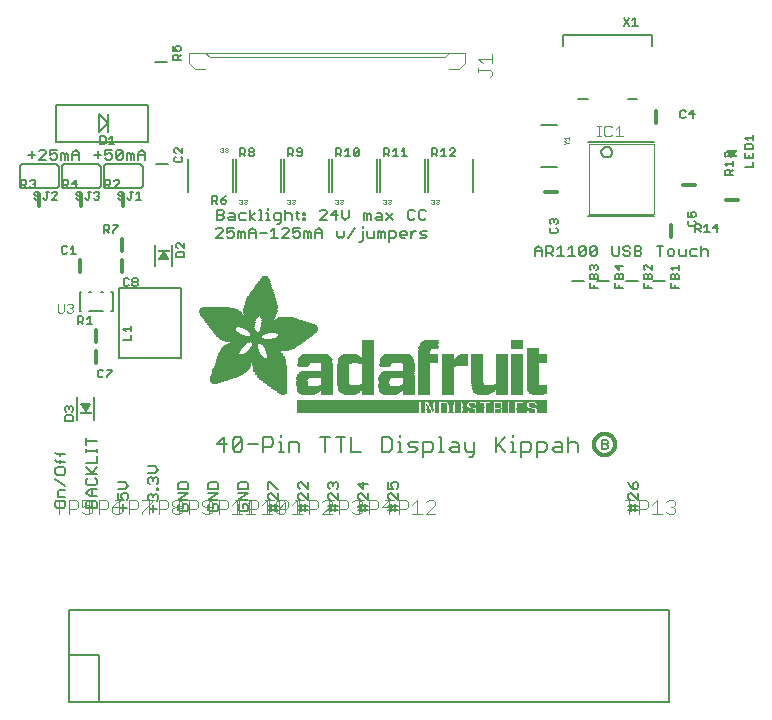
<source format=gbr>
G04 EAGLE Gerber RS-274X export*
G75*
%MOMM*%
%FSLAX34Y34*%
%LPD*%
%INSilkscreen Top*%
%IPPOS*%
%AMOC8*
5,1,8,0,0,1.08239X$1,22.5*%
G01*
%ADD10C,0.127000*%
%ADD11C,0.177800*%
%ADD12C,0.152400*%
%ADD13C,0.101600*%
%ADD14C,0.076200*%
%ADD15C,0.304800*%
%ADD16C,0.203200*%
%ADD17R,1.000000X0.200000*%
%ADD18C,0.050800*%
%ADD19R,0.889000X0.190500*%
%ADD20C,0.025400*%
%ADD21R,10.363200X0.025400*%
%ADD22R,0.406400X0.025400*%
%ADD23R,0.381000X0.025400*%
%ADD24R,0.457200X0.025400*%
%ADD25R,0.431800X0.025400*%
%ADD26R,0.635000X0.025400*%
%ADD27R,0.482600X0.025400*%
%ADD28R,0.889000X0.025400*%
%ADD29R,0.863600X0.025400*%
%ADD30R,0.508000X0.025400*%
%ADD31R,0.355600X0.025400*%
%ADD32R,0.025400X0.025400*%
%ADD33R,0.330200X0.025400*%
%ADD34R,0.050800X0.025400*%
%ADD35R,0.304800X0.025400*%
%ADD36R,0.076200X0.025400*%
%ADD37R,1.016000X0.025400*%
%ADD38R,1.524000X0.025400*%
%ADD39R,0.101600X0.025400*%
%ADD40R,0.279400X0.025400*%
%ADD41R,1.498600X0.025400*%
%ADD42R,0.254000X0.025400*%
%ADD43R,0.127000X0.025400*%
%ADD44R,0.965200X0.025400*%
%ADD45R,1.447800X0.025400*%
%ADD46R,0.228600X0.025400*%
%ADD47R,0.152400X0.025400*%
%ADD48R,0.812800X0.025400*%
%ADD49R,1.295400X0.025400*%
%ADD50R,0.533400X0.025400*%
%ADD51R,0.660400X0.025400*%
%ADD52R,0.609600X0.025400*%
%ADD53R,0.558800X0.025400*%
%ADD54R,0.203200X0.025400*%
%ADD55R,0.177800X0.025400*%
%ADD56R,0.914400X0.025400*%
%ADD57R,0.685800X0.025400*%
%ADD58R,0.939800X0.025400*%
%ADD59R,0.736600X0.025400*%
%ADD60R,0.990600X0.025400*%
%ADD61R,1.219200X0.025400*%
%ADD62R,1.117600X0.025400*%
%ADD63R,1.397000X0.025400*%
%ADD64R,1.244600X0.025400*%
%ADD65R,1.473200X0.025400*%
%ADD66R,0.584200X0.025400*%
%ADD67R,1.041400X0.025400*%
%ADD68R,21.209000X0.025400*%
%ADD69R,0.787400X0.025400*%
%ADD70R,1.193800X0.025400*%
%ADD71R,1.168400X0.025400*%
%ADD72R,1.092200X0.025400*%
%ADD73R,1.066800X0.025400*%
%ADD74R,1.143000X0.025400*%
%ADD75R,1.270000X0.025400*%
%ADD76R,1.320800X0.025400*%
%ADD77R,1.422400X0.025400*%
%ADD78R,1.549400X0.025400*%
%ADD79R,0.711200X0.025400*%
%ADD80R,1.625600X0.025400*%
%ADD81R,0.762000X0.025400*%
%ADD82R,1.701800X0.025400*%
%ADD83R,1.600200X0.025400*%
%ADD84R,1.727200X0.025400*%
%ADD85R,1.651000X0.025400*%
%ADD86R,0.838200X0.025400*%
%ADD87R,1.803400X0.025400*%
%ADD88R,1.574800X0.025400*%
%ADD89R,1.854200X0.025400*%
%ADD90R,1.778000X0.025400*%
%ADD91R,1.879600X0.025400*%
%ADD92R,1.930400X0.025400*%
%ADD93R,1.981200X0.025400*%
%ADD94R,1.905000X0.025400*%
%ADD95R,2.006600X0.025400*%
%ADD96R,3.048000X0.025400*%
%ADD97R,2.997200X0.025400*%
%ADD98R,2.057400X0.025400*%
%ADD99R,3.022600X0.025400*%
%ADD100R,2.032000X0.025400*%
%ADD101R,3.073400X0.025400*%
%ADD102R,1.676400X0.025400*%
%ADD103R,1.346200X0.025400*%
%ADD104R,3.098800X0.025400*%
%ADD105R,1.828800X0.025400*%
%ADD106R,2.082800X0.025400*%
%ADD107R,2.108200X0.025400*%
%ADD108R,2.159000X0.025400*%
%ADD109R,2.184400X0.025400*%
%ADD110R,2.235200X0.025400*%
%ADD111R,2.260600X0.025400*%
%ADD112R,2.311400X0.025400*%
%ADD113R,2.362200X0.025400*%
%ADD114R,2.387600X0.025400*%
%ADD115R,2.413000X0.025400*%
%ADD116R,2.438400X0.025400*%
%ADD117R,2.133600X0.025400*%
%ADD118R,2.463800X0.025400*%
%ADD119R,2.286000X0.025400*%
%ADD120R,2.514600X0.025400*%
%ADD121R,2.540000X0.025400*%
%ADD122R,2.565400X0.025400*%
%ADD123R,2.489200X0.025400*%
%ADD124R,2.590800X0.025400*%
%ADD125R,2.971800X0.025400*%
%ADD126R,2.616200X0.025400*%
%ADD127R,2.946400X0.025400*%
%ADD128R,2.641600X0.025400*%
%ADD129R,2.667000X0.025400*%
%ADD130R,2.921000X0.025400*%
%ADD131R,2.895600X0.025400*%
%ADD132R,2.717800X0.025400*%
%ADD133R,2.692400X0.025400*%
%ADD134R,2.870200X0.025400*%
%ADD135R,2.768600X0.025400*%
%ADD136R,2.743200X0.025400*%
%ADD137R,2.844800X0.025400*%
%ADD138R,2.794000X0.025400*%
%ADD139R,2.819400X0.025400*%
%ADD140R,1.371600X0.025400*%
%ADD141R,5.892800X0.025400*%
%ADD142R,5.867400X0.025400*%
%ADD143R,5.842000X0.025400*%
%ADD144R,5.816600X0.025400*%
%ADD145R,5.791200X0.025400*%
%ADD146R,4.114800X0.025400*%
%ADD147R,3.987800X0.025400*%
%ADD148R,1.955800X0.025400*%
%ADD149R,3.962400X0.025400*%
%ADD150R,3.911600X0.025400*%
%ADD151R,3.886200X0.025400*%
%ADD152R,3.835400X0.025400*%
%ADD153R,1.752600X0.025400*%
%ADD154R,3.810000X0.025400*%
%ADD155R,3.784600X0.025400*%
%ADD156R,3.733800X0.025400*%
%ADD157R,3.708400X0.025400*%
%ADD158R,3.683000X0.025400*%
%ADD159R,2.336800X0.025400*%
%ADD160R,3.657600X0.025400*%
%ADD161R,3.632200X0.025400*%
%ADD162R,3.149600X0.025400*%
%ADD163R,3.251200X0.025400*%
%ADD164R,3.276600X0.025400*%
%ADD165R,3.352800X0.025400*%
%ADD166R,3.454400X0.025400*%
%ADD167R,3.530600X0.025400*%
%ADD168R,4.241800X0.025400*%
%ADD169R,4.267200X0.025400*%
%ADD170R,4.318000X0.025400*%
%ADD171R,4.419600X0.025400*%
%ADD172R,6.400800X0.025400*%
%ADD173R,6.502400X0.025400*%
%ADD174R,6.680200X0.025400*%
%ADD175R,6.832600X0.025400*%
%ADD176R,6.858000X0.025400*%
%ADD177R,7.010400X0.025400*%
%ADD178R,7.112000X0.025400*%
%ADD179R,7.162800X0.025400*%
%ADD180R,3.860800X0.025400*%
%ADD181R,3.302000X0.025400*%
%ADD182R,2.209800X0.025400*%
%ADD183R,3.124200X0.025400*%
%ADD184R,3.200400X0.025400*%
%ADD185R,5.029200X0.025400*%
%ADD186R,5.003800X0.025400*%
%ADD187R,4.978400X0.025400*%
%ADD188R,4.953000X0.025400*%
%ADD189R,4.927600X0.025400*%
%ADD190R,4.902200X0.025400*%
%ADD191R,4.876800X0.025400*%
%ADD192R,4.851400X0.025400*%
%ADD193R,4.826000X0.025400*%
%ADD194R,4.800600X0.025400*%
%ADD195R,4.775200X0.025400*%
%ADD196R,4.749800X0.025400*%
%ADD197R,4.724400X0.025400*%
%ADD198R,4.699000X0.025400*%
%ADD199R,3.937000X0.025400*%
%ADD200R,4.648200X0.025400*%
%ADD201R,4.597400X0.025400*%
%ADD202R,4.546600X0.025400*%
%ADD203R,4.470400X0.025400*%
%ADD204R,4.013200X0.025400*%
%ADD205R,4.394200X0.025400*%
%ADD206R,4.038600X0.025400*%
%ADD207R,4.064000X0.025400*%
%ADD208R,4.089400X0.025400*%
%ADD209R,4.140200X0.025400*%
%ADD210R,4.165600X0.025400*%
%ADD211R,4.191000X0.025400*%
%ADD212R,3.759200X0.025400*%
%ADD213R,4.216400X0.025400*%
%ADD214R,3.606800X0.025400*%
%ADD215R,4.292600X0.025400*%
%ADD216R,4.368800X0.025400*%
%ADD217R,4.445000X0.025400*%
%ADD218R,4.495800X0.025400*%
%ADD219R,4.572000X0.025400*%
%ADD220R,4.622800X0.025400*%
%ADD221R,4.673600X0.025400*%
%ADD222R,3.581400X0.025400*%
%ADD223R,3.556000X0.025400*%
%ADD224R,3.479800X0.025400*%
%ADD225R,3.403600X0.025400*%
%ADD226R,3.378200X0.025400*%
%ADD227R,3.225800X0.025400*%

G36*
X632499Y461520D02*
X632499Y461520D01*
X632504Y461520D01*
X632620Y461546D01*
X632736Y461571D01*
X632740Y461573D01*
X632744Y461574D01*
X632846Y461635D01*
X632948Y461696D01*
X632951Y461699D01*
X632954Y461701D01*
X633069Y461823D01*
X636879Y466903D01*
X636887Y466919D01*
X636900Y466932D01*
X636944Y467028D01*
X636993Y467121D01*
X636996Y467139D01*
X637003Y467155D01*
X637015Y467260D01*
X637031Y467364D01*
X637028Y467382D01*
X637030Y467399D01*
X637008Y467502D01*
X636990Y467607D01*
X636982Y467622D01*
X636978Y467640D01*
X636924Y467730D01*
X636874Y467824D01*
X636861Y467836D01*
X636852Y467851D01*
X636772Y467920D01*
X636695Y467992D01*
X636678Y467999D01*
X636665Y468011D01*
X636567Y468050D01*
X636471Y468094D01*
X636453Y468096D01*
X636437Y468103D01*
X636270Y468121D01*
X628650Y468121D01*
X628632Y468118D01*
X628615Y468120D01*
X628511Y468099D01*
X628407Y468082D01*
X628392Y468073D01*
X628374Y468070D01*
X628283Y468016D01*
X628190Y467966D01*
X628178Y467954D01*
X628162Y467945D01*
X628093Y467865D01*
X628021Y467788D01*
X628013Y467772D01*
X628001Y467758D01*
X627961Y467661D01*
X627917Y467565D01*
X627915Y467547D01*
X627908Y467531D01*
X627901Y467425D01*
X627890Y467321D01*
X627894Y467303D01*
X627892Y467285D01*
X627920Y467183D01*
X627942Y467080D01*
X627951Y467065D01*
X627956Y467048D01*
X628041Y466903D01*
X631851Y461823D01*
X631854Y461820D01*
X631856Y461817D01*
X631943Y461735D01*
X632028Y461653D01*
X632032Y461651D01*
X632035Y461648D01*
X632144Y461598D01*
X632251Y461548D01*
X632255Y461548D01*
X632259Y461546D01*
X632377Y461533D01*
X632495Y461520D01*
X632499Y461520D01*
G37*
G36*
X153201Y375455D02*
X153201Y375455D01*
X153273Y375455D01*
X153341Y375475D01*
X153412Y375485D01*
X153477Y375514D01*
X153546Y375534D01*
X153606Y375572D01*
X153671Y375601D01*
X153726Y375647D01*
X153786Y375685D01*
X153834Y375739D01*
X153888Y375785D01*
X153928Y375844D01*
X153975Y375898D01*
X154006Y375962D01*
X154046Y376021D01*
X154067Y376090D01*
X154098Y376154D01*
X154110Y376224D01*
X154131Y376292D01*
X154133Y376364D01*
X154145Y376435D01*
X154137Y376505D01*
X154139Y376576D01*
X154120Y376646D01*
X154112Y376717D01*
X154087Y376772D01*
X154067Y376851D01*
X154006Y376954D01*
X153975Y377023D01*
X151975Y380023D01*
X151898Y380110D01*
X151825Y380200D01*
X151803Y380215D01*
X151785Y380235D01*
X151688Y380297D01*
X151593Y380364D01*
X151567Y380372D01*
X151545Y380387D01*
X151434Y380419D01*
X151324Y380457D01*
X151297Y380458D01*
X151272Y380465D01*
X151156Y380465D01*
X151040Y380471D01*
X151014Y380465D01*
X150987Y380465D01*
X150876Y380433D01*
X150763Y380407D01*
X150740Y380394D01*
X150714Y380386D01*
X150616Y380324D01*
X150515Y380268D01*
X150499Y380250D01*
X150474Y380235D01*
X150289Y380027D01*
X150285Y380023D01*
X148285Y377023D01*
X148254Y376959D01*
X148215Y376899D01*
X148193Y376831D01*
X148162Y376767D01*
X148150Y376696D01*
X148129Y376628D01*
X148127Y376557D01*
X148115Y376487D01*
X148123Y376415D01*
X148121Y376344D01*
X148139Y376275D01*
X148148Y376204D01*
X148175Y376138D01*
X148193Y376069D01*
X148230Y376008D01*
X148257Y375942D01*
X148302Y375886D01*
X148339Y375824D01*
X148390Y375775D01*
X148435Y375720D01*
X148494Y375679D01*
X148546Y375630D01*
X148609Y375597D01*
X148667Y375556D01*
X148735Y375533D01*
X148799Y375500D01*
X148858Y375490D01*
X148936Y375463D01*
X149055Y375457D01*
X149130Y375445D01*
X153130Y375445D01*
X153201Y375455D01*
G37*
G36*
X85206Y246915D02*
X85206Y246915D01*
X85233Y246915D01*
X85344Y246947D01*
X85457Y246973D01*
X85480Y246986D01*
X85506Y246994D01*
X85604Y247056D01*
X85705Y247112D01*
X85721Y247130D01*
X85746Y247145D01*
X85931Y247353D01*
X85935Y247357D01*
X87935Y250357D01*
X87966Y250421D01*
X88006Y250481D01*
X88027Y250549D01*
X88058Y250613D01*
X88070Y250684D01*
X88091Y250752D01*
X88093Y250823D01*
X88105Y250894D01*
X88097Y250965D01*
X88099Y251036D01*
X88081Y251105D01*
X88072Y251176D01*
X88045Y251242D01*
X88027Y251311D01*
X87990Y251372D01*
X87963Y251438D01*
X87918Y251494D01*
X87882Y251556D01*
X87830Y251605D01*
X87785Y251660D01*
X87727Y251701D01*
X87674Y251750D01*
X87611Y251783D01*
X87553Y251824D01*
X87485Y251847D01*
X87421Y251880D01*
X87362Y251890D01*
X87284Y251917D01*
X87165Y251923D01*
X87090Y251935D01*
X83090Y251935D01*
X83019Y251925D01*
X82947Y251925D01*
X82879Y251905D01*
X82809Y251895D01*
X82743Y251866D01*
X82674Y251846D01*
X82614Y251808D01*
X82549Y251779D01*
X82494Y251733D01*
X82434Y251695D01*
X82386Y251642D01*
X82332Y251596D01*
X82292Y251536D01*
X82245Y251482D01*
X82214Y251418D01*
X82175Y251359D01*
X82153Y251291D01*
X82122Y251226D01*
X82110Y251156D01*
X82089Y251088D01*
X82087Y251016D01*
X82075Y250946D01*
X82083Y250875D01*
X82081Y250804D01*
X82100Y250734D01*
X82108Y250663D01*
X82133Y250608D01*
X82153Y250529D01*
X82214Y250426D01*
X82245Y250357D01*
X84245Y247357D01*
X84322Y247270D01*
X84395Y247180D01*
X84417Y247165D01*
X84435Y247145D01*
X84532Y247083D01*
X84627Y247016D01*
X84653Y247008D01*
X84675Y246993D01*
X84786Y246961D01*
X84896Y246923D01*
X84923Y246922D01*
X84948Y246915D01*
X85064Y246915D01*
X85180Y246909D01*
X85206Y246915D01*
G37*
D10*
X92289Y463554D02*
X98221Y463554D01*
X95255Y466520D02*
X95255Y460588D01*
X101644Y468003D02*
X107576Y468003D01*
X101644Y468003D02*
X101644Y463554D01*
X104610Y465037D01*
X106093Y465037D01*
X107576Y463554D01*
X107576Y460588D01*
X106093Y459105D01*
X103127Y459105D01*
X101644Y460588D01*
X110999Y460588D02*
X110999Y466520D01*
X112482Y468003D01*
X115448Y468003D01*
X116931Y466520D01*
X116931Y460588D01*
X115448Y459105D01*
X112482Y459105D01*
X110999Y460588D01*
X116931Y466520D01*
X120355Y465037D02*
X120355Y459105D01*
X120355Y465037D02*
X121838Y465037D01*
X123320Y463554D01*
X123320Y459105D01*
X123320Y463554D02*
X124803Y465037D01*
X126286Y463554D01*
X126286Y459105D01*
X129710Y459105D02*
X129710Y465037D01*
X132676Y468003D01*
X135642Y465037D01*
X135642Y459105D01*
X135642Y463554D02*
X129710Y463554D01*
X195951Y417203D02*
X195951Y408305D01*
X195951Y417203D02*
X200400Y417203D01*
X201883Y415720D01*
X201883Y414237D01*
X200400Y412754D01*
X201883Y411271D01*
X201883Y409788D01*
X200400Y408305D01*
X195951Y408305D01*
X195951Y412754D02*
X200400Y412754D01*
X206790Y414237D02*
X209755Y414237D01*
X211238Y412754D01*
X211238Y408305D01*
X206790Y408305D01*
X205307Y409788D01*
X206790Y411271D01*
X211238Y411271D01*
X216145Y414237D02*
X220594Y414237D01*
X216145Y414237D02*
X214662Y412754D01*
X214662Y409788D01*
X216145Y408305D01*
X220594Y408305D01*
X224017Y408305D02*
X224017Y417203D01*
X224017Y411271D02*
X228466Y408305D01*
X224017Y411271D02*
X228466Y414237D01*
X231813Y417203D02*
X233296Y417203D01*
X233296Y408305D01*
X231813Y408305D02*
X234779Y408305D01*
X238050Y414237D02*
X239533Y414237D01*
X239533Y408305D01*
X238050Y408305D02*
X241016Y408305D01*
X239533Y417203D02*
X239533Y418686D01*
X247252Y405339D02*
X248735Y405339D01*
X250218Y406822D01*
X250218Y414237D01*
X245769Y414237D01*
X244287Y412754D01*
X244287Y409788D01*
X245769Y408305D01*
X250218Y408305D01*
X253642Y408305D02*
X253642Y417203D01*
X255125Y414237D02*
X253642Y412754D01*
X255125Y414237D02*
X258091Y414237D01*
X259573Y412754D01*
X259573Y408305D01*
X264480Y409788D02*
X264480Y415720D01*
X264480Y409788D02*
X265963Y408305D01*
X265963Y414237D02*
X262997Y414237D01*
X269234Y414237D02*
X270717Y414237D01*
X270717Y412754D01*
X269234Y412754D01*
X269234Y414237D01*
X269234Y409788D02*
X270717Y409788D01*
X270717Y408305D01*
X269234Y408305D01*
X269234Y409788D01*
X283266Y408305D02*
X289198Y408305D01*
X283266Y408305D02*
X289198Y414237D01*
X289198Y415720D01*
X287715Y417203D01*
X284749Y417203D01*
X283266Y415720D01*
X297070Y417203D02*
X297070Y408305D01*
X292622Y412754D02*
X297070Y417203D01*
X298553Y412754D02*
X292622Y412754D01*
X301977Y411271D02*
X301977Y417203D01*
X301977Y411271D02*
X304943Y408305D01*
X307909Y411271D01*
X307909Y417203D01*
X320687Y414237D02*
X320687Y408305D01*
X320687Y414237D02*
X322170Y414237D01*
X323653Y412754D01*
X323653Y408305D01*
X323653Y412754D02*
X325136Y414237D01*
X326619Y412754D01*
X326619Y408305D01*
X331525Y414237D02*
X334491Y414237D01*
X335974Y412754D01*
X335974Y408305D01*
X331525Y408305D01*
X330042Y409788D01*
X331525Y411271D01*
X335974Y411271D01*
X339398Y414237D02*
X345329Y408305D01*
X339398Y408305D02*
X345329Y414237D01*
X362557Y417203D02*
X364040Y415720D01*
X362557Y417203D02*
X359591Y417203D01*
X358108Y415720D01*
X358108Y409788D01*
X359591Y408305D01*
X362557Y408305D01*
X364040Y409788D01*
X371912Y417203D02*
X373395Y415720D01*
X371912Y417203D02*
X368946Y417203D01*
X367463Y415720D01*
X367463Y409788D01*
X368946Y408305D01*
X371912Y408305D01*
X373395Y409788D01*
X201104Y393065D02*
X195172Y393065D01*
X201104Y398997D01*
X201104Y400480D01*
X199621Y401963D01*
X196655Y401963D01*
X195172Y400480D01*
X204527Y401963D02*
X210459Y401963D01*
X204527Y401963D02*
X204527Y397514D01*
X207493Y398997D01*
X208976Y398997D01*
X210459Y397514D01*
X210459Y394548D01*
X208976Y393065D01*
X206010Y393065D01*
X204527Y394548D01*
X213882Y393065D02*
X213882Y398997D01*
X215365Y398997D01*
X216848Y397514D01*
X216848Y393065D01*
X216848Y397514D02*
X218331Y398997D01*
X219814Y397514D01*
X219814Y393065D01*
X223237Y393065D02*
X223237Y398997D01*
X226203Y401963D01*
X229169Y398997D01*
X229169Y393065D01*
X229169Y397514D02*
X223237Y397514D01*
X232593Y397514D02*
X238524Y397514D01*
X241948Y398997D02*
X244914Y401963D01*
X244914Y393065D01*
X241948Y393065D02*
X247880Y393065D01*
X251303Y393065D02*
X257235Y393065D01*
X251303Y393065D02*
X257235Y398997D01*
X257235Y400480D01*
X255752Y401963D01*
X252786Y401963D01*
X251303Y400480D01*
X260658Y401963D02*
X266590Y401963D01*
X260658Y401963D02*
X260658Y397514D01*
X263624Y398997D01*
X265107Y398997D01*
X266590Y397514D01*
X266590Y394548D01*
X265107Y393065D01*
X262141Y393065D01*
X260658Y394548D01*
X270013Y393065D02*
X270013Y398997D01*
X271496Y398997D01*
X272979Y397514D01*
X272979Y393065D01*
X272979Y397514D02*
X274462Y398997D01*
X275945Y397514D01*
X275945Y393065D01*
X279369Y393065D02*
X279369Y398997D01*
X282334Y401963D01*
X285300Y398997D01*
X285300Y393065D01*
X285300Y397514D02*
X279369Y397514D01*
X298079Y398997D02*
X298079Y394548D01*
X299562Y393065D01*
X301045Y394548D01*
X302528Y393065D01*
X304011Y394548D01*
X304011Y398997D01*
X307434Y393065D02*
X313366Y401963D01*
X316789Y390099D02*
X318272Y390099D01*
X319755Y391582D01*
X319755Y398997D01*
X319755Y401963D02*
X319755Y403446D01*
X323026Y398997D02*
X323026Y394548D01*
X324509Y393065D01*
X328958Y393065D01*
X328958Y398997D01*
X332381Y398997D02*
X332381Y393065D01*
X332381Y398997D02*
X333864Y398997D01*
X335347Y397514D01*
X335347Y393065D01*
X335347Y397514D02*
X336830Y398997D01*
X338313Y397514D01*
X338313Y393065D01*
X341736Y390099D02*
X341736Y398997D01*
X346185Y398997D01*
X347668Y397514D01*
X347668Y394548D01*
X346185Y393065D01*
X341736Y393065D01*
X352575Y393065D02*
X355540Y393065D01*
X352575Y393065D02*
X351092Y394548D01*
X351092Y397514D01*
X352575Y398997D01*
X355540Y398997D01*
X357023Y397514D01*
X357023Y396031D01*
X351092Y396031D01*
X360447Y393065D02*
X360447Y398997D01*
X360447Y396031D02*
X363413Y398997D01*
X364896Y398997D01*
X368243Y393065D02*
X372692Y393065D01*
X374175Y394548D01*
X372692Y396031D01*
X369726Y396031D01*
X368243Y397514D01*
X369726Y398997D01*
X374175Y398997D01*
X42341Y463554D02*
X36409Y463554D01*
X39375Y466520D02*
X39375Y460588D01*
X45764Y459105D02*
X51696Y459105D01*
X45764Y459105D02*
X51696Y465037D01*
X51696Y466520D01*
X50213Y468003D01*
X47247Y468003D01*
X45764Y466520D01*
X55119Y468003D02*
X61051Y468003D01*
X55119Y468003D02*
X55119Y463554D01*
X58085Y465037D01*
X59568Y465037D01*
X61051Y463554D01*
X61051Y460588D01*
X59568Y459105D01*
X56602Y459105D01*
X55119Y460588D01*
X64475Y459105D02*
X64475Y465037D01*
X65958Y465037D01*
X67440Y463554D01*
X67440Y459105D01*
X67440Y463554D02*
X68923Y465037D01*
X70406Y463554D01*
X70406Y459105D01*
X73830Y459105D02*
X73830Y465037D01*
X76796Y468003D01*
X79762Y465037D01*
X79762Y459105D01*
X79762Y463554D02*
X73830Y463554D01*
X239387Y163345D02*
X248285Y163345D01*
X248285Y166311D02*
X239387Y166311D01*
X242353Y166311D02*
X242353Y161862D01*
X242353Y166311D02*
X242353Y167794D01*
X245319Y167794D02*
X245319Y161862D01*
X248285Y171217D02*
X248285Y177149D01*
X248285Y171217D02*
X242353Y177149D01*
X240870Y177149D01*
X239387Y175666D01*
X239387Y172700D01*
X240870Y171217D01*
X239387Y180573D02*
X239387Y186504D01*
X240870Y186504D01*
X246802Y180573D01*
X248285Y180573D01*
X264787Y163345D02*
X273685Y163345D01*
X273685Y166311D02*
X264787Y166311D01*
X267753Y166311D02*
X267753Y161862D01*
X267753Y166311D02*
X267753Y167794D01*
X270719Y167794D02*
X270719Y161862D01*
X273685Y171217D02*
X273685Y177149D01*
X273685Y171217D02*
X267753Y177149D01*
X266270Y177149D01*
X264787Y175666D01*
X264787Y172700D01*
X266270Y171217D01*
X273685Y180573D02*
X273685Y186504D01*
X273685Y180573D02*
X267753Y186504D01*
X266270Y186504D01*
X264787Y185021D01*
X264787Y182056D01*
X266270Y180573D01*
X290187Y163345D02*
X299085Y163345D01*
X299085Y166311D02*
X290187Y166311D01*
X293153Y166311D02*
X293153Y161862D01*
X293153Y166311D02*
X293153Y167794D01*
X296119Y167794D02*
X296119Y161862D01*
X299085Y171217D02*
X299085Y177149D01*
X299085Y171217D02*
X293153Y177149D01*
X291670Y177149D01*
X290187Y175666D01*
X290187Y172700D01*
X291670Y171217D01*
X291670Y180573D02*
X290187Y182056D01*
X290187Y185021D01*
X291670Y186504D01*
X293153Y186504D01*
X294636Y185021D01*
X294636Y183538D01*
X294636Y185021D02*
X296119Y186504D01*
X297602Y186504D01*
X299085Y185021D01*
X299085Y182056D01*
X297602Y180573D01*
X315587Y163345D02*
X324485Y163345D01*
X324485Y166311D02*
X315587Y166311D01*
X318553Y166311D02*
X318553Y161862D01*
X318553Y166311D02*
X318553Y167794D01*
X321519Y167794D02*
X321519Y161862D01*
X324485Y171217D02*
X324485Y177149D01*
X324485Y171217D02*
X318553Y177149D01*
X317070Y177149D01*
X315587Y175666D01*
X315587Y172700D01*
X317070Y171217D01*
X315587Y185021D02*
X324485Y185021D01*
X320036Y180573D02*
X315587Y185021D01*
X320036Y186504D02*
X320036Y180573D01*
X94615Y165031D02*
X85717Y165031D01*
X85717Y169480D01*
X87200Y170963D01*
X88683Y170963D01*
X90166Y169480D01*
X91649Y170963D01*
X93132Y170963D01*
X94615Y169480D01*
X94615Y165031D01*
X90166Y165031D02*
X90166Y169480D01*
X88683Y174386D02*
X94615Y174386D01*
X88683Y174386D02*
X85717Y177352D01*
X88683Y180318D01*
X94615Y180318D01*
X90166Y180318D02*
X90166Y174386D01*
X85717Y188190D02*
X87200Y189673D01*
X85717Y188190D02*
X85717Y185224D01*
X87200Y183741D01*
X93132Y183741D01*
X94615Y185224D01*
X94615Y188190D01*
X93132Y189673D01*
X94615Y193097D02*
X85717Y193097D01*
X85717Y199028D02*
X91649Y193097D01*
X90166Y194580D02*
X94615Y199028D01*
X94615Y202452D02*
X85717Y202452D01*
X94615Y202452D02*
X94615Y208384D01*
X94615Y211807D02*
X94615Y214773D01*
X94615Y213290D02*
X85717Y213290D01*
X85717Y211807D02*
X85717Y214773D01*
X85717Y221010D02*
X94615Y221010D01*
X85717Y223975D02*
X85717Y218044D01*
X59047Y169367D02*
X59047Y166401D01*
X60530Y164918D01*
X66462Y164918D01*
X67945Y166401D01*
X67945Y169367D01*
X66462Y170850D01*
X60530Y170850D01*
X59047Y169367D01*
X62013Y174273D02*
X67945Y174273D01*
X62013Y174273D02*
X62013Y178722D01*
X63496Y180205D01*
X67945Y180205D01*
X67945Y183628D02*
X59047Y189560D01*
X59047Y194466D02*
X59047Y197432D01*
X59047Y194466D02*
X60530Y192983D01*
X66462Y192983D01*
X67945Y194466D01*
X67945Y197432D01*
X66462Y198915D01*
X60530Y198915D01*
X59047Y197432D01*
X60530Y203821D02*
X67945Y203821D01*
X60530Y203821D02*
X59047Y205304D01*
X63496Y205304D02*
X63496Y202339D01*
X60530Y210058D02*
X67945Y210058D01*
X60530Y210058D02*
X59047Y211541D01*
X63496Y211541D02*
X63496Y208575D01*
X116836Y167794D02*
X116836Y161862D01*
X113870Y164828D02*
X119802Y164828D01*
X112387Y171217D02*
X112387Y177149D01*
X112387Y171217D02*
X116836Y171217D01*
X115353Y174183D01*
X115353Y175666D01*
X116836Y177149D01*
X119802Y177149D01*
X121285Y175666D01*
X121285Y172700D01*
X119802Y171217D01*
X118319Y180573D02*
X112387Y180573D01*
X118319Y180573D02*
X121285Y183538D01*
X118319Y186504D01*
X112387Y186504D01*
X142236Y167128D02*
X142236Y161196D01*
X139270Y164162D02*
X145202Y164162D01*
X139270Y170551D02*
X137787Y172034D01*
X137787Y175000D01*
X139270Y176483D01*
X140753Y176483D01*
X142236Y175000D01*
X142236Y173517D01*
X142236Y175000D02*
X143719Y176483D01*
X145202Y176483D01*
X146685Y175000D01*
X146685Y172034D01*
X145202Y170551D01*
X145202Y179906D02*
X146685Y179906D01*
X145202Y179906D02*
X145202Y181389D01*
X146685Y181389D01*
X146685Y179906D01*
X139270Y184584D02*
X137787Y186067D01*
X137787Y189033D01*
X139270Y190516D01*
X140753Y190516D01*
X142236Y189033D01*
X142236Y187550D01*
X142236Y189033D02*
X143719Y190516D01*
X145202Y190516D01*
X146685Y189033D01*
X146685Y186067D01*
X145202Y184584D01*
X143719Y193939D02*
X137787Y193939D01*
X143719Y193939D02*
X146685Y196905D01*
X143719Y199871D01*
X137787Y199871D01*
X164670Y167794D02*
X163187Y166311D01*
X163187Y163345D01*
X164670Y161862D01*
X170602Y161862D01*
X172085Y163345D01*
X172085Y166311D01*
X170602Y167794D01*
X167636Y167794D01*
X167636Y164828D01*
X172085Y171217D02*
X163187Y171217D01*
X172085Y177149D01*
X163187Y177149D01*
X163187Y180573D02*
X172085Y180573D01*
X172085Y185021D01*
X170602Y186504D01*
X164670Y186504D01*
X163187Y185021D01*
X163187Y180573D01*
X188587Y166311D02*
X190070Y167794D01*
X188587Y166311D02*
X188587Y163345D01*
X190070Y161862D01*
X196002Y161862D01*
X197485Y163345D01*
X197485Y166311D01*
X196002Y167794D01*
X193036Y167794D01*
X193036Y164828D01*
X197485Y171217D02*
X188587Y171217D01*
X197485Y177149D01*
X188587Y177149D01*
X188587Y180573D02*
X197485Y180573D01*
X197485Y185021D01*
X196002Y186504D01*
X190070Y186504D01*
X188587Y185021D01*
X188587Y180573D01*
X213987Y166311D02*
X215470Y167794D01*
X213987Y166311D02*
X213987Y163345D01*
X215470Y161862D01*
X221402Y161862D01*
X222885Y163345D01*
X222885Y166311D01*
X221402Y167794D01*
X218436Y167794D01*
X218436Y164828D01*
X222885Y171217D02*
X213987Y171217D01*
X222885Y177149D01*
X213987Y177149D01*
X213987Y180573D02*
X222885Y180573D01*
X222885Y185021D01*
X221402Y186504D01*
X215470Y186504D01*
X213987Y185021D01*
X213987Y180573D01*
D11*
X202653Y212217D02*
X202653Y224674D01*
X196425Y218445D01*
X204729Y218445D01*
X209522Y214293D02*
X209522Y222598D01*
X211598Y224674D01*
X215750Y224674D01*
X217826Y222598D01*
X217826Y214293D01*
X215750Y212217D01*
X211598Y212217D01*
X209522Y214293D01*
X217826Y222598D01*
X222619Y218445D02*
X230924Y218445D01*
X235716Y212217D02*
X235716Y224674D01*
X241945Y224674D01*
X244021Y222598D01*
X244021Y218445D01*
X241945Y216369D01*
X235716Y216369D01*
X248814Y220521D02*
X250890Y220521D01*
X250890Y212217D01*
X248814Y212217D02*
X252966Y212217D01*
X250890Y224674D02*
X250890Y226750D01*
X257545Y220521D02*
X257545Y212217D01*
X257545Y220521D02*
X263773Y220521D01*
X265850Y218445D01*
X265850Y212217D01*
X287892Y212217D02*
X287892Y224674D01*
X283740Y224674D02*
X292044Y224674D01*
X300989Y224674D02*
X300989Y212217D01*
X296837Y224674D02*
X305141Y224674D01*
X309934Y224674D02*
X309934Y212217D01*
X318239Y212217D01*
X336129Y212217D02*
X336129Y224674D01*
X336129Y212217D02*
X342357Y212217D01*
X344433Y214293D01*
X344433Y222598D01*
X342357Y224674D01*
X336129Y224674D01*
X349226Y220521D02*
X351302Y220521D01*
X351302Y212217D01*
X349226Y212217D02*
X353378Y212217D01*
X351302Y224674D02*
X351302Y226750D01*
X357957Y212217D02*
X364186Y212217D01*
X366262Y214293D01*
X364186Y216369D01*
X360033Y216369D01*
X357957Y218445D01*
X360033Y220521D01*
X366262Y220521D01*
X371055Y220521D02*
X371055Y208065D01*
X371055Y220521D02*
X377283Y220521D01*
X379359Y218445D01*
X379359Y214293D01*
X377283Y212217D01*
X371055Y212217D01*
X384152Y224674D02*
X386228Y224674D01*
X386228Y212217D01*
X384152Y212217D02*
X388304Y212217D01*
X394959Y220521D02*
X399112Y220521D01*
X401188Y218445D01*
X401188Y212217D01*
X394959Y212217D01*
X392883Y214293D01*
X394959Y216369D01*
X401188Y216369D01*
X405981Y214293D02*
X405981Y220521D01*
X405981Y214293D02*
X408057Y212217D01*
X414285Y212217D01*
X414285Y210141D02*
X414285Y220521D01*
X414285Y210141D02*
X412209Y208065D01*
X410133Y208065D01*
X432175Y212217D02*
X432175Y224674D01*
X432175Y216369D02*
X440480Y224674D01*
X434251Y218445D02*
X440480Y212217D01*
X445272Y220521D02*
X447348Y220521D01*
X447348Y212217D01*
X445272Y212217D02*
X449425Y212217D01*
X447348Y224674D02*
X447348Y226750D01*
X454004Y220521D02*
X454004Y208065D01*
X454004Y220521D02*
X460232Y220521D01*
X462308Y218445D01*
X462308Y214293D01*
X460232Y212217D01*
X454004Y212217D01*
X467101Y208065D02*
X467101Y220521D01*
X473329Y220521D01*
X475406Y218445D01*
X475406Y214293D01*
X473329Y212217D01*
X467101Y212217D01*
X482274Y220521D02*
X486427Y220521D01*
X488503Y218445D01*
X488503Y212217D01*
X482274Y212217D01*
X480198Y214293D01*
X482274Y216369D01*
X488503Y216369D01*
X493296Y212217D02*
X493296Y224674D01*
X495372Y220521D02*
X493296Y218445D01*
X495372Y220521D02*
X499524Y220521D01*
X501600Y218445D01*
X501600Y212217D01*
D12*
X465670Y377952D02*
X465670Y383714D01*
X468552Y386595D01*
X471433Y383714D01*
X471433Y377952D01*
X471433Y382274D02*
X465670Y382274D01*
X475026Y386595D02*
X475026Y377952D01*
X475026Y386595D02*
X479347Y386595D01*
X480788Y385155D01*
X480788Y382274D01*
X479347Y380833D01*
X475026Y380833D01*
X477907Y380833D02*
X480788Y377952D01*
X484381Y383714D02*
X487262Y386595D01*
X487262Y377952D01*
X484381Y377952D02*
X490143Y377952D01*
X493736Y383714D02*
X496617Y386595D01*
X496617Y377952D01*
X493736Y377952D02*
X499498Y377952D01*
X503091Y379393D02*
X503091Y385155D01*
X504532Y386595D01*
X507413Y386595D01*
X508853Y385155D01*
X508853Y379393D01*
X507413Y377952D01*
X504532Y377952D01*
X503091Y379393D01*
X508853Y385155D01*
X512446Y385155D02*
X512446Y379393D01*
X512446Y385155D02*
X513887Y386595D01*
X516768Y386595D01*
X518209Y385155D01*
X518209Y379393D01*
X516768Y377952D01*
X513887Y377952D01*
X512446Y379393D01*
X518209Y385155D01*
X531157Y386595D02*
X531157Y379393D01*
X532597Y377952D01*
X535478Y377952D01*
X536919Y379393D01*
X536919Y386595D01*
X544834Y386595D02*
X546274Y385155D01*
X544834Y386595D02*
X541953Y386595D01*
X540512Y385155D01*
X540512Y383714D01*
X541953Y382274D01*
X544834Y382274D01*
X546274Y380833D01*
X546274Y379393D01*
X544834Y377952D01*
X541953Y377952D01*
X540512Y379393D01*
X549867Y377952D02*
X549867Y386595D01*
X554189Y386595D01*
X555629Y385155D01*
X555629Y383714D01*
X554189Y382274D01*
X555629Y380833D01*
X555629Y379393D01*
X554189Y377952D01*
X549867Y377952D01*
X549867Y382274D02*
X554189Y382274D01*
X571459Y377952D02*
X571459Y386595D01*
X568578Y386595D02*
X574340Y386595D01*
X579373Y377952D02*
X582254Y377952D01*
X583695Y379393D01*
X583695Y382274D01*
X582254Y383714D01*
X579373Y383714D01*
X577933Y382274D01*
X577933Y379393D01*
X579373Y377952D01*
X587288Y379393D02*
X587288Y383714D01*
X587288Y379393D02*
X588728Y377952D01*
X593050Y377952D01*
X593050Y383714D01*
X598084Y383714D02*
X602405Y383714D01*
X598084Y383714D02*
X596643Y382274D01*
X596643Y379393D01*
X598084Y377952D01*
X602405Y377952D01*
X605998Y377952D02*
X605998Y386595D01*
X607439Y383714D02*
X605998Y382274D01*
X607439Y383714D02*
X610320Y383714D01*
X611761Y382274D01*
X611761Y377952D01*
D10*
X553085Y163345D02*
X544187Y163345D01*
X544187Y166311D02*
X553085Y166311D01*
X547153Y166311D02*
X547153Y161862D01*
X547153Y166311D02*
X547153Y167794D01*
X550119Y167794D02*
X550119Y161862D01*
X553085Y171217D02*
X553085Y177149D01*
X553085Y171217D02*
X547153Y177149D01*
X545670Y177149D01*
X544187Y175666D01*
X544187Y172700D01*
X545670Y171217D01*
X545670Y183538D02*
X544187Y186504D01*
X545670Y183538D02*
X548636Y180573D01*
X551602Y180573D01*
X553085Y182056D01*
X553085Y185021D01*
X551602Y186504D01*
X550119Y186504D01*
X548636Y185021D01*
X548636Y180573D01*
X349885Y163345D02*
X340987Y163345D01*
X340987Y166311D02*
X349885Y166311D01*
X343953Y166311D02*
X343953Y161862D01*
X343953Y166311D02*
X343953Y167794D01*
X346919Y167794D02*
X346919Y161862D01*
X349885Y171217D02*
X349885Y177149D01*
X349885Y171217D02*
X343953Y177149D01*
X342470Y177149D01*
X340987Y175666D01*
X340987Y172700D01*
X342470Y171217D01*
X340987Y180573D02*
X340987Y186504D01*
X340987Y180573D02*
X345436Y180573D01*
X343953Y183538D01*
X343953Y185021D01*
X345436Y186504D01*
X348402Y186504D01*
X349885Y185021D01*
X349885Y182056D01*
X348402Y180573D01*
D13*
X186060Y536150D02*
X177560Y536150D01*
X172560Y541150D01*
X172560Y549650D01*
X172560Y550150D02*
X186060Y550150D01*
X190060Y546150D01*
X389060Y546150D01*
X393060Y550150D01*
X406560Y550150D01*
X401560Y536150D02*
X393060Y536150D01*
X401560Y536150D02*
X406560Y541150D01*
X406560Y549650D01*
X393060Y550150D02*
X186060Y550150D01*
X427203Y529570D02*
X429152Y531519D01*
X429152Y533468D01*
X427203Y535417D01*
X417458Y535417D01*
X417458Y533468D02*
X417458Y537366D01*
X421356Y541264D02*
X417458Y545162D01*
X429152Y545162D01*
X429152Y541264D02*
X429152Y549060D01*
D10*
X107980Y331090D02*
X106980Y331090D01*
X107980Y331090D02*
X107980Y347090D01*
X106980Y347090D01*
X80980Y331090D02*
X79980Y331090D01*
X79980Y347090D01*
X80980Y347090D01*
X87980Y331090D02*
X99980Y331090D01*
X99980Y347090D02*
X97980Y347090D01*
X89980Y347090D02*
X87980Y347090D01*
D14*
X61613Y337445D02*
X61613Y331302D01*
X62841Y330073D01*
X65299Y330073D01*
X66528Y331302D01*
X66528Y337445D01*
X69097Y336217D02*
X70326Y337445D01*
X72783Y337445D01*
X74012Y336217D01*
X74012Y334988D01*
X72783Y333759D01*
X71554Y333759D01*
X72783Y333759D02*
X74012Y332530D01*
X74012Y331302D01*
X72783Y330073D01*
X70326Y330073D01*
X69097Y331302D01*
D15*
X93980Y297180D02*
X93980Y287020D01*
D12*
X98954Y281819D02*
X100055Y280717D01*
X98954Y281819D02*
X96750Y281819D01*
X95649Y280717D01*
X95649Y276311D01*
X96750Y275209D01*
X98954Y275209D01*
X100055Y276311D01*
X103133Y281819D02*
X107539Y281819D01*
X107539Y280717D01*
X103133Y276311D01*
X103133Y275209D01*
D16*
X113700Y291930D02*
X113700Y350690D01*
X165700Y350690D01*
X165700Y291930D01*
X113700Y291930D01*
D12*
X117088Y306832D02*
X123698Y306832D01*
X123698Y311238D01*
X119292Y314316D02*
X117088Y316519D01*
X123698Y316519D01*
X123698Y314316D02*
X123698Y318723D01*
D16*
X158130Y369730D02*
X158130Y387190D01*
X144130Y387190D02*
X144130Y369730D01*
X155130Y375460D02*
X151130Y381460D01*
X155130Y375460D02*
X147130Y375460D01*
X151130Y381460D01*
D17*
X151130Y382460D03*
D12*
X162046Y376954D02*
X168656Y376954D01*
X168656Y380259D01*
X167554Y381360D01*
X163148Y381360D01*
X162046Y380259D01*
X162046Y376954D01*
X168656Y384438D02*
X168656Y388844D01*
X168656Y384438D02*
X164250Y388844D01*
X163148Y388844D01*
X162046Y387743D01*
X162046Y385539D01*
X163148Y384438D01*
D15*
X115570Y382270D02*
X115570Y392430D01*
D12*
X100457Y397637D02*
X100457Y404247D01*
X103762Y404247D01*
X104863Y403145D01*
X104863Y400942D01*
X103762Y399840D01*
X100457Y399840D01*
X102660Y399840D02*
X104863Y397637D01*
X107941Y404247D02*
X112348Y404247D01*
X112348Y403145D01*
X107941Y398739D01*
X107941Y397637D01*
D15*
X115570Y374650D02*
X115570Y364490D01*
D12*
X120544Y359289D02*
X121645Y358187D01*
X120544Y359289D02*
X118340Y359289D01*
X117239Y358187D01*
X117239Y353781D01*
X118340Y352679D01*
X120544Y352679D01*
X121645Y353781D01*
X124723Y358187D02*
X125824Y359289D01*
X128028Y359289D01*
X129129Y358187D01*
X129129Y357085D01*
X128028Y355984D01*
X129129Y354882D01*
X129129Y353781D01*
X128028Y352679D01*
X125824Y352679D01*
X124723Y353781D01*
X124723Y354882D01*
X125824Y355984D01*
X124723Y357085D01*
X124723Y358187D01*
X125824Y355984D02*
X128028Y355984D01*
D15*
X80010Y364490D02*
X80010Y374650D01*
D12*
X69303Y385365D02*
X68202Y386467D01*
X65999Y386467D01*
X64897Y385365D01*
X64897Y380959D01*
X65999Y379857D01*
X68202Y379857D01*
X69303Y380959D01*
X72381Y384263D02*
X74584Y386467D01*
X74584Y379857D01*
X72381Y379857D02*
X76788Y379857D01*
D15*
X93980Y314960D02*
X93980Y304800D01*
D12*
X78867Y320167D02*
X78867Y326777D01*
X82172Y326777D01*
X83273Y325675D01*
X83273Y323472D01*
X82172Y322370D01*
X78867Y322370D01*
X81070Y322370D02*
X83273Y320167D01*
X86351Y324573D02*
X88554Y326777D01*
X88554Y320167D01*
X86351Y320167D02*
X90758Y320167D01*
D16*
X137950Y474220D02*
X137950Y501680D01*
X137950Y474220D02*
X59900Y474220D01*
X59900Y476280D01*
X59900Y506220D01*
X137950Y506220D01*
X137950Y501680D01*
X96520Y497840D02*
X96520Y482600D01*
X104140Y490220D02*
X96520Y497840D01*
X104140Y490220D02*
X96520Y482600D01*
X104140Y482600D02*
X104140Y490220D01*
X104140Y497840D01*
D12*
X97554Y479304D02*
X97554Y472694D01*
X100859Y472694D01*
X101960Y473796D01*
X101960Y478202D01*
X100859Y479304D01*
X97554Y479304D01*
X105038Y477100D02*
X107241Y479304D01*
X107241Y472694D01*
X105038Y472694D02*
X109444Y472694D01*
D16*
X144780Y455930D02*
X154940Y455930D01*
D12*
X160141Y460904D02*
X161243Y462005D01*
X160141Y460904D02*
X160141Y458700D01*
X161243Y457599D01*
X165649Y457599D01*
X166751Y458700D01*
X166751Y460904D01*
X165649Y462005D01*
X166751Y465083D02*
X166751Y469489D01*
X166751Y465083D02*
X162345Y469489D01*
X161243Y469489D01*
X160141Y468388D01*
X160141Y466184D01*
X161243Y465083D01*
D15*
X116840Y430530D02*
X116840Y420370D01*
D12*
X101727Y435737D02*
X101727Y442347D01*
X105032Y442347D01*
X106133Y441245D01*
X106133Y439042D01*
X105032Y437940D01*
X101727Y437940D01*
X103930Y437940D02*
X106133Y435737D01*
X109211Y435737D02*
X113618Y435737D01*
X113618Y440143D02*
X109211Y435737D01*
X113618Y440143D02*
X113618Y441245D01*
X112516Y442347D01*
X110313Y442347D01*
X109211Y441245D01*
D16*
X102870Y455930D02*
X130810Y455930D01*
X102870Y435610D02*
X102770Y435612D01*
X102671Y435618D01*
X102571Y435628D01*
X102473Y435641D01*
X102374Y435659D01*
X102277Y435680D01*
X102181Y435705D01*
X102085Y435734D01*
X101991Y435767D01*
X101898Y435803D01*
X101807Y435843D01*
X101717Y435887D01*
X101629Y435934D01*
X101543Y435984D01*
X101459Y436038D01*
X101377Y436095D01*
X101298Y436155D01*
X101220Y436219D01*
X101146Y436285D01*
X101074Y436354D01*
X101005Y436426D01*
X100939Y436500D01*
X100875Y436578D01*
X100815Y436657D01*
X100758Y436739D01*
X100704Y436823D01*
X100654Y436909D01*
X100607Y436997D01*
X100563Y437087D01*
X100523Y437178D01*
X100487Y437271D01*
X100454Y437365D01*
X100425Y437461D01*
X100400Y437557D01*
X100379Y437654D01*
X100361Y437753D01*
X100348Y437851D01*
X100338Y437951D01*
X100332Y438050D01*
X100330Y438150D01*
X130810Y435610D02*
X130910Y435612D01*
X131009Y435618D01*
X131109Y435628D01*
X131207Y435641D01*
X131306Y435659D01*
X131403Y435680D01*
X131499Y435705D01*
X131595Y435734D01*
X131689Y435767D01*
X131782Y435803D01*
X131873Y435843D01*
X131963Y435887D01*
X132051Y435934D01*
X132137Y435984D01*
X132221Y436038D01*
X132303Y436095D01*
X132382Y436155D01*
X132460Y436219D01*
X132534Y436285D01*
X132606Y436354D01*
X132675Y436426D01*
X132741Y436500D01*
X132805Y436578D01*
X132865Y436657D01*
X132922Y436739D01*
X132976Y436823D01*
X133026Y436909D01*
X133073Y436997D01*
X133117Y437087D01*
X133157Y437178D01*
X133193Y437271D01*
X133226Y437365D01*
X133255Y437461D01*
X133280Y437557D01*
X133301Y437654D01*
X133319Y437753D01*
X133332Y437851D01*
X133342Y437951D01*
X133348Y438050D01*
X133350Y438150D01*
X133350Y453390D02*
X133348Y453490D01*
X133342Y453589D01*
X133332Y453689D01*
X133319Y453787D01*
X133301Y453886D01*
X133280Y453983D01*
X133255Y454079D01*
X133226Y454175D01*
X133193Y454269D01*
X133157Y454362D01*
X133117Y454453D01*
X133073Y454543D01*
X133026Y454631D01*
X132976Y454717D01*
X132922Y454801D01*
X132865Y454883D01*
X132805Y454962D01*
X132741Y455040D01*
X132675Y455114D01*
X132606Y455186D01*
X132534Y455255D01*
X132460Y455321D01*
X132382Y455385D01*
X132303Y455445D01*
X132221Y455502D01*
X132137Y455556D01*
X132051Y455606D01*
X131963Y455653D01*
X131873Y455697D01*
X131782Y455737D01*
X131689Y455773D01*
X131595Y455806D01*
X131499Y455835D01*
X131403Y455860D01*
X131306Y455881D01*
X131207Y455899D01*
X131109Y455912D01*
X131009Y455922D01*
X130910Y455928D01*
X130810Y455930D01*
X102870Y455930D02*
X102770Y455928D01*
X102671Y455922D01*
X102571Y455912D01*
X102473Y455899D01*
X102374Y455881D01*
X102277Y455860D01*
X102181Y455835D01*
X102085Y455806D01*
X101991Y455773D01*
X101898Y455737D01*
X101807Y455697D01*
X101717Y455653D01*
X101629Y455606D01*
X101543Y455556D01*
X101459Y455502D01*
X101377Y455445D01*
X101298Y455385D01*
X101220Y455321D01*
X101146Y455255D01*
X101074Y455186D01*
X101005Y455114D01*
X100939Y455040D01*
X100875Y454962D01*
X100815Y454883D01*
X100758Y454801D01*
X100704Y454717D01*
X100654Y454631D01*
X100607Y454543D01*
X100563Y454453D01*
X100523Y454362D01*
X100487Y454269D01*
X100454Y454175D01*
X100425Y454079D01*
X100400Y453983D01*
X100379Y453886D01*
X100361Y453787D01*
X100348Y453689D01*
X100338Y453589D01*
X100332Y453490D01*
X100330Y453390D01*
X100330Y438150D01*
X133350Y438150D02*
X133350Y453390D01*
X130810Y435610D02*
X102870Y435610D01*
D12*
X116234Y432314D02*
X117336Y431212D01*
X116234Y432314D02*
X114031Y432314D01*
X112930Y431212D01*
X112930Y430110D01*
X114031Y429009D01*
X116234Y429009D01*
X117336Y427907D01*
X117336Y426806D01*
X116234Y425704D01*
X114031Y425704D01*
X112930Y426806D01*
X120414Y426806D02*
X121515Y425704D01*
X122617Y425704D01*
X123719Y426806D01*
X123719Y432314D01*
X124820Y432314D02*
X122617Y432314D01*
X127898Y430110D02*
X130101Y432314D01*
X130101Y425704D01*
X127898Y425704D02*
X132304Y425704D01*
D15*
X45720Y430530D02*
X45720Y420370D01*
D12*
X30607Y435737D02*
X30607Y442347D01*
X33912Y442347D01*
X35013Y441245D01*
X35013Y439042D01*
X33912Y437940D01*
X30607Y437940D01*
X32810Y437940D02*
X35013Y435737D01*
X38091Y441245D02*
X39193Y442347D01*
X41396Y442347D01*
X42498Y441245D01*
X42498Y440143D01*
X41396Y439042D01*
X40294Y439042D01*
X41396Y439042D02*
X42498Y437940D01*
X42498Y436839D01*
X41396Y435737D01*
X39193Y435737D01*
X38091Y436839D01*
D16*
X31750Y455930D02*
X59690Y455930D01*
X31750Y435610D02*
X31650Y435612D01*
X31551Y435618D01*
X31451Y435628D01*
X31353Y435641D01*
X31254Y435659D01*
X31157Y435680D01*
X31061Y435705D01*
X30965Y435734D01*
X30871Y435767D01*
X30778Y435803D01*
X30687Y435843D01*
X30597Y435887D01*
X30509Y435934D01*
X30423Y435984D01*
X30339Y436038D01*
X30257Y436095D01*
X30178Y436155D01*
X30100Y436219D01*
X30026Y436285D01*
X29954Y436354D01*
X29885Y436426D01*
X29819Y436500D01*
X29755Y436578D01*
X29695Y436657D01*
X29638Y436739D01*
X29584Y436823D01*
X29534Y436909D01*
X29487Y436997D01*
X29443Y437087D01*
X29403Y437178D01*
X29367Y437271D01*
X29334Y437365D01*
X29305Y437461D01*
X29280Y437557D01*
X29259Y437654D01*
X29241Y437753D01*
X29228Y437851D01*
X29218Y437951D01*
X29212Y438050D01*
X29210Y438150D01*
X59690Y435610D02*
X59790Y435612D01*
X59889Y435618D01*
X59989Y435628D01*
X60087Y435641D01*
X60186Y435659D01*
X60283Y435680D01*
X60379Y435705D01*
X60475Y435734D01*
X60569Y435767D01*
X60662Y435803D01*
X60753Y435843D01*
X60843Y435887D01*
X60931Y435934D01*
X61017Y435984D01*
X61101Y436038D01*
X61183Y436095D01*
X61262Y436155D01*
X61340Y436219D01*
X61414Y436285D01*
X61486Y436354D01*
X61555Y436426D01*
X61621Y436500D01*
X61685Y436578D01*
X61745Y436657D01*
X61802Y436739D01*
X61856Y436823D01*
X61906Y436909D01*
X61953Y436997D01*
X61997Y437087D01*
X62037Y437178D01*
X62073Y437271D01*
X62106Y437365D01*
X62135Y437461D01*
X62160Y437557D01*
X62181Y437654D01*
X62199Y437753D01*
X62212Y437851D01*
X62222Y437951D01*
X62228Y438050D01*
X62230Y438150D01*
X62230Y453390D02*
X62228Y453490D01*
X62222Y453589D01*
X62212Y453689D01*
X62199Y453787D01*
X62181Y453886D01*
X62160Y453983D01*
X62135Y454079D01*
X62106Y454175D01*
X62073Y454269D01*
X62037Y454362D01*
X61997Y454453D01*
X61953Y454543D01*
X61906Y454631D01*
X61856Y454717D01*
X61802Y454801D01*
X61745Y454883D01*
X61685Y454962D01*
X61621Y455040D01*
X61555Y455114D01*
X61486Y455186D01*
X61414Y455255D01*
X61340Y455321D01*
X61262Y455385D01*
X61183Y455445D01*
X61101Y455502D01*
X61017Y455556D01*
X60931Y455606D01*
X60843Y455653D01*
X60753Y455697D01*
X60662Y455737D01*
X60569Y455773D01*
X60475Y455806D01*
X60379Y455835D01*
X60283Y455860D01*
X60186Y455881D01*
X60087Y455899D01*
X59989Y455912D01*
X59889Y455922D01*
X59790Y455928D01*
X59690Y455930D01*
X31750Y455930D02*
X31650Y455928D01*
X31551Y455922D01*
X31451Y455912D01*
X31353Y455899D01*
X31254Y455881D01*
X31157Y455860D01*
X31061Y455835D01*
X30965Y455806D01*
X30871Y455773D01*
X30778Y455737D01*
X30687Y455697D01*
X30597Y455653D01*
X30509Y455606D01*
X30423Y455556D01*
X30339Y455502D01*
X30257Y455445D01*
X30178Y455385D01*
X30100Y455321D01*
X30026Y455255D01*
X29954Y455186D01*
X29885Y455114D01*
X29819Y455040D01*
X29755Y454962D01*
X29695Y454883D01*
X29638Y454801D01*
X29584Y454717D01*
X29534Y454631D01*
X29487Y454543D01*
X29443Y454453D01*
X29403Y454362D01*
X29367Y454269D01*
X29334Y454175D01*
X29305Y454079D01*
X29280Y453983D01*
X29259Y453886D01*
X29241Y453787D01*
X29228Y453689D01*
X29218Y453589D01*
X29212Y453490D01*
X29210Y453390D01*
X29210Y438150D01*
X62230Y438150D02*
X62230Y453390D01*
X59690Y435610D02*
X31750Y435610D01*
D12*
X45114Y432314D02*
X46216Y431212D01*
X45114Y432314D02*
X42911Y432314D01*
X41810Y431212D01*
X41810Y430110D01*
X42911Y429009D01*
X45114Y429009D01*
X46216Y427907D01*
X46216Y426806D01*
X45114Y425704D01*
X42911Y425704D01*
X41810Y426806D01*
X49294Y426806D02*
X50395Y425704D01*
X51497Y425704D01*
X52599Y426806D01*
X52599Y432314D01*
X53700Y432314D02*
X51497Y432314D01*
X56778Y425704D02*
X61184Y425704D01*
X56778Y425704D02*
X61184Y430110D01*
X61184Y431212D01*
X60083Y432314D01*
X57879Y432314D01*
X56778Y431212D01*
D15*
X81280Y430530D02*
X81280Y420370D01*
D12*
X66167Y435737D02*
X66167Y442347D01*
X69472Y442347D01*
X70573Y441245D01*
X70573Y439042D01*
X69472Y437940D01*
X66167Y437940D01*
X68370Y437940D02*
X70573Y435737D01*
X76956Y435737D02*
X76956Y442347D01*
X73651Y439042D01*
X78058Y439042D01*
D16*
X67310Y455930D02*
X95250Y455930D01*
X67310Y435610D02*
X67210Y435612D01*
X67111Y435618D01*
X67011Y435628D01*
X66913Y435641D01*
X66814Y435659D01*
X66717Y435680D01*
X66621Y435705D01*
X66525Y435734D01*
X66431Y435767D01*
X66338Y435803D01*
X66247Y435843D01*
X66157Y435887D01*
X66069Y435934D01*
X65983Y435984D01*
X65899Y436038D01*
X65817Y436095D01*
X65738Y436155D01*
X65660Y436219D01*
X65586Y436285D01*
X65514Y436354D01*
X65445Y436426D01*
X65379Y436500D01*
X65315Y436578D01*
X65255Y436657D01*
X65198Y436739D01*
X65144Y436823D01*
X65094Y436909D01*
X65047Y436997D01*
X65003Y437087D01*
X64963Y437178D01*
X64927Y437271D01*
X64894Y437365D01*
X64865Y437461D01*
X64840Y437557D01*
X64819Y437654D01*
X64801Y437753D01*
X64788Y437851D01*
X64778Y437951D01*
X64772Y438050D01*
X64770Y438150D01*
X95250Y435610D02*
X95350Y435612D01*
X95449Y435618D01*
X95549Y435628D01*
X95647Y435641D01*
X95746Y435659D01*
X95843Y435680D01*
X95939Y435705D01*
X96035Y435734D01*
X96129Y435767D01*
X96222Y435803D01*
X96313Y435843D01*
X96403Y435887D01*
X96491Y435934D01*
X96577Y435984D01*
X96661Y436038D01*
X96743Y436095D01*
X96822Y436155D01*
X96900Y436219D01*
X96974Y436285D01*
X97046Y436354D01*
X97115Y436426D01*
X97181Y436500D01*
X97245Y436578D01*
X97305Y436657D01*
X97362Y436739D01*
X97416Y436823D01*
X97466Y436909D01*
X97513Y436997D01*
X97557Y437087D01*
X97597Y437178D01*
X97633Y437271D01*
X97666Y437365D01*
X97695Y437461D01*
X97720Y437557D01*
X97741Y437654D01*
X97759Y437753D01*
X97772Y437851D01*
X97782Y437951D01*
X97788Y438050D01*
X97790Y438150D01*
X97790Y453390D02*
X97788Y453490D01*
X97782Y453589D01*
X97772Y453689D01*
X97759Y453787D01*
X97741Y453886D01*
X97720Y453983D01*
X97695Y454079D01*
X97666Y454175D01*
X97633Y454269D01*
X97597Y454362D01*
X97557Y454453D01*
X97513Y454543D01*
X97466Y454631D01*
X97416Y454717D01*
X97362Y454801D01*
X97305Y454883D01*
X97245Y454962D01*
X97181Y455040D01*
X97115Y455114D01*
X97046Y455186D01*
X96974Y455255D01*
X96900Y455321D01*
X96822Y455385D01*
X96743Y455445D01*
X96661Y455502D01*
X96577Y455556D01*
X96491Y455606D01*
X96403Y455653D01*
X96313Y455697D01*
X96222Y455737D01*
X96129Y455773D01*
X96035Y455806D01*
X95939Y455835D01*
X95843Y455860D01*
X95746Y455881D01*
X95647Y455899D01*
X95549Y455912D01*
X95449Y455922D01*
X95350Y455928D01*
X95250Y455930D01*
X67310Y455930D02*
X67210Y455928D01*
X67111Y455922D01*
X67011Y455912D01*
X66913Y455899D01*
X66814Y455881D01*
X66717Y455860D01*
X66621Y455835D01*
X66525Y455806D01*
X66431Y455773D01*
X66338Y455737D01*
X66247Y455697D01*
X66157Y455653D01*
X66069Y455606D01*
X65983Y455556D01*
X65899Y455502D01*
X65817Y455445D01*
X65738Y455385D01*
X65660Y455321D01*
X65586Y455255D01*
X65514Y455186D01*
X65445Y455114D01*
X65379Y455040D01*
X65315Y454962D01*
X65255Y454883D01*
X65198Y454801D01*
X65144Y454717D01*
X65094Y454631D01*
X65047Y454543D01*
X65003Y454453D01*
X64963Y454362D01*
X64927Y454269D01*
X64894Y454175D01*
X64865Y454079D01*
X64840Y453983D01*
X64819Y453886D01*
X64801Y453787D01*
X64788Y453689D01*
X64778Y453589D01*
X64772Y453490D01*
X64770Y453390D01*
X64770Y438150D01*
X97790Y438150D02*
X97790Y453390D01*
X95250Y435610D02*
X67310Y435610D01*
D12*
X80674Y432314D02*
X81776Y431212D01*
X80674Y432314D02*
X78471Y432314D01*
X77370Y431212D01*
X77370Y430110D01*
X78471Y429009D01*
X80674Y429009D01*
X81776Y427907D01*
X81776Y426806D01*
X80674Y425704D01*
X78471Y425704D01*
X77370Y426806D01*
X84854Y426806D02*
X85955Y425704D01*
X87057Y425704D01*
X88159Y426806D01*
X88159Y432314D01*
X89260Y432314D02*
X87057Y432314D01*
X92338Y431212D02*
X93439Y432314D01*
X95643Y432314D01*
X96744Y431212D01*
X96744Y430110D01*
X95643Y429009D01*
X94541Y429009D01*
X95643Y429009D02*
X96744Y427907D01*
X96744Y426806D01*
X95643Y425704D01*
X93439Y425704D01*
X92338Y426806D01*
D16*
X71250Y40070D02*
X71250Y670D01*
X71250Y40070D02*
X71250Y78170D01*
X579250Y78170D01*
X579450Y770D02*
X96750Y770D01*
X71250Y670D01*
X579450Y770D02*
X579250Y78170D01*
X96650Y40070D02*
X71250Y40070D01*
X96650Y40070D02*
X96750Y770D01*
X143510Y542290D02*
X153670Y542290D01*
D12*
X158871Y543959D02*
X165481Y543959D01*
X158871Y543959D02*
X158871Y547264D01*
X159973Y548365D01*
X162176Y548365D01*
X163278Y547264D01*
X163278Y543959D01*
X163278Y546162D02*
X165481Y548365D01*
X158871Y551443D02*
X158871Y555849D01*
X158871Y551443D02*
X162176Y551443D01*
X161075Y553646D01*
X161075Y554748D01*
X162176Y555849D01*
X164379Y555849D01*
X165481Y554748D01*
X165481Y552544D01*
X164379Y551443D01*
D16*
X171500Y459770D02*
X171500Y431770D01*
X209500Y431770D02*
X209500Y459770D01*
D12*
X192294Y429014D02*
X192294Y422404D01*
X192294Y429014D02*
X195599Y429014D01*
X196700Y427912D01*
X196700Y425709D01*
X195599Y424607D01*
X192294Y424607D01*
X194497Y424607D02*
X196700Y422404D01*
X201981Y427912D02*
X204184Y429014D01*
X201981Y427912D02*
X199778Y425709D01*
X199778Y423506D01*
X200879Y422404D01*
X203083Y422404D01*
X204184Y423506D01*
X204184Y424607D01*
X203083Y425709D01*
X199778Y425709D01*
D18*
X199270Y468926D02*
X199863Y469519D01*
X201049Y469519D01*
X201643Y468926D01*
X201643Y468333D01*
X201049Y467740D01*
X200456Y467740D01*
X201049Y467740D02*
X201643Y467146D01*
X201643Y466553D01*
X201049Y465960D01*
X199863Y465960D01*
X199270Y466553D01*
X203012Y468926D02*
X203605Y469519D01*
X204791Y469519D01*
X205385Y468926D01*
X205385Y468333D01*
X204791Y467740D01*
X204198Y467740D01*
X204791Y467740D02*
X205385Y467146D01*
X205385Y466553D01*
X204791Y465960D01*
X203605Y465960D01*
X203012Y466553D01*
D16*
X250140Y459770D02*
X250140Y431770D01*
X212140Y431770D02*
X212140Y459770D01*
D12*
X215902Y462532D02*
X215902Y469142D01*
X219207Y469142D01*
X220308Y468040D01*
X220308Y465837D01*
X219207Y464735D01*
X215902Y464735D01*
X218105Y464735D02*
X220308Y462532D01*
X223386Y468040D02*
X224488Y469142D01*
X226691Y469142D01*
X227793Y468040D01*
X227793Y466938D01*
X226691Y465837D01*
X227793Y464735D01*
X227793Y463634D01*
X226691Y462532D01*
X224488Y462532D01*
X223386Y463634D01*
X223386Y464735D01*
X224488Y465837D01*
X223386Y466938D01*
X223386Y468040D01*
X224488Y465837D02*
X226691Y465837D01*
D18*
X215987Y425583D02*
X215394Y424990D01*
X215987Y425583D02*
X217174Y425583D01*
X217767Y424990D01*
X217767Y424397D01*
X217174Y423804D01*
X216580Y423804D01*
X217174Y423804D02*
X217767Y423210D01*
X217767Y422617D01*
X217174Y422024D01*
X215987Y422024D01*
X215394Y422617D01*
X219136Y424990D02*
X219729Y425583D01*
X220916Y425583D01*
X221509Y424990D01*
X221509Y424397D01*
X220916Y423804D01*
X220322Y423804D01*
X220916Y423804D02*
X221509Y423210D01*
X221509Y422617D01*
X220916Y422024D01*
X219729Y422024D01*
X219136Y422617D01*
D16*
X290780Y431770D02*
X290780Y459770D01*
X252780Y459770D02*
X252780Y431770D01*
D12*
X256542Y462532D02*
X256542Y469142D01*
X259847Y469142D01*
X260948Y468040D01*
X260948Y465837D01*
X259847Y464735D01*
X256542Y464735D01*
X258745Y464735D02*
X260948Y462532D01*
X264026Y463634D02*
X265128Y462532D01*
X267331Y462532D01*
X268433Y463634D01*
X268433Y468040D01*
X267331Y469142D01*
X265128Y469142D01*
X264026Y468040D01*
X264026Y466938D01*
X265128Y465837D01*
X268433Y465837D01*
D18*
X256627Y425583D02*
X256034Y424990D01*
X256627Y425583D02*
X257814Y425583D01*
X258407Y424990D01*
X258407Y424397D01*
X257814Y423804D01*
X257220Y423804D01*
X257814Y423804D02*
X258407Y423210D01*
X258407Y422617D01*
X257814Y422024D01*
X256627Y422024D01*
X256034Y422617D01*
X259776Y424990D02*
X260369Y425583D01*
X261556Y425583D01*
X262149Y424990D01*
X262149Y424397D01*
X261556Y423804D01*
X260962Y423804D01*
X261556Y423804D02*
X262149Y423210D01*
X262149Y422617D01*
X261556Y422024D01*
X260369Y422024D01*
X259776Y422617D01*
D16*
X331420Y431770D02*
X331420Y459770D01*
X293420Y459770D02*
X293420Y431770D01*
D12*
X297182Y462532D02*
X297182Y469142D01*
X300487Y469142D01*
X301588Y468040D01*
X301588Y465837D01*
X300487Y464735D01*
X297182Y464735D01*
X299385Y464735D02*
X301588Y462532D01*
X304666Y466938D02*
X306869Y469142D01*
X306869Y462532D01*
X304666Y462532D02*
X309073Y462532D01*
X312150Y463634D02*
X312150Y468040D01*
X313252Y469142D01*
X315455Y469142D01*
X316557Y468040D01*
X316557Y463634D01*
X315455Y462532D01*
X313252Y462532D01*
X312150Y463634D01*
X316557Y468040D01*
D18*
X297267Y425583D02*
X296674Y424990D01*
X297267Y425583D02*
X298454Y425583D01*
X299047Y424990D01*
X299047Y424397D01*
X298454Y423804D01*
X297860Y423804D01*
X298454Y423804D02*
X299047Y423210D01*
X299047Y422617D01*
X298454Y422024D01*
X297267Y422024D01*
X296674Y422617D01*
X300416Y424990D02*
X301009Y425583D01*
X302196Y425583D01*
X302789Y424990D01*
X302789Y424397D01*
X302196Y423804D01*
X301602Y423804D01*
X302196Y423804D02*
X302789Y423210D01*
X302789Y422617D01*
X302196Y422024D01*
X301009Y422024D01*
X300416Y422617D01*
D16*
X372060Y431770D02*
X372060Y459770D01*
X334060Y459770D02*
X334060Y431770D01*
D12*
X337822Y462532D02*
X337822Y469142D01*
X341127Y469142D01*
X342228Y468040D01*
X342228Y465837D01*
X341127Y464735D01*
X337822Y464735D01*
X340025Y464735D02*
X342228Y462532D01*
X345306Y466938D02*
X347509Y469142D01*
X347509Y462532D01*
X345306Y462532D02*
X349713Y462532D01*
X352790Y466938D02*
X354994Y469142D01*
X354994Y462532D01*
X357197Y462532D02*
X352790Y462532D01*
D18*
X337907Y425583D02*
X337314Y424990D01*
X337907Y425583D02*
X339094Y425583D01*
X339687Y424990D01*
X339687Y424397D01*
X339094Y423804D01*
X338500Y423804D01*
X339094Y423804D02*
X339687Y423210D01*
X339687Y422617D01*
X339094Y422024D01*
X337907Y422024D01*
X337314Y422617D01*
X341056Y424990D02*
X341649Y425583D01*
X342836Y425583D01*
X343429Y424990D01*
X343429Y424397D01*
X342836Y423804D01*
X342242Y423804D01*
X342836Y423804D02*
X343429Y423210D01*
X343429Y422617D01*
X342836Y422024D01*
X341649Y422024D01*
X341056Y422617D01*
D16*
X412700Y431770D02*
X412700Y459770D01*
X374700Y459770D02*
X374700Y431770D01*
D12*
X378462Y462532D02*
X378462Y469142D01*
X381767Y469142D01*
X382868Y468040D01*
X382868Y465837D01*
X381767Y464735D01*
X378462Y464735D01*
X380665Y464735D02*
X382868Y462532D01*
X385946Y466938D02*
X388149Y469142D01*
X388149Y462532D01*
X385946Y462532D02*
X390353Y462532D01*
X393430Y462532D02*
X397837Y462532D01*
X397837Y466938D02*
X393430Y462532D01*
X397837Y466938D02*
X397837Y468040D01*
X396735Y469142D01*
X394532Y469142D01*
X393430Y468040D01*
D18*
X378547Y425583D02*
X377954Y424990D01*
X378547Y425583D02*
X379734Y425583D01*
X380327Y424990D01*
X380327Y424397D01*
X379734Y423804D01*
X379140Y423804D01*
X379734Y423804D02*
X380327Y423210D01*
X380327Y422617D01*
X379734Y422024D01*
X378547Y422024D01*
X377954Y422617D01*
X381696Y424990D02*
X382289Y425583D01*
X383476Y425583D01*
X384069Y424990D01*
X384069Y424397D01*
X383476Y423804D01*
X382882Y423804D01*
X383476Y423804D02*
X384069Y423210D01*
X384069Y422617D01*
X383476Y422024D01*
X382289Y422024D01*
X381696Y422617D01*
D16*
X78090Y258920D02*
X78090Y238920D01*
X92090Y238920D02*
X92090Y258920D01*
X81090Y252420D02*
X85090Y246420D01*
X81090Y252420D02*
X89090Y252420D01*
X85090Y246420D01*
D17*
X85090Y245420D03*
D12*
X74328Y238682D02*
X67718Y238682D01*
X74328Y238682D02*
X74328Y241987D01*
X73226Y243088D01*
X68820Y243088D01*
X67718Y241987D01*
X67718Y238682D01*
X68820Y246166D02*
X67718Y247268D01*
X67718Y249471D01*
X68820Y250573D01*
X69922Y250573D01*
X71023Y249471D01*
X71023Y248369D01*
X71023Y249471D02*
X72125Y250573D01*
X73226Y250573D01*
X74328Y249471D01*
X74328Y247268D01*
X73226Y246166D01*
D15*
X473710Y431800D02*
X483870Y431800D01*
D12*
X479378Y401680D02*
X478276Y400579D01*
X478276Y398375D01*
X479378Y397274D01*
X483784Y397274D01*
X484886Y398375D01*
X484886Y400579D01*
X483784Y401680D01*
X479378Y404758D02*
X478276Y405859D01*
X478276Y408063D01*
X479378Y409164D01*
X480480Y409164D01*
X481581Y408063D01*
X481581Y406961D01*
X481581Y408063D02*
X482683Y409164D01*
X483784Y409164D01*
X484886Y408063D01*
X484886Y405859D01*
X483784Y404758D01*
D15*
X567690Y490220D02*
X567690Y500380D01*
D12*
X592077Y501402D02*
X593178Y500300D01*
X592077Y501402D02*
X589874Y501402D01*
X588772Y500300D01*
X588772Y495894D01*
X589874Y494792D01*
X592077Y494792D01*
X593178Y495894D01*
X599561Y494792D02*
X599561Y501402D01*
X596256Y498097D01*
X600663Y498097D01*
X566308Y411584D02*
X510652Y411584D01*
X510652Y474876D02*
X566308Y474876D01*
D18*
X510938Y472590D02*
X510938Y413870D01*
X566022Y413870D01*
X566022Y472590D01*
X510938Y472590D01*
D12*
X521716Y465986D02*
X521718Y466121D01*
X521724Y466256D01*
X521734Y466390D01*
X521748Y466524D01*
X521766Y466658D01*
X521787Y466791D01*
X521813Y466923D01*
X521843Y467055D01*
X521876Y467186D01*
X521913Y467315D01*
X521955Y467444D01*
X521999Y467571D01*
X522048Y467697D01*
X522100Y467821D01*
X522156Y467944D01*
X522216Y468065D01*
X522279Y468184D01*
X522345Y468301D01*
X522415Y468416D01*
X522489Y468530D01*
X522566Y468641D01*
X522645Y468749D01*
X522729Y468855D01*
X522815Y468959D01*
X522904Y469060D01*
X522996Y469159D01*
X523091Y469254D01*
X523189Y469347D01*
X523289Y469437D01*
X523392Y469524D01*
X523498Y469608D01*
X523606Y469689D01*
X523716Y469766D01*
X523829Y469840D01*
X523944Y469911D01*
X524061Y469979D01*
X524179Y470043D01*
X524300Y470103D01*
X524422Y470160D01*
X524546Y470213D01*
X524672Y470263D01*
X524798Y470309D01*
X524927Y470351D01*
X525056Y470389D01*
X525186Y470423D01*
X525318Y470454D01*
X525450Y470481D01*
X525583Y470503D01*
X525716Y470522D01*
X525850Y470537D01*
X525985Y470548D01*
X526119Y470555D01*
X526254Y470558D01*
X526389Y470557D01*
X526524Y470552D01*
X526658Y470543D01*
X526793Y470530D01*
X526927Y470513D01*
X527060Y470492D01*
X527192Y470468D01*
X527324Y470439D01*
X527455Y470407D01*
X527585Y470370D01*
X527714Y470330D01*
X527841Y470286D01*
X527967Y470238D01*
X528092Y470187D01*
X528215Y470132D01*
X528337Y470073D01*
X528456Y470011D01*
X528574Y469945D01*
X528690Y469876D01*
X528803Y469804D01*
X528915Y469728D01*
X529024Y469649D01*
X529131Y469567D01*
X529235Y469481D01*
X529337Y469393D01*
X529436Y469301D01*
X529533Y469207D01*
X529626Y469110D01*
X529717Y469010D01*
X529805Y468908D01*
X529889Y468803D01*
X529971Y468695D01*
X530049Y468585D01*
X530124Y468473D01*
X530196Y468359D01*
X530264Y468243D01*
X530329Y468124D01*
X530390Y468004D01*
X530448Y467882D01*
X530502Y467759D01*
X530553Y467634D01*
X530599Y467507D01*
X530642Y467380D01*
X530682Y467251D01*
X530717Y467120D01*
X530749Y466989D01*
X530776Y466857D01*
X530800Y466725D01*
X530820Y466591D01*
X530836Y466457D01*
X530848Y466323D01*
X530856Y466188D01*
X530860Y466053D01*
X530860Y465919D01*
X530856Y465784D01*
X530848Y465649D01*
X530836Y465515D01*
X530820Y465381D01*
X530800Y465247D01*
X530776Y465115D01*
X530749Y464983D01*
X530717Y464852D01*
X530682Y464721D01*
X530642Y464592D01*
X530599Y464465D01*
X530553Y464338D01*
X530502Y464213D01*
X530448Y464090D01*
X530390Y463968D01*
X530329Y463848D01*
X530264Y463729D01*
X530196Y463613D01*
X530124Y463499D01*
X530049Y463387D01*
X529971Y463277D01*
X529889Y463169D01*
X529805Y463064D01*
X529717Y462962D01*
X529626Y462862D01*
X529533Y462765D01*
X529436Y462671D01*
X529337Y462579D01*
X529235Y462491D01*
X529131Y462405D01*
X529024Y462323D01*
X528915Y462244D01*
X528803Y462168D01*
X528690Y462096D01*
X528574Y462027D01*
X528456Y461961D01*
X528337Y461899D01*
X528215Y461840D01*
X528092Y461785D01*
X527967Y461734D01*
X527841Y461686D01*
X527714Y461642D01*
X527585Y461602D01*
X527455Y461565D01*
X527324Y461533D01*
X527192Y461504D01*
X527060Y461480D01*
X526927Y461459D01*
X526793Y461442D01*
X526658Y461429D01*
X526524Y461420D01*
X526389Y461415D01*
X526254Y461414D01*
X526119Y461417D01*
X525985Y461424D01*
X525850Y461435D01*
X525716Y461450D01*
X525583Y461469D01*
X525450Y461491D01*
X525318Y461518D01*
X525186Y461549D01*
X525056Y461583D01*
X524927Y461621D01*
X524798Y461663D01*
X524672Y461709D01*
X524546Y461759D01*
X524422Y461812D01*
X524300Y461869D01*
X524179Y461929D01*
X524061Y461993D01*
X523944Y462061D01*
X523829Y462132D01*
X523716Y462206D01*
X523606Y462283D01*
X523498Y462364D01*
X523392Y462448D01*
X523289Y462535D01*
X523189Y462625D01*
X523091Y462718D01*
X522996Y462813D01*
X522904Y462912D01*
X522815Y463013D01*
X522729Y463117D01*
X522645Y463223D01*
X522566Y463331D01*
X522489Y463442D01*
X522415Y463556D01*
X522345Y463671D01*
X522279Y463788D01*
X522216Y463907D01*
X522156Y464028D01*
X522100Y464151D01*
X522048Y464275D01*
X521999Y464401D01*
X521955Y464528D01*
X521913Y464657D01*
X521876Y464786D01*
X521843Y464917D01*
X521813Y465049D01*
X521787Y465181D01*
X521766Y465314D01*
X521748Y465448D01*
X521734Y465582D01*
X521724Y465716D01*
X521718Y465851D01*
X521716Y465986D01*
D13*
X521211Y479194D02*
X518160Y479194D01*
X519685Y479194D02*
X519685Y488346D01*
X518160Y488346D02*
X521211Y488346D01*
X528973Y488346D02*
X530498Y486821D01*
X528973Y488346D02*
X525922Y488346D01*
X524397Y486821D01*
X524397Y480719D01*
X525922Y479194D01*
X528973Y479194D01*
X530498Y480719D01*
X533752Y485295D02*
X536803Y488346D01*
X536803Y479194D01*
X539853Y479194D02*
X533752Y479194D01*
D10*
X544050Y510970D02*
X552050Y510970D01*
X510050Y510970D02*
X502050Y510970D01*
X565050Y555970D02*
X565050Y564970D01*
X489050Y564970D01*
X489050Y555970D01*
D12*
X540624Y579734D02*
X545030Y573124D01*
X540624Y573124D02*
X545030Y579734D01*
X548108Y577530D02*
X550311Y579734D01*
X550311Y573124D01*
X548108Y573124D02*
X552514Y573124D01*
D19*
X632460Y462463D03*
D12*
X643376Y453425D02*
X649986Y453425D01*
X649986Y457832D01*
X643376Y460910D02*
X643376Y465316D01*
X643376Y460910D02*
X649986Y460910D01*
X649986Y465316D01*
X646681Y463113D02*
X646681Y460910D01*
X643376Y468394D02*
X649986Y468394D01*
X649986Y471699D01*
X648884Y472800D01*
X644478Y472800D01*
X643376Y471699D01*
X643376Y468394D01*
X645580Y475878D02*
X643376Y478081D01*
X649986Y478081D01*
X649986Y475878D02*
X649986Y480284D01*
D15*
X637540Y425450D02*
X627380Y425450D01*
D12*
X626358Y446532D02*
X632968Y446532D01*
X626358Y446532D02*
X626358Y449837D01*
X627460Y450938D01*
X629663Y450938D01*
X630765Y449837D01*
X630765Y446532D01*
X630765Y448735D02*
X632968Y450938D01*
X628562Y454016D02*
X626358Y456219D01*
X632968Y456219D01*
X632968Y454016D02*
X632968Y458423D01*
X627460Y461500D02*
X626358Y462602D01*
X626358Y464805D01*
X627460Y465907D01*
X628562Y465907D01*
X629663Y464805D01*
X629663Y463704D01*
X629663Y464805D02*
X630765Y465907D01*
X631866Y465907D01*
X632968Y464805D01*
X632968Y462602D01*
X631866Y461500D01*
D15*
X600710Y438150D02*
X590550Y438150D01*
D12*
X596218Y408030D02*
X595116Y406929D01*
X595116Y404725D01*
X596218Y403624D01*
X600624Y403624D01*
X601726Y404725D01*
X601726Y406929D01*
X600624Y408030D01*
X595116Y411108D02*
X595116Y415514D01*
X595116Y411108D02*
X598421Y411108D01*
X597320Y413311D01*
X597320Y414413D01*
X598421Y415514D01*
X600624Y415514D01*
X601726Y414413D01*
X601726Y412209D01*
X600624Y411108D01*
D15*
X580390Y403860D02*
X580390Y393700D01*
D12*
X601472Y398272D02*
X601472Y404882D01*
X604777Y404882D01*
X605878Y403780D01*
X605878Y401577D01*
X604777Y400475D01*
X601472Y400475D01*
X603675Y400475D02*
X605878Y398272D01*
X608956Y402678D02*
X611159Y404882D01*
X611159Y398272D01*
X608956Y398272D02*
X613363Y398272D01*
X619745Y398272D02*
X619745Y404882D01*
X616440Y401577D01*
X620847Y401577D01*
D16*
X484020Y453170D02*
X471020Y453170D01*
X471020Y489170D02*
X484020Y489170D01*
D20*
X490344Y472703D02*
X490979Y472703D01*
X492250Y473974D01*
X490979Y475245D01*
X490344Y475245D01*
X492250Y473974D02*
X494157Y473974D01*
X491615Y476445D02*
X490344Y477716D01*
X494157Y477716D01*
X494157Y476445D02*
X494157Y478987D01*
D16*
X565150Y356870D02*
X575310Y356870D01*
D12*
X580511Y351055D02*
X587121Y351055D01*
X580511Y351055D02*
X580511Y355461D01*
X583816Y353258D02*
X583816Y351055D01*
X587121Y358539D02*
X580511Y358539D01*
X580511Y361844D01*
X581613Y362945D01*
X582715Y362945D01*
X583816Y361844D01*
X584918Y362945D01*
X586019Y362945D01*
X587121Y361844D01*
X587121Y358539D01*
X583816Y358539D02*
X583816Y361844D01*
X582715Y366023D02*
X580511Y368226D01*
X587121Y368226D01*
X587121Y366023D02*
X587121Y370429D01*
D16*
X552450Y356870D02*
X542290Y356870D01*
D12*
X557651Y351055D02*
X564261Y351055D01*
X557651Y351055D02*
X557651Y355461D01*
X560956Y353258D02*
X560956Y351055D01*
X564261Y358539D02*
X557651Y358539D01*
X557651Y361844D01*
X558753Y362945D01*
X559855Y362945D01*
X560956Y361844D01*
X562058Y362945D01*
X563159Y362945D01*
X564261Y361844D01*
X564261Y358539D01*
X560956Y358539D02*
X560956Y361844D01*
X564261Y366023D02*
X564261Y370429D01*
X564261Y366023D02*
X559855Y370429D01*
X558753Y370429D01*
X557651Y369328D01*
X557651Y367124D01*
X558753Y366023D01*
D16*
X506730Y356870D02*
X496570Y356870D01*
D12*
X511931Y351055D02*
X518541Y351055D01*
X511931Y351055D02*
X511931Y355461D01*
X515236Y353258D02*
X515236Y351055D01*
X518541Y358539D02*
X511931Y358539D01*
X511931Y361844D01*
X513033Y362945D01*
X514135Y362945D01*
X515236Y361844D01*
X516338Y362945D01*
X517439Y362945D01*
X518541Y361844D01*
X518541Y358539D01*
X515236Y358539D02*
X515236Y361844D01*
X513033Y366023D02*
X511931Y367124D01*
X511931Y369328D01*
X513033Y370429D01*
X514135Y370429D01*
X515236Y369328D01*
X515236Y368226D01*
X515236Y369328D02*
X516338Y370429D01*
X517439Y370429D01*
X518541Y369328D01*
X518541Y367124D01*
X517439Y366023D01*
D16*
X518160Y356870D02*
X528320Y356870D01*
D12*
X533521Y351055D02*
X540131Y351055D01*
X533521Y351055D02*
X533521Y355461D01*
X536826Y353258D02*
X536826Y351055D01*
X540131Y358539D02*
X533521Y358539D01*
X533521Y361844D01*
X534623Y362945D01*
X535725Y362945D01*
X536826Y361844D01*
X537928Y362945D01*
X539029Y362945D01*
X540131Y361844D01*
X540131Y358539D01*
X536826Y358539D02*
X536826Y361844D01*
X540131Y369328D02*
X533521Y369328D01*
X536826Y366023D01*
X536826Y370429D01*
D13*
X240745Y171333D02*
X240745Y159639D01*
X236847Y171333D02*
X244643Y171333D01*
X248541Y171333D02*
X248541Y159639D01*
X248541Y171333D02*
X254388Y171333D01*
X256337Y169384D01*
X256337Y165486D01*
X254388Y163537D01*
X248541Y163537D01*
X260235Y167435D02*
X264133Y171333D01*
X264133Y159639D01*
X260235Y159639D02*
X268031Y159639D01*
X266145Y159639D02*
X266145Y171333D01*
X262247Y171333D02*
X270043Y171333D01*
X273941Y171333D02*
X273941Y159639D01*
X273941Y171333D02*
X279788Y171333D01*
X281737Y169384D01*
X281737Y165486D01*
X279788Y163537D01*
X273941Y163537D01*
X285635Y159639D02*
X293431Y159639D01*
X285635Y159639D02*
X293431Y167435D01*
X293431Y169384D01*
X291482Y171333D01*
X287584Y171333D01*
X285635Y169384D01*
X291545Y171333D02*
X291545Y159639D01*
X287647Y171333D02*
X295443Y171333D01*
X299341Y171333D02*
X299341Y159639D01*
X299341Y171333D02*
X305188Y171333D01*
X307137Y169384D01*
X307137Y165486D01*
X305188Y163537D01*
X299341Y163537D01*
X311035Y169384D02*
X312984Y171333D01*
X316882Y171333D01*
X318831Y169384D01*
X318831Y167435D01*
X316882Y165486D01*
X314933Y165486D01*
X316882Y165486D02*
X318831Y163537D01*
X318831Y161588D01*
X316882Y159639D01*
X312984Y159639D01*
X311035Y161588D01*
X316945Y159639D02*
X316945Y171333D01*
X313047Y171333D02*
X320843Y171333D01*
X324741Y171333D02*
X324741Y159639D01*
X324741Y171333D02*
X330588Y171333D01*
X332537Y169384D01*
X332537Y165486D01*
X330588Y163537D01*
X324741Y163537D01*
X342282Y159639D02*
X342282Y171333D01*
X336435Y165486D01*
X344231Y165486D01*
X62945Y159639D02*
X62945Y171333D01*
X59047Y171333D02*
X66843Y171333D01*
X70741Y171333D02*
X70741Y159639D01*
X70741Y171333D02*
X76588Y171333D01*
X78537Y169384D01*
X78537Y165486D01*
X76588Y163537D01*
X70741Y163537D01*
X82435Y171333D02*
X90231Y171333D01*
X82435Y171333D02*
X82435Y165486D01*
X86333Y167435D01*
X88282Y167435D01*
X90231Y165486D01*
X90231Y161588D01*
X88282Y159639D01*
X84384Y159639D01*
X82435Y161588D01*
X88345Y159639D02*
X88345Y171333D01*
X84447Y171333D02*
X92243Y171333D01*
X96141Y171333D02*
X96141Y159639D01*
X96141Y171333D02*
X101988Y171333D01*
X103937Y169384D01*
X103937Y165486D01*
X101988Y163537D01*
X96141Y163537D01*
X111733Y169384D02*
X115631Y171333D01*
X111733Y169384D02*
X107835Y165486D01*
X107835Y161588D01*
X109784Y159639D01*
X113682Y159639D01*
X115631Y161588D01*
X115631Y163537D01*
X113682Y165486D01*
X107835Y165486D01*
X113745Y159639D02*
X113745Y171333D01*
X109847Y171333D02*
X117643Y171333D01*
X121541Y171333D02*
X121541Y159639D01*
X121541Y171333D02*
X127388Y171333D01*
X129337Y169384D01*
X129337Y165486D01*
X127388Y163537D01*
X121541Y163537D01*
X133235Y171333D02*
X141031Y171333D01*
X141031Y169384D01*
X133235Y161588D01*
X133235Y159639D01*
X139145Y159639D02*
X139145Y171333D01*
X135247Y171333D02*
X143043Y171333D01*
X146941Y171333D02*
X146941Y159639D01*
X146941Y171333D02*
X152788Y171333D01*
X154737Y169384D01*
X154737Y165486D01*
X152788Y163537D01*
X146941Y163537D01*
X158635Y169384D02*
X160584Y171333D01*
X164482Y171333D01*
X166431Y169384D01*
X166431Y167435D01*
X164482Y165486D01*
X166431Y163537D01*
X166431Y161588D01*
X164482Y159639D01*
X160584Y159639D01*
X158635Y161588D01*
X158635Y163537D01*
X160584Y165486D01*
X158635Y167435D01*
X158635Y169384D01*
X160584Y165486D02*
X164482Y165486D01*
X164545Y159639D02*
X164545Y171333D01*
X160647Y171333D02*
X168443Y171333D01*
X172341Y171333D02*
X172341Y159639D01*
X172341Y171333D02*
X178188Y171333D01*
X180137Y169384D01*
X180137Y165486D01*
X178188Y163537D01*
X172341Y163537D01*
X184035Y161588D02*
X185984Y159639D01*
X189882Y159639D01*
X191831Y161588D01*
X191831Y169384D01*
X189882Y171333D01*
X185984Y171333D01*
X184035Y169384D01*
X184035Y167435D01*
X185984Y165486D01*
X191831Y165486D01*
X215345Y159639D02*
X215345Y171333D01*
X211447Y171333D02*
X219243Y171333D01*
X223141Y171333D02*
X223141Y159639D01*
X223141Y171333D02*
X228988Y171333D01*
X230937Y169384D01*
X230937Y165486D01*
X228988Y163537D01*
X223141Y163537D01*
X234835Y167435D02*
X238733Y171333D01*
X238733Y159639D01*
X234835Y159639D02*
X242631Y159639D01*
X246529Y161588D02*
X246529Y169384D01*
X248478Y171333D01*
X252376Y171333D01*
X254325Y169384D01*
X254325Y161588D01*
X252376Y159639D01*
X248478Y159639D01*
X246529Y161588D01*
X254325Y169384D01*
X189945Y171333D02*
X189945Y159639D01*
X186047Y171333D02*
X193843Y171333D01*
X197741Y171333D02*
X197741Y159639D01*
X197741Y171333D02*
X203588Y171333D01*
X205537Y169384D01*
X205537Y165486D01*
X203588Y163537D01*
X197741Y163537D01*
X209435Y167435D02*
X213333Y171333D01*
X213333Y159639D01*
X209435Y159639D02*
X217231Y159639D01*
X221129Y167435D02*
X225027Y171333D01*
X225027Y159639D01*
X221129Y159639D02*
X228925Y159639D01*
D21*
X315341Y245110D03*
D22*
X370713Y245110D03*
X376047Y245110D03*
D23*
X382778Y245110D03*
D22*
X388239Y245110D03*
D24*
X394335Y245110D03*
D23*
X400558Y245110D03*
D25*
X406400Y245110D03*
D24*
X412369Y245110D03*
D26*
X419354Y245110D03*
X427228Y245110D03*
D27*
X434340Y245110D03*
D25*
X440436Y245110D03*
X446278Y245110D03*
D28*
X454660Y245110D03*
D24*
X462915Y245110D03*
D28*
X471170Y245110D03*
D21*
X315341Y245364D03*
D22*
X370713Y245364D03*
D23*
X375920Y245364D03*
X382778Y245364D03*
D24*
X388493Y245364D03*
D25*
X394462Y245364D03*
D24*
X400431Y245364D03*
D25*
X406400Y245364D03*
D24*
X412369Y245364D03*
D26*
X419354Y245364D03*
X427228Y245364D03*
D27*
X434340Y245364D03*
D25*
X440436Y245364D03*
X446278Y245364D03*
D28*
X454660Y245364D03*
D27*
X462788Y245364D03*
D28*
X471170Y245364D03*
D21*
X315341Y245618D03*
D22*
X370713Y245618D03*
D23*
X375920Y245618D03*
X382778Y245618D03*
D27*
X388620Y245618D03*
D22*
X394589Y245618D03*
D27*
X400558Y245618D03*
D25*
X406400Y245618D03*
D27*
X412242Y245618D03*
D26*
X419354Y245618D03*
X427228Y245618D03*
D27*
X434340Y245618D03*
D25*
X440436Y245618D03*
X446278Y245618D03*
D29*
X454533Y245618D03*
D30*
X462915Y245618D03*
D28*
X471170Y245618D03*
D21*
X315341Y245872D03*
D22*
X370713Y245872D03*
D31*
X375793Y245872D03*
D23*
X382778Y245872D03*
D27*
X388620Y245872D03*
D22*
X394589Y245872D03*
D27*
X400558Y245872D03*
D23*
X406400Y245872D03*
D27*
X412242Y245872D03*
D26*
X419354Y245872D03*
X427228Y245872D03*
D27*
X434340Y245872D03*
D25*
X440436Y245872D03*
X446278Y245872D03*
D29*
X454533Y245872D03*
D30*
X462915Y245872D03*
D28*
X471170Y245872D03*
D21*
X315341Y246126D03*
D22*
X370713Y246126D03*
D31*
X375793Y246126D03*
D32*
X379222Y246126D03*
D23*
X382778Y246126D03*
D27*
X388620Y246126D03*
D22*
X394589Y246126D03*
D27*
X400558Y246126D03*
D23*
X406400Y246126D03*
D27*
X412242Y246126D03*
D26*
X419354Y246126D03*
X427228Y246126D03*
D27*
X434340Y246126D03*
D25*
X440436Y246126D03*
X446278Y246126D03*
D29*
X454533Y246126D03*
D30*
X462915Y246126D03*
D28*
X471170Y246126D03*
D21*
X315341Y246380D03*
D22*
X370713Y246380D03*
D33*
X375666Y246380D03*
D34*
X379095Y246380D03*
D23*
X382778Y246380D03*
D27*
X388620Y246380D03*
D22*
X394589Y246380D03*
D27*
X400558Y246380D03*
D23*
X406400Y246380D03*
D27*
X412242Y246380D03*
D26*
X419354Y246380D03*
X427228Y246380D03*
D24*
X434213Y246380D03*
D25*
X440436Y246380D03*
X446278Y246380D03*
D29*
X454533Y246380D03*
D30*
X462915Y246380D03*
D29*
X471297Y246380D03*
D21*
X315341Y246634D03*
D22*
X370713Y246634D03*
D33*
X375666Y246634D03*
D34*
X379095Y246634D03*
D23*
X382778Y246634D03*
D27*
X388620Y246634D03*
D22*
X394589Y246634D03*
D27*
X400558Y246634D03*
D23*
X406400Y246634D03*
D27*
X412242Y246634D03*
D26*
X419354Y246634D03*
X427228Y246634D03*
D24*
X434213Y246634D03*
D25*
X440436Y246634D03*
X446278Y246634D03*
D29*
X454533Y246634D03*
D30*
X462915Y246634D03*
D29*
X471297Y246634D03*
D21*
X315341Y246888D03*
D22*
X370713Y246888D03*
D35*
X375539Y246888D03*
D36*
X378968Y246888D03*
D23*
X382778Y246888D03*
D27*
X388620Y246888D03*
D22*
X394589Y246888D03*
D27*
X400558Y246888D03*
D37*
X409575Y246888D03*
D26*
X419354Y246888D03*
X427228Y246888D03*
D24*
X434213Y246888D03*
X440309Y246888D03*
D25*
X446278Y246888D03*
D38*
X457835Y246888D03*
D29*
X471297Y246888D03*
D21*
X315341Y247142D03*
D22*
X370713Y247142D03*
D35*
X375539Y247142D03*
D39*
X378841Y247142D03*
D23*
X382778Y247142D03*
D27*
X388620Y247142D03*
D23*
X394716Y247142D03*
D27*
X400558Y247142D03*
D37*
X409575Y247142D03*
D26*
X419354Y247142D03*
X427228Y247142D03*
D24*
X434213Y247142D03*
X440309Y247142D03*
D25*
X446278Y247142D03*
D38*
X457835Y247142D03*
D28*
X471170Y247142D03*
D21*
X315341Y247396D03*
D22*
X370713Y247396D03*
D40*
X375412Y247396D03*
D39*
X378841Y247396D03*
D23*
X382778Y247396D03*
D30*
X388747Y247396D03*
D23*
X394716Y247396D03*
D27*
X400558Y247396D03*
D37*
X409575Y247396D03*
D26*
X419354Y247396D03*
X427228Y247396D03*
D24*
X434213Y247396D03*
X440309Y247396D03*
D25*
X446278Y247396D03*
D41*
X457708Y247396D03*
D28*
X471170Y247396D03*
D21*
X315341Y247650D03*
D22*
X370713Y247650D03*
D40*
X375412Y247650D03*
D39*
X378841Y247650D03*
D23*
X382778Y247650D03*
D30*
X388747Y247650D03*
D23*
X394716Y247650D03*
D27*
X400558Y247650D03*
D37*
X409575Y247650D03*
D26*
X419354Y247650D03*
X427228Y247650D03*
D25*
X434086Y247650D03*
D27*
X440182Y247650D03*
D25*
X446278Y247650D03*
D41*
X457708Y247650D03*
D28*
X471170Y247650D03*
D21*
X315341Y247904D03*
D22*
X370713Y247904D03*
D42*
X375285Y247904D03*
D43*
X378714Y247904D03*
D23*
X382778Y247904D03*
D30*
X388747Y247904D03*
D23*
X394716Y247904D03*
D27*
X400558Y247904D03*
D44*
X409321Y247904D03*
D26*
X419354Y247904D03*
X427228Y247904D03*
D27*
X440182Y247904D03*
D25*
X446278Y247904D03*
D45*
X457454Y247904D03*
D28*
X471170Y247904D03*
D21*
X315341Y248158D03*
D22*
X370713Y248158D03*
D46*
X375158Y248158D03*
D47*
X378587Y248158D03*
D23*
X382778Y248158D03*
D30*
X388747Y248158D03*
D23*
X394716Y248158D03*
D27*
X400558Y248158D03*
D48*
X408559Y248158D03*
D26*
X419354Y248158D03*
X427228Y248158D03*
D30*
X440055Y248158D03*
D25*
X446278Y248158D03*
D49*
X456692Y248158D03*
D28*
X471170Y248158D03*
D21*
X315341Y248412D03*
D22*
X370713Y248412D03*
D46*
X375158Y248412D03*
D47*
X378587Y248412D03*
D23*
X382778Y248412D03*
D30*
X388747Y248412D03*
D23*
X394716Y248412D03*
D27*
X400558Y248412D03*
D50*
X407162Y248412D03*
D51*
X419227Y248412D03*
D26*
X427228Y248412D03*
D52*
X439547Y248412D03*
D25*
X446278Y248412D03*
D53*
X457581Y248412D03*
D28*
X471170Y248412D03*
D21*
X315341Y248666D03*
D22*
X370713Y248666D03*
D54*
X375031Y248666D03*
D55*
X378460Y248666D03*
D23*
X382778Y248666D03*
D30*
X388747Y248666D03*
D23*
X394716Y248666D03*
D27*
X400558Y248666D03*
D24*
X406781Y248666D03*
D51*
X419227Y248666D03*
D26*
X427228Y248666D03*
D53*
X439801Y248666D03*
D25*
X446278Y248666D03*
D27*
X457200Y248666D03*
D56*
X471043Y248666D03*
D21*
X315341Y248920D03*
D22*
X370713Y248920D03*
D54*
X375031Y248920D03*
D55*
X378460Y248920D03*
D23*
X382778Y248920D03*
D30*
X388747Y248920D03*
D23*
X394716Y248920D03*
D27*
X400558Y248920D03*
D24*
X406781Y248920D03*
D57*
X419100Y248920D03*
D26*
X427228Y248920D03*
D30*
X440055Y248920D03*
D25*
X446278Y248920D03*
D27*
X457200Y248920D03*
D58*
X470916Y248920D03*
D21*
X315341Y249174D03*
D22*
X370713Y249174D03*
D55*
X374904Y249174D03*
X378460Y249174D03*
D23*
X382778Y249174D03*
D30*
X388747Y249174D03*
D23*
X394716Y249174D03*
D27*
X400558Y249174D03*
D25*
X406654Y249174D03*
D59*
X418846Y249174D03*
D26*
X427228Y249174D03*
D22*
X433959Y249174D03*
D27*
X440182Y249174D03*
D25*
X446278Y249174D03*
D24*
X457073Y249174D03*
D60*
X470662Y249174D03*
D21*
X315341Y249428D03*
D22*
X370713Y249428D03*
D55*
X374904Y249428D03*
D54*
X378333Y249428D03*
D23*
X382778Y249428D03*
D30*
X388747Y249428D03*
D23*
X394716Y249428D03*
D27*
X400558Y249428D03*
D22*
X406527Y249428D03*
D44*
X417703Y249428D03*
D26*
X427228Y249428D03*
D24*
X434213Y249428D03*
X440309Y249428D03*
D25*
X446278Y249428D03*
D24*
X457073Y249428D03*
D61*
X469519Y249428D03*
D21*
X315341Y249682D03*
D22*
X370713Y249682D03*
D47*
X374777Y249682D03*
D46*
X378206Y249682D03*
D23*
X382778Y249682D03*
D30*
X388747Y249682D03*
D23*
X394716Y249682D03*
D27*
X400558Y249682D03*
D22*
X406527Y249682D03*
D62*
X416941Y249682D03*
D26*
X427228Y249682D03*
D24*
X434213Y249682D03*
X440309Y249682D03*
D25*
X446278Y249682D03*
D56*
X454787Y249682D03*
D63*
X468630Y249682D03*
D21*
X315341Y249936D03*
D22*
X370713Y249936D03*
D47*
X374777Y249936D03*
D46*
X378206Y249936D03*
D23*
X382778Y249936D03*
D30*
X388747Y249936D03*
D23*
X394716Y249936D03*
D27*
X400558Y249936D03*
D22*
X406527Y249936D03*
D64*
X416306Y249936D03*
D26*
X427228Y249936D03*
D27*
X434340Y249936D03*
D25*
X440436Y249936D03*
X446278Y249936D03*
D28*
X454660Y249936D03*
D65*
X468249Y249936D03*
D21*
X315341Y250190D03*
D22*
X370713Y250190D03*
D43*
X374650Y250190D03*
D42*
X378079Y250190D03*
D23*
X382778Y250190D03*
D27*
X388620Y250190D03*
D23*
X394716Y250190D03*
D27*
X400558Y250190D03*
D22*
X406527Y250190D03*
D64*
X416306Y250190D03*
D26*
X427228Y250190D03*
D27*
X434340Y250190D03*
D25*
X440436Y250190D03*
X446278Y250190D03*
D28*
X454660Y250190D03*
D41*
X468122Y250190D03*
D21*
X315341Y250444D03*
D22*
X370713Y250444D03*
D43*
X374650Y250444D03*
D42*
X378079Y250444D03*
D23*
X382778Y250444D03*
D27*
X388620Y250444D03*
D23*
X394716Y250444D03*
D27*
X400558Y250444D03*
D22*
X406527Y250444D03*
D64*
X416306Y250444D03*
D26*
X427228Y250444D03*
D27*
X434340Y250444D03*
D25*
X440436Y250444D03*
X446278Y250444D03*
D28*
X454660Y250444D03*
D41*
X468122Y250444D03*
D21*
X315341Y250698D03*
D22*
X370713Y250698D03*
D39*
X374523Y250698D03*
D40*
X377952Y250698D03*
D23*
X382778Y250698D03*
D27*
X388620Y250698D03*
D22*
X394589Y250698D03*
D27*
X400558Y250698D03*
D22*
X406527Y250698D03*
D64*
X416306Y250698D03*
D26*
X427228Y250698D03*
D27*
X434340Y250698D03*
D25*
X440436Y250698D03*
X446278Y250698D03*
D28*
X454660Y250698D03*
D41*
X468122Y250698D03*
D21*
X315341Y250952D03*
D22*
X370713Y250952D03*
D39*
X374523Y250952D03*
D40*
X377952Y250952D03*
D23*
X382778Y250952D03*
D27*
X388620Y250952D03*
D22*
X394589Y250952D03*
D27*
X400558Y250952D03*
D22*
X406527Y250952D03*
D64*
X416306Y250952D03*
D26*
X427228Y250952D03*
D27*
X434340Y250952D03*
D25*
X440436Y250952D03*
X446278Y250952D03*
D28*
X454660Y250952D03*
D41*
X468122Y250952D03*
D21*
X315341Y251206D03*
D22*
X370713Y251206D03*
D36*
X374396Y251206D03*
D35*
X377825Y251206D03*
D23*
X382778Y251206D03*
D27*
X388620Y251206D03*
D22*
X394589Y251206D03*
D27*
X400558Y251206D03*
D22*
X406527Y251206D03*
D24*
X412369Y251206D03*
D51*
X419227Y251206D03*
D26*
X427228Y251206D03*
D27*
X434340Y251206D03*
D25*
X440436Y251206D03*
X446278Y251206D03*
D28*
X454660Y251206D03*
D24*
X462915Y251206D03*
D28*
X471170Y251206D03*
D21*
X315341Y251460D03*
D22*
X370713Y251460D03*
D36*
X374396Y251460D03*
D35*
X377825Y251460D03*
D23*
X382778Y251460D03*
D27*
X388620Y251460D03*
D22*
X394589Y251460D03*
D27*
X400558Y251460D03*
D22*
X406527Y251460D03*
D25*
X412242Y251460D03*
D51*
X419227Y251460D03*
D26*
X427228Y251460D03*
D27*
X434340Y251460D03*
D25*
X440436Y251460D03*
X446278Y251460D03*
D28*
X454660Y251460D03*
D24*
X462915Y251460D03*
D28*
X471170Y251460D03*
D21*
X315341Y251714D03*
D22*
X370713Y251714D03*
D36*
X374396Y251714D03*
D33*
X377698Y251714D03*
D23*
X382778Y251714D03*
D27*
X388620Y251714D03*
D22*
X394589Y251714D03*
D27*
X400558Y251714D03*
D22*
X406527Y251714D03*
D25*
X412242Y251714D03*
D51*
X419227Y251714D03*
D26*
X427228Y251714D03*
D27*
X434340Y251714D03*
D25*
X440436Y251714D03*
X446278Y251714D03*
D28*
X454660Y251714D03*
D24*
X462915Y251714D03*
D28*
X471170Y251714D03*
D21*
X315341Y251968D03*
D22*
X370713Y251968D03*
D31*
X377571Y251968D03*
D23*
X382778Y251968D03*
D27*
X388620Y251968D03*
D22*
X394589Y251968D03*
D27*
X400558Y251968D03*
D22*
X406527Y251968D03*
D25*
X412242Y251968D03*
D51*
X419227Y251968D03*
D26*
X427228Y251968D03*
D27*
X434340Y251968D03*
D25*
X440436Y251968D03*
X446278Y251968D03*
D28*
X454660Y251968D03*
D24*
X462915Y251968D03*
D28*
X471170Y251968D03*
D21*
X315341Y252222D03*
D22*
X370713Y252222D03*
D31*
X377571Y252222D03*
D23*
X382778Y252222D03*
D24*
X388493Y252222D03*
D25*
X394462Y252222D03*
D27*
X400558Y252222D03*
D22*
X406527Y252222D03*
D25*
X412242Y252222D03*
D51*
X419227Y252222D03*
D26*
X427228Y252222D03*
D24*
X434213Y252222D03*
D25*
X440436Y252222D03*
X446278Y252222D03*
D28*
X454660Y252222D03*
D24*
X462915Y252222D03*
D28*
X471170Y252222D03*
D21*
X315341Y252476D03*
D22*
X370713Y252476D03*
D31*
X377571Y252476D03*
D23*
X382778Y252476D03*
D25*
X388366Y252476D03*
X394462Y252476D03*
D27*
X400558Y252476D03*
D22*
X406527Y252476D03*
D25*
X412242Y252476D03*
D51*
X419227Y252476D03*
D26*
X427228Y252476D03*
D24*
X434213Y252476D03*
D25*
X440436Y252476D03*
X446278Y252476D03*
D56*
X454787Y252476D03*
D24*
X462915Y252476D03*
D28*
X471170Y252476D03*
D21*
X315341Y252730D03*
D22*
X370713Y252730D03*
D23*
X377444Y252730D03*
X382778Y252730D03*
D24*
X394335Y252730D03*
D27*
X400558Y252730D03*
D22*
X406527Y252730D03*
D35*
X417449Y252730D03*
X428879Y252730D03*
D24*
X440309Y252730D03*
D25*
X446278Y252730D03*
D23*
X457454Y252730D03*
D56*
X471043Y252730D03*
D21*
X315341Y252984D03*
D22*
X370713Y252984D03*
X377317Y252984D03*
D23*
X382778Y252984D03*
D24*
X394335Y252984D03*
D27*
X400558Y252984D03*
D25*
X406654Y252984D03*
D35*
X417449Y252984D03*
X428879Y252984D03*
D27*
X440182Y252984D03*
D25*
X446278Y252984D03*
D23*
X457454Y252984D03*
D56*
X471043Y252984D03*
D21*
X315341Y253238D03*
D22*
X370713Y253238D03*
X377317Y253238D03*
D23*
X382778Y253238D03*
D27*
X394208Y253238D03*
X400558Y253238D03*
D25*
X406654Y253238D03*
D33*
X417322Y253238D03*
D35*
X428879Y253238D03*
D27*
X440182Y253238D03*
D25*
X446278Y253238D03*
D23*
X457454Y253238D03*
D58*
X470916Y253238D03*
D21*
X315341Y253492D03*
D22*
X370713Y253492D03*
D25*
X377190Y253492D03*
D23*
X382778Y253492D03*
D50*
X393954Y253492D03*
D27*
X400558Y253492D03*
D24*
X406781Y253492D03*
D31*
X417195Y253492D03*
D35*
X428879Y253492D03*
D30*
X440055Y253492D03*
D25*
X446278Y253492D03*
D22*
X457581Y253492D03*
D58*
X470916Y253492D03*
D21*
X315341Y253746D03*
D22*
X370713Y253746D03*
D25*
X377190Y253746D03*
D23*
X382778Y253746D03*
D66*
X393700Y253746D03*
D27*
X400558Y253746D03*
D30*
X407035Y253746D03*
D23*
X417068Y253746D03*
D35*
X428879Y253746D03*
D50*
X439928Y253746D03*
D25*
X446278Y253746D03*
D24*
X457835Y253746D03*
D60*
X470662Y253746D03*
D21*
X315341Y254000D03*
D22*
X370713Y254000D03*
D24*
X377063Y254000D03*
D23*
X382778Y254000D03*
D51*
X393319Y254000D03*
D27*
X400558Y254000D03*
D53*
X407289Y254000D03*
D25*
X416814Y254000D03*
D35*
X428879Y254000D03*
D66*
X439674Y254000D03*
D25*
X446278Y254000D03*
D30*
X458089Y254000D03*
D67*
X470408Y254000D03*
D68*
X369570Y254254D03*
X369570Y254508D03*
X369570Y254762D03*
X369570Y255016D03*
X369570Y255270D03*
X369570Y255524D03*
D36*
X251714Y260096D03*
D35*
X466725Y260096D03*
X251841Y260350D03*
D28*
X273558Y260350D03*
D44*
X289687Y260350D03*
D59*
X309118Y260350D03*
D58*
X324612Y260350D03*
D28*
X342900Y260350D03*
D44*
X358775Y260350D03*
X371983Y260350D03*
X391795Y260350D03*
D69*
X421894Y260350D03*
D44*
X437769Y260350D03*
X450723Y260350D03*
D48*
X467233Y260350D03*
D22*
X251841Y260604D03*
D70*
X273558Y260604D03*
D44*
X289687Y260604D03*
D67*
X308864Y260604D03*
D58*
X324612Y260604D03*
D71*
X342773Y260604D03*
D44*
X358775Y260604D03*
X371983Y260604D03*
X391795Y260604D03*
D72*
X421894Y260604D03*
D44*
X437769Y260604D03*
X450723Y260604D03*
D73*
X467741Y260604D03*
D24*
X251841Y260858D03*
D64*
X273558Y260858D03*
D44*
X289687Y260858D03*
D74*
X308864Y260858D03*
D58*
X324612Y260858D03*
D64*
X342900Y260858D03*
D44*
X358775Y260858D03*
X371983Y260858D03*
X391795Y260858D03*
D71*
X421767Y260858D03*
D44*
X437769Y260858D03*
X450723Y260858D03*
D71*
X467741Y260858D03*
D50*
X251714Y261112D03*
D63*
X273558Y261112D03*
D44*
X289687Y261112D03*
D75*
X308737Y261112D03*
D58*
X324612Y261112D03*
D63*
X342900Y261112D03*
D44*
X358775Y261112D03*
X371983Y261112D03*
X391795Y261112D03*
D76*
X421767Y261112D03*
D44*
X437769Y261112D03*
X450723Y261112D03*
D76*
X467995Y261112D03*
D52*
X251841Y261366D03*
D41*
X273558Y261366D03*
D44*
X289687Y261366D03*
D63*
X308610Y261366D03*
D58*
X324612Y261366D03*
D41*
X342900Y261366D03*
D44*
X358775Y261366D03*
X371983Y261366D03*
X391795Y261366D03*
D77*
X421767Y261366D03*
D44*
X437769Y261366D03*
X450723Y261366D03*
D65*
X468249Y261366D03*
D51*
X251587Y261620D03*
D38*
X273685Y261620D03*
D44*
X289687Y261620D03*
D77*
X308737Y261620D03*
D58*
X324612Y261620D03*
D78*
X342900Y261620D03*
D44*
X358775Y261620D03*
X371983Y261620D03*
X391795Y261620D03*
D65*
X421767Y261620D03*
D44*
X437769Y261620D03*
X450723Y261620D03*
D65*
X468249Y261620D03*
D79*
X251587Y261874D03*
D80*
X273685Y261874D03*
D44*
X289687Y261874D03*
D38*
X308737Y261874D03*
D58*
X324612Y261874D03*
D80*
X343027Y261874D03*
D44*
X358775Y261874D03*
X371983Y261874D03*
X391795Y261874D03*
D78*
X421894Y261874D03*
D44*
X437769Y261874D03*
X450723Y261874D03*
D38*
X467995Y261874D03*
D81*
X251333Y262128D03*
D82*
X273812Y262128D03*
D44*
X289687Y262128D03*
D83*
X308864Y262128D03*
D58*
X324612Y262128D03*
D82*
X343154Y262128D03*
D44*
X358775Y262128D03*
X371983Y262128D03*
X391795Y262128D03*
D83*
X421894Y262128D03*
D44*
X437769Y262128D03*
X450723Y262128D03*
D78*
X467868Y262128D03*
D48*
X251333Y262382D03*
D84*
X273939Y262382D03*
D44*
X289687Y262382D03*
D85*
X308864Y262382D03*
D58*
X324612Y262382D03*
D84*
X343027Y262382D03*
D44*
X358775Y262382D03*
X371983Y262382D03*
X391795Y262382D03*
D85*
X421894Y262382D03*
D44*
X437769Y262382D03*
X450723Y262382D03*
D78*
X467868Y262382D03*
D86*
X251206Y262636D03*
D87*
X273812Y262636D03*
D44*
X289687Y262636D03*
D82*
X308864Y262636D03*
D58*
X324612Y262636D03*
D87*
X343154Y262636D03*
D44*
X358775Y262636D03*
X371983Y262636D03*
X391795Y262636D03*
D82*
X421894Y262636D03*
D44*
X437769Y262636D03*
X450723Y262636D03*
D88*
X467741Y262636D03*
D56*
X251079Y262890D03*
D89*
X274066Y262890D03*
D44*
X289687Y262890D03*
D90*
X308991Y262890D03*
D58*
X324612Y262890D03*
D89*
X343408Y262890D03*
D44*
X358775Y262890D03*
X371983Y262890D03*
X391795Y262890D03*
D90*
X422021Y262890D03*
D44*
X437769Y262890D03*
X450723Y262890D03*
D83*
X467614Y262890D03*
D56*
X251079Y263144D03*
D91*
X274193Y263144D03*
D44*
X289687Y263144D03*
D90*
X308991Y263144D03*
D58*
X324612Y263144D03*
D91*
X343535Y263144D03*
D44*
X358775Y263144D03*
X371983Y263144D03*
X391795Y263144D03*
D87*
X422148Y263144D03*
D44*
X437769Y263144D03*
X450723Y263144D03*
D83*
X467614Y263144D03*
D44*
X250825Y263398D03*
D92*
X274193Y263398D03*
D44*
X289687Y263398D03*
D89*
X309118Y263398D03*
D58*
X324612Y263398D03*
D92*
X343535Y263398D03*
D44*
X358775Y263398D03*
X371983Y263398D03*
X391795Y263398D03*
D89*
X422148Y263398D03*
D44*
X437769Y263398D03*
X450723Y263398D03*
D80*
X467487Y263398D03*
D37*
X250571Y263652D03*
D93*
X274447Y263652D03*
D44*
X289687Y263652D03*
D94*
X309118Y263652D03*
D58*
X324612Y263652D03*
D95*
X343662Y263652D03*
D44*
X358775Y263652D03*
X371983Y263652D03*
X391795Y263652D03*
D94*
X422402Y263652D03*
D44*
X437769Y263652D03*
X450723Y263652D03*
D80*
X467487Y263652D03*
D67*
X250444Y263906D03*
D95*
X274320Y263906D03*
D44*
X289687Y263906D03*
D93*
X309245Y263906D03*
D58*
X324612Y263906D03*
D95*
X343662Y263906D03*
D44*
X358775Y263906D03*
X371983Y263906D03*
X391795Y263906D03*
D92*
X422275Y263906D03*
D44*
X437769Y263906D03*
X450723Y263906D03*
D80*
X467487Y263906D03*
D72*
X250190Y264160D03*
D96*
X279273Y264160D03*
D95*
X309372Y264160D03*
D58*
X324612Y264160D03*
D97*
X348615Y264160D03*
D44*
X371983Y264160D03*
X391795Y264160D03*
D93*
X422529Y264160D03*
D44*
X437769Y264160D03*
X450723Y264160D03*
D80*
X467487Y264160D03*
D62*
X250063Y264414D03*
D96*
X279273Y264414D03*
D98*
X309372Y264414D03*
D58*
X324612Y264414D03*
D99*
X348488Y264414D03*
D44*
X371983Y264414D03*
X391795Y264414D03*
D100*
X422529Y264414D03*
D44*
X437769Y264414D03*
X450723Y264414D03*
D85*
X467360Y264414D03*
D74*
X249936Y264668D03*
D96*
X279273Y264668D03*
D99*
X314198Y264668D03*
X348488Y264668D03*
D44*
X371983Y264668D03*
X391795Y264668D03*
D99*
X427482Y264668D03*
D44*
X450723Y264668D03*
D85*
X467360Y264668D03*
D70*
X249682Y264922D03*
D96*
X279273Y264922D03*
D99*
X314198Y264922D03*
X348488Y264922D03*
D44*
X371983Y264922D03*
X391795Y264922D03*
D99*
X427482Y264922D03*
D44*
X450723Y264922D03*
D85*
X467360Y264922D03*
D70*
X249682Y265176D03*
D96*
X279273Y265176D03*
D99*
X314198Y265176D03*
X348488Y265176D03*
D44*
X371983Y265176D03*
X391795Y265176D03*
D99*
X427482Y265176D03*
D44*
X450723Y265176D03*
D85*
X467360Y265176D03*
D64*
X249428Y265430D03*
D101*
X279146Y265430D03*
D96*
X314071Y265430D03*
X348361Y265430D03*
D44*
X371983Y265430D03*
X391795Y265430D03*
D96*
X427355Y265430D03*
D44*
X450723Y265430D03*
D85*
X467360Y265430D03*
D49*
X249174Y265684D03*
D101*
X279146Y265684D03*
X313944Y265684D03*
D96*
X348361Y265684D03*
D44*
X371983Y265684D03*
X391795Y265684D03*
D96*
X427355Y265684D03*
D44*
X450723Y265684D03*
D102*
X467233Y265684D03*
D76*
X249047Y265938D03*
D101*
X279146Y265938D03*
X313944Y265938D03*
D96*
X348361Y265938D03*
D44*
X371983Y265938D03*
X391795Y265938D03*
D96*
X427355Y265938D03*
D44*
X450723Y265938D03*
D102*
X467233Y265938D03*
D103*
X248920Y266192D03*
D101*
X279146Y266192D03*
X313944Y266192D03*
D96*
X348361Y266192D03*
D44*
X371983Y266192D03*
X391795Y266192D03*
D96*
X427355Y266192D03*
D44*
X450723Y266192D03*
D102*
X467233Y266192D03*
D63*
X248666Y266446D03*
D101*
X279146Y266446D03*
X313944Y266446D03*
X348234Y266446D03*
D44*
X371983Y266446D03*
X391795Y266446D03*
D96*
X427355Y266446D03*
D44*
X450723Y266446D03*
D102*
X467233Y266446D03*
D77*
X248539Y266700D03*
D101*
X279146Y266700D03*
X313944Y266700D03*
X348234Y266700D03*
D44*
X371983Y266700D03*
X391795Y266700D03*
D96*
X427355Y266700D03*
D44*
X450723Y266700D03*
D102*
X467233Y266700D03*
D45*
X248412Y266954D03*
D101*
X279146Y266954D03*
D104*
X313817Y266954D03*
D101*
X348234Y266954D03*
D44*
X371983Y266954D03*
X391795Y266954D03*
D96*
X427355Y266954D03*
D44*
X450723Y266954D03*
D102*
X467233Y266954D03*
D41*
X248158Y267208D03*
D73*
X269113Y267208D03*
D45*
X287274Y267208D03*
D104*
X313817Y267208D03*
D73*
X338201Y267208D03*
D77*
X356489Y267208D03*
D44*
X371983Y267208D03*
X391795Y267208D03*
D96*
X427355Y267208D03*
D44*
X450723Y267208D03*
D102*
X467233Y267208D03*
D38*
X248031Y267462D03*
D37*
X268859Y267462D03*
D103*
X287782Y267462D03*
D104*
X313817Y267462D03*
D67*
X338074Y267462D03*
D103*
X356870Y267462D03*
D44*
X371983Y267462D03*
X391795Y267462D03*
D96*
X427355Y267462D03*
D44*
X450723Y267462D03*
D102*
X467233Y267462D03*
D78*
X247904Y267716D03*
D60*
X268478Y267716D03*
D64*
X288290Y267716D03*
D104*
X313817Y267716D03*
D60*
X337820Y267716D03*
D61*
X357505Y267716D03*
D44*
X371983Y267716D03*
X391795Y267716D03*
D101*
X427228Y267716D03*
D44*
X450723Y267716D03*
D102*
X467233Y267716D03*
D83*
X247650Y267970D03*
D44*
X268351Y267970D03*
D71*
X288671Y267970D03*
D104*
X313817Y267970D03*
D44*
X337693Y267970D03*
D74*
X357886Y267970D03*
D44*
X371983Y267970D03*
X391795Y267970D03*
D101*
X427228Y267970D03*
D44*
X450723Y267970D03*
D62*
X464439Y267970D03*
D80*
X247523Y268224D03*
D44*
X268351Y268224D03*
D74*
X288798Y268224D03*
X304038Y268224D03*
D76*
X322707Y268224D03*
D44*
X337693Y268224D03*
D62*
X358013Y268224D03*
D44*
X371983Y268224D03*
X391795Y268224D03*
D74*
X417576Y268224D03*
D76*
X435991Y268224D03*
D44*
X450723Y268224D03*
D67*
X464058Y268224D03*
D85*
X247396Y268478D03*
D58*
X268224Y268478D03*
D73*
X289179Y268478D03*
D67*
X303530Y268478D03*
D70*
X323342Y268478D03*
D58*
X337566Y268478D03*
D67*
X358394Y268478D03*
D44*
X371983Y268478D03*
X391795Y268478D03*
D73*
X417195Y268478D03*
D61*
X436499Y268478D03*
D44*
X450723Y268478D03*
D37*
X463931Y268478D03*
D82*
X247142Y268732D03*
D58*
X268224Y268732D03*
D37*
X289433Y268732D03*
X303403Y268732D03*
D72*
X323850Y268732D03*
D58*
X337566Y268732D03*
D60*
X358648Y268732D03*
D44*
X371983Y268732D03*
X391795Y268732D03*
D67*
X417068Y268732D03*
D62*
X437007Y268732D03*
D44*
X450723Y268732D03*
D60*
X463804Y268732D03*
D84*
X247015Y268986D03*
D58*
X268224Y268986D03*
D44*
X289687Y268986D03*
D37*
X303149Y268986D03*
D73*
X323977Y268986D03*
D58*
X337566Y268986D03*
D44*
X358775Y268986D03*
X371983Y268986D03*
X391795Y268986D03*
D37*
X416941Y268986D03*
D73*
X437261Y268986D03*
D44*
X450723Y268986D03*
D60*
X463804Y268986D03*
D55*
X194310Y269240D03*
D90*
X246761Y269240D03*
D58*
X268224Y269240D03*
D44*
X289687Y269240D03*
D37*
X303149Y269240D03*
D60*
X324358Y269240D03*
D56*
X337439Y269240D03*
D44*
X358775Y269240D03*
X371983Y269240D03*
X391795Y269240D03*
D37*
X416941Y269240D03*
D60*
X437642Y269240D03*
D44*
X450723Y269240D03*
D60*
X463804Y269240D03*
D23*
X194564Y269494D03*
D87*
X246634Y269494D03*
D58*
X268224Y269494D03*
D44*
X289687Y269494D03*
D60*
X303022Y269494D03*
D58*
X324612Y269494D03*
D56*
X337439Y269494D03*
D44*
X358775Y269494D03*
X371983Y269494D03*
X391795Y269494D03*
D60*
X416814Y269494D03*
D44*
X437769Y269494D03*
X450723Y269494D03*
X463677Y269494D03*
D24*
X194437Y269748D03*
D105*
X246507Y269748D03*
D58*
X268224Y269748D03*
D44*
X289687Y269748D03*
D60*
X303022Y269748D03*
D58*
X324612Y269748D03*
D56*
X337439Y269748D03*
D44*
X358775Y269748D03*
X371983Y269748D03*
X391795Y269748D03*
D60*
X416814Y269748D03*
D44*
X437769Y269748D03*
X450723Y269748D03*
X463677Y269748D03*
D66*
X194818Y270002D03*
D91*
X246253Y270002D03*
D58*
X268224Y270002D03*
D44*
X289687Y270002D03*
D60*
X303022Y270002D03*
D58*
X324612Y270002D03*
D56*
X337439Y270002D03*
D44*
X358775Y270002D03*
X371983Y270002D03*
X391795Y270002D03*
D60*
X416814Y270002D03*
D44*
X437769Y270002D03*
X450723Y270002D03*
X463677Y270002D03*
D79*
X195199Y270256D03*
D92*
X245999Y270256D03*
D58*
X268224Y270256D03*
D44*
X289687Y270256D03*
X302895Y270256D03*
D58*
X324612Y270256D03*
D56*
X337439Y270256D03*
D44*
X358775Y270256D03*
X371983Y270256D03*
X391795Y270256D03*
D60*
X416814Y270256D03*
D44*
X437769Y270256D03*
X450723Y270256D03*
X463677Y270256D03*
D69*
X195326Y270510D03*
D92*
X245999Y270510D03*
D58*
X268224Y270510D03*
D44*
X289687Y270510D03*
X302895Y270510D03*
D58*
X324612Y270510D03*
D56*
X337439Y270510D03*
D44*
X358775Y270510D03*
X371983Y270510D03*
X391795Y270510D03*
D60*
X416814Y270510D03*
D44*
X437769Y270510D03*
X450723Y270510D03*
X463677Y270510D03*
D56*
X195707Y270764D03*
D93*
X245745Y270764D03*
D58*
X268224Y270764D03*
D44*
X289687Y270764D03*
X302641Y270764D03*
D58*
X324612Y270764D03*
D56*
X337439Y270764D03*
D44*
X358775Y270764D03*
X371983Y270764D03*
X391795Y270764D03*
X416687Y270764D03*
X437769Y270764D03*
X450723Y270764D03*
X463677Y270764D03*
D60*
X196088Y271018D03*
D95*
X245618Y271018D03*
D58*
X268224Y271018D03*
D44*
X289687Y271018D03*
X302641Y271018D03*
D58*
X324612Y271018D03*
D56*
X337439Y271018D03*
D44*
X358775Y271018D03*
X371983Y271018D03*
X391795Y271018D03*
X416687Y271018D03*
X437769Y271018D03*
X450723Y271018D03*
X463677Y271018D03*
D73*
X196215Y271272D03*
D100*
X245491Y271272D03*
D58*
X268224Y271272D03*
D44*
X289687Y271272D03*
X302641Y271272D03*
D58*
X324612Y271272D03*
D56*
X337439Y271272D03*
D44*
X358775Y271272D03*
X371983Y271272D03*
X391795Y271272D03*
X416687Y271272D03*
X437769Y271272D03*
X450723Y271272D03*
X463677Y271272D03*
D71*
X196723Y271526D03*
D106*
X245237Y271526D03*
D58*
X268224Y271526D03*
D44*
X289687Y271526D03*
X302641Y271526D03*
D58*
X324612Y271526D03*
D56*
X337439Y271526D03*
D44*
X358775Y271526D03*
X371983Y271526D03*
X391795Y271526D03*
X416687Y271526D03*
X437769Y271526D03*
X450723Y271526D03*
X463677Y271526D03*
D75*
X196977Y271780D03*
D107*
X245110Y271780D03*
D56*
X268351Y271780D03*
D44*
X289687Y271780D03*
X302641Y271780D03*
D58*
X324612Y271780D03*
D56*
X337439Y271780D03*
D44*
X358775Y271780D03*
X371983Y271780D03*
X391795Y271780D03*
X416687Y271780D03*
X437769Y271780D03*
X450723Y271780D03*
X463677Y271780D03*
D76*
X197231Y272034D03*
D108*
X244856Y272034D03*
D56*
X268351Y272034D03*
D44*
X289687Y272034D03*
X302641Y272034D03*
D58*
X324612Y272034D03*
D56*
X337439Y272034D03*
D44*
X358775Y272034D03*
X371983Y272034D03*
X391795Y272034D03*
X416687Y272034D03*
X437769Y272034D03*
X450723Y272034D03*
X463677Y272034D03*
D77*
X197739Y272288D03*
D109*
X244729Y272288D03*
D56*
X268351Y272288D03*
D44*
X289687Y272288D03*
X302641Y272288D03*
D58*
X324612Y272288D03*
X337566Y272288D03*
D44*
X358775Y272288D03*
X371983Y272288D03*
X391795Y272288D03*
X416687Y272288D03*
X437769Y272288D03*
X450723Y272288D03*
X463677Y272288D03*
D41*
X198120Y272542D03*
D110*
X244475Y272542D03*
D56*
X268351Y272542D03*
D44*
X289687Y272542D03*
X302641Y272542D03*
D58*
X324612Y272542D03*
X337566Y272542D03*
D44*
X358775Y272542D03*
X371983Y272542D03*
X391795Y272542D03*
X416687Y272542D03*
X437769Y272542D03*
X450723Y272542D03*
X463677Y272542D03*
D78*
X198374Y272796D03*
D110*
X244475Y272796D03*
D56*
X268351Y272796D03*
D44*
X289687Y272796D03*
X302641Y272796D03*
D58*
X324612Y272796D03*
X337566Y272796D03*
D44*
X358775Y272796D03*
X371983Y272796D03*
X391795Y272796D03*
X416687Y272796D03*
X437769Y272796D03*
X450723Y272796D03*
X463677Y272796D03*
D85*
X198882Y273050D03*
D111*
X244348Y273050D03*
D58*
X268478Y273050D03*
D44*
X289687Y273050D03*
X302641Y273050D03*
D58*
X324612Y273050D03*
D44*
X337693Y273050D03*
X358775Y273050D03*
X371983Y273050D03*
X391795Y273050D03*
X416687Y273050D03*
X437769Y273050D03*
X450723Y273050D03*
X463677Y273050D03*
D84*
X199263Y273304D03*
D112*
X244094Y273304D03*
D58*
X268478Y273304D03*
D44*
X289687Y273304D03*
X302641Y273304D03*
D58*
X324612Y273304D03*
D44*
X337693Y273304D03*
X358775Y273304D03*
X371983Y273304D03*
X391795Y273304D03*
X416687Y273304D03*
X437769Y273304D03*
X450723Y273304D03*
X463677Y273304D03*
D90*
X199517Y273558D03*
D112*
X244094Y273558D03*
D44*
X268605Y273558D03*
X289687Y273558D03*
X302641Y273558D03*
D58*
X324612Y273558D03*
D44*
X337947Y273558D03*
X358775Y273558D03*
X371983Y273558D03*
X391795Y273558D03*
X416687Y273558D03*
X437769Y273558D03*
X450723Y273558D03*
X463677Y273558D03*
D91*
X200025Y273812D03*
D113*
X243840Y273812D03*
D60*
X268732Y273812D03*
D44*
X289687Y273812D03*
X302641Y273812D03*
D58*
X324612Y273812D03*
D60*
X338074Y273812D03*
D44*
X358775Y273812D03*
X371983Y273812D03*
X391795Y273812D03*
X416687Y273812D03*
X437769Y273812D03*
X450723Y273812D03*
X463677Y273812D03*
D92*
X200533Y274066D03*
D114*
X243713Y274066D03*
D73*
X269113Y274066D03*
D44*
X289687Y274066D03*
X302641Y274066D03*
D58*
X324612Y274066D03*
D67*
X338328Y274066D03*
D44*
X358775Y274066D03*
X371983Y274066D03*
X391795Y274066D03*
X416687Y274066D03*
X437769Y274066D03*
X450723Y274066D03*
X463677Y274066D03*
D93*
X200787Y274320D03*
D115*
X243586Y274320D03*
D62*
X269367Y274320D03*
D44*
X289687Y274320D03*
X302641Y274320D03*
D58*
X324612Y274320D03*
D62*
X338709Y274320D03*
D44*
X358775Y274320D03*
X371983Y274320D03*
X391795Y274320D03*
X416687Y274320D03*
X437769Y274320D03*
X450723Y274320D03*
X463677Y274320D03*
D106*
X201295Y274574D03*
D116*
X243459Y274574D03*
D96*
X279273Y274574D03*
D44*
X302641Y274574D03*
D58*
X324612Y274574D03*
D99*
X348488Y274574D03*
D44*
X371983Y274574D03*
X391795Y274574D03*
X416687Y274574D03*
X437769Y274574D03*
X450723Y274574D03*
X463677Y274574D03*
D117*
X201803Y274828D03*
D118*
X243332Y274828D03*
D96*
X279273Y274828D03*
D44*
X302641Y274828D03*
D58*
X324612Y274828D03*
D99*
X348488Y274828D03*
D44*
X371983Y274828D03*
X391795Y274828D03*
X416687Y274828D03*
X437769Y274828D03*
X450723Y274828D03*
X463677Y274828D03*
D109*
X202057Y275082D03*
D118*
X243332Y275082D03*
D96*
X279273Y275082D03*
D44*
X302641Y275082D03*
D58*
X324612Y275082D03*
D99*
X348488Y275082D03*
D44*
X371983Y275082D03*
X391795Y275082D03*
X416687Y275082D03*
X437769Y275082D03*
X450723Y275082D03*
X463677Y275082D03*
D119*
X202565Y275336D03*
D120*
X243078Y275336D03*
D96*
X279273Y275336D03*
D44*
X302641Y275336D03*
D58*
X324612Y275336D03*
D99*
X348488Y275336D03*
D44*
X371983Y275336D03*
X391795Y275336D03*
X416687Y275336D03*
X437769Y275336D03*
X450723Y275336D03*
X463677Y275336D03*
D113*
X202946Y275590D03*
D121*
X242951Y275590D03*
D99*
X279400Y275590D03*
D44*
X302641Y275590D03*
D58*
X324612Y275590D03*
D97*
X348615Y275590D03*
D44*
X371983Y275590D03*
X391795Y275590D03*
X416687Y275590D03*
X437769Y275590D03*
X450723Y275590D03*
X463677Y275590D03*
D114*
X203327Y275844D03*
D121*
X242951Y275844D03*
D99*
X279400Y275844D03*
D44*
X302641Y275844D03*
D58*
X324612Y275844D03*
D97*
X348615Y275844D03*
D44*
X371983Y275844D03*
X391795Y275844D03*
X416687Y275844D03*
X437769Y275844D03*
X450723Y275844D03*
X463677Y275844D03*
D116*
X203581Y276098D03*
D122*
X242824Y276098D03*
D97*
X279527Y276098D03*
D44*
X302641Y276098D03*
D58*
X324612Y276098D03*
D97*
X348615Y276098D03*
D44*
X371983Y276098D03*
X391795Y276098D03*
X416687Y276098D03*
X437769Y276098D03*
X450723Y276098D03*
X463677Y276098D03*
D123*
X203835Y276352D03*
D124*
X242697Y276352D03*
D97*
X279527Y276352D03*
D44*
X302641Y276352D03*
D58*
X324612Y276352D03*
D125*
X348742Y276352D03*
D44*
X371983Y276352D03*
X391795Y276352D03*
X416687Y276352D03*
X437769Y276352D03*
X450723Y276352D03*
X463677Y276352D03*
D121*
X204089Y276606D03*
D126*
X242570Y276606D03*
D97*
X279527Y276606D03*
D44*
X302641Y276606D03*
D58*
X324612Y276606D03*
D125*
X348742Y276606D03*
D44*
X371983Y276606D03*
X391795Y276606D03*
X416687Y276606D03*
X437769Y276606D03*
X450723Y276606D03*
X463677Y276606D03*
D122*
X204470Y276860D03*
D126*
X242570Y276860D03*
D125*
X279654Y276860D03*
D44*
X302641Y276860D03*
D58*
X324612Y276860D03*
D127*
X348869Y276860D03*
D44*
X371983Y276860D03*
X391795Y276860D03*
X416687Y276860D03*
X437769Y276860D03*
X450723Y276860D03*
X463677Y276860D03*
D126*
X204978Y277114D03*
D128*
X242443Y277114D03*
D125*
X279654Y277114D03*
D44*
X302641Y277114D03*
D58*
X324612Y277114D03*
D127*
X348869Y277114D03*
D44*
X371983Y277114D03*
X391795Y277114D03*
X416687Y277114D03*
X437769Y277114D03*
X450723Y277114D03*
X463677Y277114D03*
D126*
X204978Y277368D03*
D129*
X242316Y277368D03*
D127*
X279781Y277368D03*
D44*
X302641Y277368D03*
D58*
X324612Y277368D03*
D130*
X348996Y277368D03*
D44*
X371983Y277368D03*
X391795Y277368D03*
X416687Y277368D03*
X437769Y277368D03*
X450723Y277368D03*
X463677Y277368D03*
D129*
X205232Y277622D03*
X242316Y277622D03*
D130*
X279908Y277622D03*
D44*
X302641Y277622D03*
D58*
X324612Y277622D03*
D131*
X349123Y277622D03*
D44*
X371983Y277622D03*
X391795Y277622D03*
X416687Y277622D03*
X437769Y277622D03*
X450723Y277622D03*
X463677Y277622D03*
D132*
X205486Y277876D03*
D133*
X242189Y277876D03*
D131*
X280035Y277876D03*
D44*
X302641Y277876D03*
D58*
X324612Y277876D03*
D134*
X349250Y277876D03*
D44*
X371983Y277876D03*
X391795Y277876D03*
X416687Y277876D03*
X437769Y277876D03*
X450723Y277876D03*
X463677Y277876D03*
D132*
X205740Y278130D03*
D133*
X242189Y278130D03*
D131*
X280035Y278130D03*
D44*
X302641Y278130D03*
D58*
X324612Y278130D03*
D134*
X349250Y278130D03*
D44*
X371983Y278130D03*
X391795Y278130D03*
X416687Y278130D03*
X437769Y278130D03*
X450723Y278130D03*
X463677Y278130D03*
D135*
X205994Y278384D03*
D136*
X241935Y278384D03*
D137*
X280289Y278384D03*
D44*
X302641Y278384D03*
D58*
X324612Y278384D03*
D137*
X349377Y278384D03*
D44*
X371983Y278384D03*
X391795Y278384D03*
X416687Y278384D03*
X437769Y278384D03*
X450723Y278384D03*
X463677Y278384D03*
D138*
X206121Y278638D03*
D136*
X241935Y278638D03*
D139*
X280416Y278638D03*
D44*
X302641Y278638D03*
D58*
X324612Y278638D03*
D138*
X349631Y278638D03*
D44*
X371983Y278638D03*
X391795Y278638D03*
X416687Y278638D03*
X437769Y278638D03*
X450723Y278638D03*
X463677Y278638D03*
D139*
X206248Y278892D03*
D136*
X241935Y278892D03*
D138*
X280543Y278892D03*
D44*
X302641Y278892D03*
D58*
X324612Y278892D03*
D135*
X349758Y278892D03*
D44*
X371983Y278892D03*
X391795Y278892D03*
X416687Y278892D03*
X437769Y278892D03*
X450723Y278892D03*
X463677Y278892D03*
D139*
X206502Y279146D03*
D135*
X241808Y279146D03*
D136*
X280797Y279146D03*
D44*
X302641Y279146D03*
D58*
X324612Y279146D03*
D132*
X350012Y279146D03*
D44*
X371983Y279146D03*
X391795Y279146D03*
X416687Y279146D03*
X437769Y279146D03*
X450723Y279146D03*
X463677Y279146D03*
D137*
X206629Y279400D03*
D135*
X241808Y279400D03*
D133*
X281051Y279400D03*
D44*
X302641Y279400D03*
D58*
X324612Y279400D03*
D133*
X350139Y279400D03*
D44*
X371983Y279400D03*
X391795Y279400D03*
X416687Y279400D03*
X437769Y279400D03*
X450723Y279400D03*
X463677Y279400D03*
D134*
X207010Y279654D03*
D138*
X241681Y279654D03*
D38*
X275971Y279654D03*
D44*
X289687Y279654D03*
X302641Y279654D03*
D58*
X324612Y279654D03*
D78*
X345186Y279654D03*
D44*
X358775Y279654D03*
X371983Y279654D03*
X391795Y279654D03*
X416687Y279654D03*
X437769Y279654D03*
X450723Y279654D03*
X463677Y279654D03*
D131*
X207137Y279908D03*
D139*
X241554Y279908D03*
D61*
X275463Y279908D03*
D44*
X289687Y279908D03*
X302641Y279908D03*
D58*
X324612Y279908D03*
D61*
X344805Y279908D03*
D44*
X358775Y279908D03*
X371983Y279908D03*
X391795Y279908D03*
X416687Y279908D03*
X437769Y279908D03*
X450723Y279908D03*
X463677Y279908D03*
D130*
X207264Y280162D03*
D139*
X241554Y280162D03*
D60*
X275336Y280162D03*
D44*
X289687Y280162D03*
X302641Y280162D03*
D58*
X324612Y280162D03*
D44*
X344551Y280162D03*
X358775Y280162D03*
X371983Y280162D03*
X391795Y280162D03*
X416687Y280162D03*
X437769Y280162D03*
X450723Y280162D03*
X463677Y280162D03*
D130*
X207518Y280416D03*
D139*
X241554Y280416D03*
D44*
X289687Y280416D03*
X302641Y280416D03*
D58*
X324612Y280416D03*
D44*
X358775Y280416D03*
X371983Y280416D03*
X391795Y280416D03*
X416687Y280416D03*
X437769Y280416D03*
X450723Y280416D03*
X463677Y280416D03*
D127*
X207645Y280670D03*
D137*
X241427Y280670D03*
D44*
X289687Y280670D03*
X302641Y280670D03*
D58*
X324612Y280670D03*
D44*
X358775Y280670D03*
X371983Y280670D03*
X391795Y280670D03*
X416687Y280670D03*
X437769Y280670D03*
X450723Y280670D03*
X463677Y280670D03*
D125*
X207772Y280924D03*
D137*
X241427Y280924D03*
D44*
X289687Y280924D03*
X302641Y280924D03*
D58*
X324612Y280924D03*
D44*
X358775Y280924D03*
X371983Y280924D03*
X391795Y280924D03*
X416687Y280924D03*
X437769Y280924D03*
X450723Y280924D03*
X463677Y280924D03*
D125*
X207772Y281178D03*
D137*
X241427Y281178D03*
D44*
X289687Y281178D03*
X302641Y281178D03*
D58*
X324612Y281178D03*
D44*
X358775Y281178D03*
X371983Y281178D03*
X391795Y281178D03*
X416687Y281178D03*
X437769Y281178D03*
X450723Y281178D03*
X463677Y281178D03*
D125*
X208026Y281432D03*
D134*
X241300Y281432D03*
D44*
X289687Y281432D03*
X302641Y281432D03*
D58*
X324612Y281432D03*
D44*
X358775Y281432D03*
X371983Y281432D03*
X391795Y281432D03*
X416687Y281432D03*
X437769Y281432D03*
X450723Y281432D03*
X463677Y281432D03*
D97*
X208153Y281686D03*
D134*
X241300Y281686D03*
D44*
X289687Y281686D03*
X302641Y281686D03*
D58*
X324612Y281686D03*
D44*
X358775Y281686D03*
X371983Y281686D03*
X391795Y281686D03*
X416687Y281686D03*
X437769Y281686D03*
X450723Y281686D03*
X463677Y281686D03*
D97*
X208407Y281940D03*
D131*
X241173Y281940D03*
D44*
X289687Y281940D03*
X302641Y281940D03*
D58*
X324612Y281940D03*
D44*
X358775Y281940D03*
X371983Y281940D03*
X391795Y281940D03*
X416687Y281940D03*
X437769Y281940D03*
X450723Y281940D03*
X463677Y281940D03*
D99*
X208534Y282194D03*
D131*
X241173Y282194D03*
D44*
X289687Y282194D03*
X302641Y282194D03*
D58*
X324612Y282194D03*
D44*
X358775Y282194D03*
X371983Y282194D03*
X391795Y282194D03*
X416687Y282194D03*
X437769Y282194D03*
X450723Y282194D03*
X463677Y282194D03*
D99*
X208534Y282448D03*
D131*
X241173Y282448D03*
D44*
X289687Y282448D03*
X302641Y282448D03*
D58*
X324612Y282448D03*
D44*
X358775Y282448D03*
X371983Y282448D03*
X391795Y282448D03*
X416687Y282448D03*
X437769Y282448D03*
X450723Y282448D03*
X463677Y282448D03*
D99*
X208788Y282702D03*
D131*
X241173Y282702D03*
D44*
X289687Y282702D03*
X302641Y282702D03*
D58*
X324612Y282702D03*
D44*
X358775Y282702D03*
X371983Y282702D03*
X391795Y282702D03*
X416687Y282702D03*
X437769Y282702D03*
X450723Y282702D03*
X463677Y282702D03*
D96*
X208915Y282956D03*
D130*
X241046Y282956D03*
D44*
X289687Y282956D03*
X302641Y282956D03*
D58*
X324612Y282956D03*
D44*
X358775Y282956D03*
X371983Y282956D03*
X391795Y282956D03*
X416687Y282956D03*
X437769Y282956D03*
X450723Y282956D03*
X463677Y282956D03*
D96*
X208915Y283210D03*
D130*
X241046Y283210D03*
D44*
X289687Y283210D03*
X302641Y283210D03*
D58*
X324612Y283210D03*
D44*
X358775Y283210D03*
X371983Y283210D03*
X391795Y283210D03*
X416687Y283210D03*
X437769Y283210D03*
X450723Y283210D03*
X463677Y283210D03*
D101*
X209042Y283464D03*
D130*
X241046Y283464D03*
D44*
X289687Y283464D03*
X302641Y283464D03*
D58*
X324612Y283464D03*
D44*
X358775Y283464D03*
X371983Y283464D03*
X391795Y283464D03*
X416687Y283464D03*
X437769Y283464D03*
X450723Y283464D03*
X463677Y283464D03*
D96*
X209169Y283718D03*
D130*
X241046Y283718D03*
D56*
X269367Y283718D03*
D44*
X289687Y283718D03*
X302641Y283718D03*
D58*
X324612Y283718D03*
D56*
X338709Y283718D03*
D44*
X358775Y283718D03*
X371983Y283718D03*
D60*
X391922Y283718D03*
D44*
X416687Y283718D03*
X437769Y283718D03*
X450723Y283718D03*
X463677Y283718D03*
D101*
X209296Y283972D03*
D130*
X241046Y283972D03*
D56*
X269367Y283972D03*
D44*
X289687Y283972D03*
X302641Y283972D03*
D58*
X324612Y283972D03*
D56*
X338709Y283972D03*
D44*
X358775Y283972D03*
X371983Y283972D03*
D37*
X392049Y283972D03*
D44*
X416687Y283972D03*
X437769Y283972D03*
X450723Y283972D03*
X463677Y283972D03*
D101*
X209550Y284226D03*
D130*
X241046Y284226D03*
D56*
X269367Y284226D03*
D44*
X289687Y284226D03*
X302895Y284226D03*
D58*
X324612Y284226D03*
D56*
X338709Y284226D03*
D44*
X358775Y284226D03*
X371983Y284226D03*
D62*
X392557Y284226D03*
D44*
X416687Y284226D03*
X437769Y284226D03*
X450723Y284226D03*
X463677Y284226D03*
D101*
X209550Y284480D03*
D131*
X240919Y284480D03*
D56*
X269367Y284480D03*
D44*
X289687Y284480D03*
X302895Y284480D03*
D58*
X324612Y284480D03*
D56*
X338709Y284480D03*
D44*
X358775Y284480D03*
X371983Y284480D03*
D61*
X393065Y284480D03*
D44*
X416687Y284480D03*
X437769Y284480D03*
X450723Y284480D03*
X463677Y284480D03*
D101*
X209550Y284734D03*
D131*
X240919Y284734D03*
D56*
X269367Y284734D03*
D44*
X289687Y284734D03*
X302895Y284734D03*
D58*
X324612Y284734D03*
D56*
X338709Y284734D03*
D44*
X358775Y284734D03*
X371983Y284734D03*
D75*
X393319Y284734D03*
D44*
X416687Y284734D03*
X437769Y284734D03*
X450723Y284734D03*
X463677Y284734D03*
D101*
X209804Y284988D03*
D131*
X240919Y284988D03*
D56*
X269367Y284988D03*
D60*
X289560Y284988D03*
X303022Y284988D03*
D58*
X324612Y284988D03*
D56*
X338709Y284988D03*
D44*
X358775Y284988D03*
X371983Y284988D03*
D65*
X394335Y284988D03*
D44*
X416687Y284988D03*
X437769Y284988D03*
X450723Y284988D03*
X463677Y284988D03*
D101*
X209804Y285242D03*
D130*
X240792Y285242D03*
D58*
X269494Y285242D03*
D60*
X289560Y285242D03*
X303022Y285242D03*
D58*
X324612Y285242D03*
X338836Y285242D03*
D44*
X358775Y285242D03*
X371983Y285242D03*
D108*
X397764Y285242D03*
D44*
X416687Y285242D03*
X437769Y285242D03*
X450723Y285242D03*
X463677Y285242D03*
D101*
X209804Y285496D03*
D130*
X240792Y285496D03*
D58*
X269494Y285496D03*
D60*
X289560Y285496D03*
X303022Y285496D03*
D58*
X324612Y285496D03*
X338836Y285496D03*
D44*
X358775Y285496D03*
X371983Y285496D03*
D108*
X397764Y285496D03*
D44*
X416687Y285496D03*
X437769Y285496D03*
X450723Y285496D03*
X463677Y285496D03*
D104*
X209931Y285750D03*
D131*
X240665Y285750D03*
D58*
X269494Y285750D03*
D60*
X289560Y285750D03*
X303276Y285750D03*
D37*
X324231Y285750D03*
D58*
X338836Y285750D03*
D44*
X358775Y285750D03*
X371983Y285750D03*
D108*
X397764Y285750D03*
D44*
X416687Y285750D03*
X437769Y285750D03*
X450723Y285750D03*
X463677Y285750D03*
D104*
X210185Y286004D03*
D131*
X240665Y286004D03*
D44*
X269621Y286004D03*
D37*
X289433Y286004D03*
X303403Y286004D03*
D73*
X323977Y286004D03*
D58*
X338836Y286004D03*
D60*
X358648Y286004D03*
D44*
X371983Y286004D03*
D108*
X397764Y286004D03*
D44*
X416687Y286004D03*
X437769Y286004D03*
X450723Y286004D03*
X463677Y286004D03*
D104*
X210185Y286258D03*
D131*
X240665Y286258D03*
D58*
X269748Y286258D03*
D37*
X289433Y286258D03*
D67*
X303530Y286258D03*
D62*
X323723Y286258D03*
D56*
X338963Y286258D03*
D60*
X358648Y286258D03*
D44*
X371983Y286258D03*
D108*
X397764Y286258D03*
D44*
X416687Y286258D03*
X437769Y286258D03*
X450723Y286258D03*
X463677Y286258D03*
D101*
X210312Y286512D03*
D131*
X240665Y286512D03*
D58*
X269748Y286512D03*
D60*
X289306Y286512D03*
D73*
X303657Y286512D03*
D61*
X323215Y286512D03*
D58*
X339090Y286512D03*
D60*
X358648Y286512D03*
D44*
X371983Y286512D03*
D108*
X397764Y286512D03*
D44*
X416687Y286512D03*
X437769Y286512D03*
X450723Y286512D03*
X463677Y286512D03*
D101*
X210312Y286766D03*
D131*
X240665Y286766D03*
D60*
X270002Y286766D03*
D37*
X289179Y286766D03*
D61*
X304419Y286766D03*
D140*
X322453Y286766D03*
D44*
X339217Y286766D03*
D67*
X358394Y286766D03*
D44*
X371983Y286766D03*
D108*
X397764Y286766D03*
D44*
X416687Y286766D03*
X437769Y286766D03*
X450723Y286766D03*
X463677Y286766D03*
D104*
X210439Y287020D03*
D131*
X240665Y287020D03*
D60*
X270002Y287020D03*
D67*
X289052Y287020D03*
D104*
X313817Y287020D03*
D60*
X339344Y287020D03*
D67*
X358394Y287020D03*
D85*
X375412Y287020D03*
D108*
X397764Y287020D03*
D44*
X416687Y287020D03*
X437769Y287020D03*
X450723Y287020D03*
D102*
X467233Y287020D03*
D104*
X210439Y287274D03*
D131*
X240665Y287274D03*
D130*
X279654Y287274D03*
D104*
X313817Y287274D03*
D130*
X348996Y287274D03*
D85*
X375412Y287274D03*
D108*
X397764Y287274D03*
D44*
X416687Y287274D03*
X437769Y287274D03*
X450723Y287274D03*
D102*
X467233Y287274D03*
D101*
X210566Y287528D03*
D134*
X240538Y287528D03*
D130*
X279654Y287528D03*
D101*
X313944Y287528D03*
D130*
X348996Y287528D03*
D85*
X375412Y287528D03*
D108*
X397764Y287528D03*
D44*
X416687Y287528D03*
X437769Y287528D03*
X450723Y287528D03*
D102*
X467233Y287528D03*
D101*
X210566Y287782D03*
D137*
X240665Y287782D03*
D130*
X279654Y287782D03*
D101*
X313944Y287782D03*
D130*
X348996Y287782D03*
D85*
X375412Y287782D03*
D108*
X397764Y287782D03*
D44*
X416687Y287782D03*
X437769Y287782D03*
X450723Y287782D03*
D102*
X467233Y287782D03*
D104*
X210693Y288036D03*
D137*
X240665Y288036D03*
D130*
X279654Y288036D03*
D101*
X313944Y288036D03*
D130*
X348996Y288036D03*
D85*
X375412Y288036D03*
D108*
X397764Y288036D03*
D44*
X416687Y288036D03*
X437769Y288036D03*
X450723Y288036D03*
D102*
X467233Y288036D03*
D101*
X210820Y288290D03*
D137*
X240665Y288290D03*
D134*
X279654Y288290D03*
D101*
X313944Y288290D03*
D131*
X348869Y288290D03*
D85*
X375412Y288290D03*
D108*
X397764Y288290D03*
D44*
X416687Y288290D03*
X437769Y288290D03*
X450723Y288290D03*
D102*
X467233Y288290D03*
D101*
X210820Y288544D03*
D137*
X240665Y288544D03*
D134*
X279654Y288544D03*
D101*
X313944Y288544D03*
D131*
X348869Y288544D03*
D85*
X375412Y288544D03*
D108*
X397764Y288544D03*
D44*
X416687Y288544D03*
X437769Y288544D03*
X450723Y288544D03*
D102*
X467233Y288544D03*
D141*
X225171Y288798D03*
D134*
X279654Y288798D03*
D96*
X314071Y288798D03*
D131*
X348869Y288798D03*
D85*
X375412Y288798D03*
D108*
X397764Y288798D03*
D44*
X416687Y288798D03*
X437769Y288798D03*
X450723Y288798D03*
D102*
X467233Y288798D03*
D141*
X225171Y289052D03*
D134*
X279654Y289052D03*
D96*
X314071Y289052D03*
D134*
X348996Y289052D03*
D85*
X375412Y289052D03*
D108*
X397764Y289052D03*
D44*
X416687Y289052D03*
X437769Y289052D03*
X450723Y289052D03*
D102*
X467233Y289052D03*
D142*
X225044Y289306D03*
D134*
X279654Y289306D03*
D99*
X314198Y289306D03*
D134*
X348996Y289306D03*
D85*
X375412Y289306D03*
D108*
X397764Y289306D03*
D44*
X416687Y289306D03*
X437769Y289306D03*
X450723Y289306D03*
D102*
X467233Y289306D03*
D142*
X225044Y289560D03*
D134*
X279654Y289560D03*
D99*
X314198Y289560D03*
D134*
X348996Y289560D03*
D85*
X375412Y289560D03*
D44*
X391795Y289560D03*
D71*
X402717Y289560D03*
D44*
X416687Y289560D03*
X437769Y289560D03*
X450723Y289560D03*
D102*
X467233Y289560D03*
D143*
X225171Y289814D03*
D137*
X279781Y289814D03*
D99*
X314198Y289814D03*
D137*
X349123Y289814D03*
D85*
X375412Y289814D03*
D44*
X391795Y289814D03*
D74*
X402844Y289814D03*
D44*
X416687Y289814D03*
X437769Y289814D03*
X450723Y289814D03*
D102*
X467233Y289814D03*
D143*
X225171Y290068D03*
D139*
X279654Y290068D03*
D99*
X314198Y290068D03*
D139*
X348996Y290068D03*
D85*
X375412Y290068D03*
D44*
X391795Y290068D03*
D62*
X402971Y290068D03*
D44*
X416687Y290068D03*
X437769Y290068D03*
X450723Y290068D03*
D102*
X467233Y290068D03*
D144*
X225044Y290322D03*
D139*
X279654Y290322D03*
D97*
X314325Y290322D03*
D139*
X348996Y290322D03*
D85*
X375412Y290322D03*
D44*
X391795Y290322D03*
D72*
X403098Y290322D03*
D44*
X416687Y290322D03*
X437769Y290322D03*
X450723Y290322D03*
D102*
X467233Y290322D03*
D145*
X225171Y290576D03*
D139*
X279654Y290576D03*
D97*
X314325Y290576D03*
D138*
X348869Y290576D03*
D85*
X375412Y290576D03*
D44*
X391795Y290576D03*
D73*
X403225Y290576D03*
D44*
X416687Y290576D03*
X437769Y290576D03*
X450723Y290576D03*
D102*
X467233Y290576D03*
D146*
X216789Y290830D03*
D85*
X245872Y290830D03*
D139*
X279654Y290830D03*
D125*
X314452Y290830D03*
D135*
X348996Y290830D03*
D85*
X375412Y290830D03*
D44*
X391795Y290830D03*
D67*
X403352Y290830D03*
D44*
X416687Y290830D03*
X437769Y290830D03*
X450723Y290830D03*
D102*
X467233Y290830D03*
D147*
X216408Y291084D03*
D78*
X246126Y291084D03*
D135*
X279654Y291084D03*
D148*
X309626Y291084D03*
D58*
X324612Y291084D03*
D135*
X348996Y291084D03*
D85*
X375412Y291084D03*
D44*
X391795Y291084D03*
D37*
X403479Y291084D03*
D44*
X416687Y291084D03*
X437769Y291084D03*
X450723Y291084D03*
D102*
X467233Y291084D03*
D149*
X216281Y291338D03*
D38*
X245999Y291338D03*
D132*
X279654Y291338D03*
D94*
X309626Y291338D03*
D58*
X324612Y291338D03*
D136*
X348869Y291338D03*
D85*
X375412Y291338D03*
D44*
X391795Y291338D03*
D60*
X403606Y291338D03*
D44*
X416687Y291338D03*
X437769Y291338D03*
X450723Y291338D03*
D102*
X467233Y291338D03*
D150*
X216027Y291592D03*
D41*
X246126Y291592D03*
D132*
X279654Y291592D03*
D91*
X309499Y291592D03*
D58*
X324612Y291592D03*
D132*
X348996Y291592D03*
D85*
X375412Y291592D03*
D44*
X391795Y291592D03*
X403733Y291592D03*
X416687Y291592D03*
X437769Y291592D03*
X450723Y291592D03*
D102*
X467233Y291592D03*
D151*
X215900Y291846D03*
D41*
X246126Y291846D03*
D129*
X279654Y291846D03*
D87*
X309372Y291846D03*
D58*
X324612Y291846D03*
D129*
X348996Y291846D03*
D85*
X375412Y291846D03*
D44*
X391795Y291846D03*
D58*
X403860Y291846D03*
D44*
X416687Y291846D03*
X437769Y291846D03*
X450723Y291846D03*
D102*
X467233Y291846D03*
D152*
X215900Y292100D03*
D65*
X245999Y292100D03*
D126*
X279654Y292100D03*
D153*
X309372Y292100D03*
D58*
X324612Y292100D03*
D126*
X348996Y292100D03*
D85*
X375412Y292100D03*
D44*
X391795Y292100D03*
D56*
X403987Y292100D03*
D44*
X416687Y292100D03*
X437769Y292100D03*
X450723Y292100D03*
D102*
X467233Y292100D03*
D154*
X215773Y292354D03*
D45*
X246126Y292354D03*
D122*
X279654Y292354D03*
D84*
X309245Y292354D03*
D58*
X324612Y292354D03*
D124*
X348869Y292354D03*
D85*
X375412Y292354D03*
D44*
X391795Y292354D03*
D28*
X404114Y292354D03*
D44*
X416687Y292354D03*
X437769Y292354D03*
X450723Y292354D03*
D102*
X467233Y292354D03*
D155*
X215646Y292608D03*
D77*
X245999Y292608D03*
D120*
X279654Y292608D03*
D80*
X309245Y292608D03*
D58*
X324612Y292608D03*
D120*
X348996Y292608D03*
D85*
X375412Y292608D03*
D44*
X391795Y292608D03*
D86*
X404368Y292608D03*
D44*
X416687Y292608D03*
X437769Y292608D03*
X450723Y292608D03*
D102*
X467233Y292608D03*
D156*
X215646Y292862D03*
D63*
X245872Y292862D03*
D118*
X279654Y292862D03*
D88*
X309245Y292862D03*
D58*
X324612Y292862D03*
D118*
X348996Y292862D03*
D85*
X375412Y292862D03*
D44*
X391795Y292862D03*
D48*
X404495Y292862D03*
D44*
X416687Y292862D03*
X437769Y292862D03*
X450723Y292862D03*
D102*
X467233Y292862D03*
D157*
X215519Y293116D03*
D63*
X245872Y293116D03*
D115*
X279654Y293116D03*
D41*
X309118Y293116D03*
D58*
X324612Y293116D03*
D116*
X348869Y293116D03*
D85*
X375412Y293116D03*
D44*
X391795Y293116D03*
D48*
X404495Y293116D03*
D44*
X416687Y293116D03*
X437769Y293116D03*
X450723Y293116D03*
D102*
X467233Y293116D03*
D158*
X215646Y293370D03*
D63*
X245872Y293370D03*
D113*
X279654Y293370D03*
D77*
X309245Y293370D03*
D58*
X324612Y293370D03*
D159*
X348869Y293370D03*
D85*
X375412Y293370D03*
D44*
X391795Y293370D03*
D81*
X404749Y293370D03*
D44*
X416687Y293370D03*
X437769Y293370D03*
X450723Y293370D03*
D102*
X467233Y293370D03*
D160*
X215519Y293624D03*
D140*
X245745Y293624D03*
D119*
X279527Y293624D03*
D103*
X309118Y293624D03*
D58*
X324612Y293624D03*
D119*
X348869Y293624D03*
D85*
X375412Y293624D03*
D44*
X391795Y293624D03*
D59*
X404876Y293624D03*
D44*
X416687Y293624D03*
X437769Y293624D03*
X450723Y293624D03*
D102*
X467233Y293624D03*
D161*
X215392Y293878D03*
D140*
X245745Y293878D03*
D109*
X279527Y293878D03*
D64*
X309118Y293878D03*
D58*
X324612Y293878D03*
D109*
X348869Y293878D03*
D85*
X375412Y293878D03*
D44*
X391795Y293878D03*
D57*
X405130Y293878D03*
D44*
X416687Y293878D03*
X437769Y293878D03*
X450723Y293878D03*
D102*
X467233Y293878D03*
D91*
X206883Y294132D03*
D78*
X225552Y294132D03*
D103*
X245364Y294132D03*
D93*
X279527Y294132D03*
D73*
X309245Y294132D03*
D58*
X324612Y294132D03*
D148*
X348742Y294132D03*
D85*
X375412Y294132D03*
D44*
X391795Y294132D03*
D52*
X405511Y294132D03*
D44*
X416687Y294132D03*
X437769Y294132D03*
X450723Y294132D03*
D102*
X467233Y294132D03*
D89*
X206756Y294386D03*
D41*
X225806Y294386D03*
D103*
X245364Y294386D03*
D105*
X279527Y294386D03*
D44*
X309245Y294386D03*
D58*
X324612Y294386D03*
D87*
X348742Y294386D03*
D85*
X375412Y294386D03*
D44*
X391795Y294386D03*
D66*
X405638Y294386D03*
D44*
X416687Y294386D03*
X437769Y294386D03*
X450723Y294386D03*
D102*
X467233Y294386D03*
D90*
X206629Y294640D03*
D63*
X226060Y294640D03*
D76*
X245237Y294640D03*
D58*
X324612Y294640D03*
D44*
X371983Y294640D03*
X463677Y294640D03*
D153*
X206756Y294894D03*
D103*
X226314Y294894D03*
D76*
X245237Y294894D03*
D58*
X324612Y294894D03*
D44*
X371983Y294894D03*
X463677Y294894D03*
D153*
X206756Y295148D03*
D49*
X226314Y295148D03*
X245110Y295148D03*
D58*
X324612Y295148D03*
D44*
X371983Y295148D03*
X463677Y295148D03*
D153*
X206756Y295402D03*
D61*
X226441Y295402D03*
D49*
X244856Y295402D03*
D58*
X324612Y295402D03*
D44*
X371983Y295402D03*
X463677Y295402D03*
D84*
X206883Y295656D03*
D70*
X226568Y295656D03*
D75*
X244729Y295656D03*
D58*
X324612Y295656D03*
D44*
X371983Y295656D03*
X463677Y295656D03*
D84*
X206883Y295910D03*
D74*
X226822Y295910D03*
D75*
X244729Y295910D03*
D58*
X324612Y295910D03*
D44*
X371983Y295910D03*
X463677Y295910D03*
D82*
X207010Y296164D03*
D72*
X226822Y296164D03*
D61*
X244475Y296164D03*
D58*
X324612Y296164D03*
D44*
X371983Y296164D03*
X463677Y296164D03*
D102*
X207137Y296418D03*
D67*
X227076Y296418D03*
D61*
X244221Y296418D03*
D58*
X324612Y296418D03*
D44*
X371983Y296418D03*
X463677Y296418D03*
D102*
X207137Y296672D03*
D37*
X226949Y296672D03*
D61*
X244221Y296672D03*
D58*
X324612Y296672D03*
D44*
X371983Y296672D03*
X463677Y296672D03*
D102*
X207391Y296926D03*
D44*
X226949Y296926D03*
D70*
X243840Y296926D03*
D58*
X324612Y296926D03*
D44*
X371983Y296926D03*
X463677Y296926D03*
D82*
X207518Y297180D03*
D56*
X227203Y297180D03*
D71*
X243713Y297180D03*
D58*
X324612Y297180D03*
D44*
X371983Y297180D03*
X463677Y297180D03*
D102*
X207645Y297434D03*
D56*
X227203Y297434D03*
D74*
X243586Y297434D03*
D58*
X324612Y297434D03*
D44*
X371983Y297434D03*
X463677Y297434D03*
D85*
X207772Y297688D03*
D29*
X227203Y297688D03*
D62*
X243205Y297688D03*
D25*
X253492Y297688D03*
D58*
X324612Y297688D03*
D44*
X371983Y297688D03*
X463677Y297688D03*
D102*
X207899Y297942D03*
D48*
X227457Y297942D03*
D73*
X242951Y297942D03*
D81*
X253619Y297942D03*
D58*
X324612Y297942D03*
D60*
X372110Y297942D03*
D44*
X463677Y297942D03*
D85*
X208026Y298196D03*
D48*
X227457Y298196D03*
D73*
X242951Y298196D03*
D86*
X253746Y298196D03*
D58*
X324612Y298196D03*
D60*
X372110Y298196D03*
D44*
X463677Y298196D03*
D85*
X208280Y298450D03*
D81*
X227457Y298450D03*
D67*
X242570Y298450D03*
X253746Y298450D03*
D58*
X324612Y298450D03*
D60*
X372110Y298450D03*
D44*
X463677Y298450D03*
D85*
X208534Y298704D03*
D59*
X227584Y298704D03*
D37*
X242189Y298704D03*
D61*
X253619Y298704D03*
D58*
X324612Y298704D03*
D73*
X372491Y298704D03*
D44*
X463677Y298704D03*
D85*
X208534Y298958D03*
D79*
X227711Y298958D03*
D60*
X242062Y298958D03*
D49*
X253746Y298958D03*
D58*
X324612Y298958D03*
D85*
X375412Y298958D03*
D44*
X463677Y298958D03*
D85*
X208788Y299212D03*
D51*
X227711Y299212D03*
D115*
X248920Y299212D03*
D58*
X324612Y299212D03*
D85*
X375412Y299212D03*
D44*
X450723Y299212D03*
X463677Y299212D03*
D85*
X209042Y299466D03*
D51*
X227711Y299466D03*
D123*
X249301Y299466D03*
D58*
X324612Y299466D03*
D85*
X375412Y299466D03*
D44*
X450723Y299466D03*
D80*
X209169Y299720D03*
D26*
X227838Y299720D03*
D121*
X249301Y299720D03*
D58*
X324612Y299720D03*
D85*
X375412Y299720D03*
D44*
X450723Y299720D03*
D80*
X209423Y299974D03*
D52*
X227965Y299974D03*
D126*
X249428Y299974D03*
D58*
X324612Y299974D03*
D80*
X375539Y299974D03*
D44*
X450723Y299974D03*
D85*
X209804Y300228D03*
D52*
X227965Y300228D03*
D132*
X249682Y300228D03*
D58*
X324612Y300228D03*
D80*
X375539Y300228D03*
D44*
X450723Y300228D03*
D80*
X209931Y300482D03*
D53*
X227965Y300482D03*
D132*
X249682Y300482D03*
D58*
X324612Y300482D03*
D80*
X375539Y300482D03*
D44*
X450723Y300482D03*
D80*
X210185Y300736D03*
D53*
X227965Y300736D03*
D139*
X249936Y300736D03*
D58*
X324612Y300736D03*
D80*
X375539Y300736D03*
D44*
X450723Y300736D03*
D80*
X210439Y300990D03*
D50*
X228092Y300990D03*
D131*
X250063Y300990D03*
D58*
X324612Y300990D03*
D80*
X375539Y300990D03*
D44*
X450723Y300990D03*
D80*
X210693Y301244D03*
D30*
X228219Y301244D03*
D131*
X250063Y301244D03*
D58*
X324612Y301244D03*
D80*
X375539Y301244D03*
D44*
X450723Y301244D03*
D80*
X210947Y301498D03*
D30*
X228219Y301498D03*
D125*
X250190Y301498D03*
D58*
X324612Y301498D03*
D83*
X375666Y301498D03*
D44*
X450723Y301498D03*
D83*
X211328Y301752D03*
D30*
X228219Y301752D03*
D101*
X250190Y301752D03*
D58*
X324612Y301752D03*
D83*
X375666Y301752D03*
D44*
X450723Y301752D03*
D80*
X211455Y302006D03*
D27*
X228346Y302006D03*
D101*
X250190Y302006D03*
D58*
X324612Y302006D03*
D88*
X375793Y302006D03*
D44*
X450723Y302006D03*
D83*
X211836Y302260D03*
D30*
X228473Y302260D03*
D162*
X250317Y302260D03*
D58*
X324612Y302260D03*
D88*
X375793Y302260D03*
D44*
X450723Y302260D03*
D83*
X212344Y302514D03*
D30*
X228473Y302514D03*
D163*
X250317Y302514D03*
D58*
X324612Y302514D03*
D88*
X375793Y302514D03*
D44*
X450723Y302514D03*
D88*
X212471Y302768D03*
D30*
X228473Y302768D03*
D164*
X250444Y302768D03*
D58*
X324612Y302768D03*
D78*
X375920Y302768D03*
D44*
X450723Y302768D03*
D88*
X212979Y303022D03*
D50*
X228600Y303022D03*
D165*
X250317Y303022D03*
D58*
X324612Y303022D03*
D78*
X375920Y303022D03*
D44*
X450723Y303022D03*
D88*
X213487Y303276D03*
D53*
X228727Y303276D03*
D166*
X250317Y303276D03*
D58*
X324612Y303276D03*
D38*
X376047Y303276D03*
D44*
X450723Y303276D03*
D38*
X213741Y303530D03*
D52*
X228981Y303530D03*
D167*
X250190Y303530D03*
D58*
X324612Y303530D03*
D41*
X376174Y303530D03*
D44*
X450723Y303530D03*
D78*
X214376Y303784D03*
D168*
X247142Y303784D03*
D58*
X324612Y303784D03*
D65*
X376301Y303784D03*
D44*
X450723Y303784D03*
D41*
X215138Y304038D03*
D169*
X247269Y304038D03*
D58*
X324612Y304038D03*
D45*
X376428Y304038D03*
D44*
X450723Y304038D03*
D41*
X215392Y304292D03*
D170*
X247269Y304292D03*
D58*
X324612Y304292D03*
D77*
X376555Y304292D03*
D44*
X450723Y304292D03*
D45*
X216408Y304546D03*
D171*
X247269Y304546D03*
D58*
X324612Y304546D03*
D63*
X376682Y304546D03*
D44*
X450723Y304546D03*
D172*
X237871Y304800D03*
D58*
X324612Y304800D03*
D103*
X376936Y304800D03*
D44*
X450723Y304800D03*
D173*
X237363Y305054D03*
D58*
X324612Y305054D03*
D103*
X376936Y305054D03*
D44*
X450723Y305054D03*
D174*
X236982Y305308D03*
D58*
X324612Y305308D03*
D75*
X377317Y305308D03*
D44*
X450723Y305308D03*
D175*
X236728Y305562D03*
D58*
X324612Y305562D03*
D70*
X377698Y305562D03*
D44*
X450723Y305562D03*
D176*
X236601Y305816D03*
D58*
X324612Y305816D03*
D71*
X377825Y305816D03*
D44*
X450723Y305816D03*
D177*
X236347Y306070D03*
D58*
X324612Y306070D03*
D44*
X378841Y306070D03*
X450723Y306070D03*
D178*
X236347Y306324D03*
D179*
X236347Y306578D03*
D180*
X219329Y306832D03*
D181*
X255905Y306832D03*
D158*
X217932Y307086D03*
D101*
X257556Y307086D03*
D158*
X217678Y307340D03*
D99*
X258064Y307340D03*
D160*
X217043Y307594D03*
D125*
X258826Y307594D03*
D160*
X216789Y307848D03*
D130*
X259080Y307848D03*
D158*
X216408Y308102D03*
D131*
X259715Y308102D03*
D158*
X216154Y308356D03*
D134*
X260350Y308356D03*
D157*
X216027Y308610D03*
D134*
X260604Y308610D03*
D157*
X215773Y308864D03*
D137*
X260985Y308864D03*
D155*
X215646Y309118D03*
D137*
X261493Y309118D03*
D154*
X215519Y309372D03*
D134*
X261620Y309372D03*
D118*
X208534Y309626D03*
D67*
X229362Y309626D03*
D131*
X262001Y309626D03*
D114*
X207899Y309880D03*
D67*
X229616Y309880D03*
D134*
X262382Y309880D03*
D113*
X207518Y310134D03*
D37*
X229743Y310134D03*
D131*
X262509Y310134D03*
D112*
X207010Y310388D03*
D67*
X230124Y310388D03*
D127*
X262763Y310388D03*
D111*
X206502Y310642D03*
D73*
X230251Y310642D03*
D127*
X263017Y310642D03*
D111*
X206248Y310896D03*
D72*
X230378Y310896D03*
D125*
X263144Y310896D03*
D182*
X205740Y311150D03*
D74*
X230632Y311150D03*
D96*
X263271Y311150D03*
D109*
X205359Y311404D03*
D61*
X231013Y311404D03*
D101*
X263398Y311404D03*
D108*
X205232Y311658D03*
D75*
X231013Y311658D03*
D183*
X263398Y311658D03*
D117*
X204851Y311912D03*
D140*
X231267Y311912D03*
D184*
X263525Y311912D03*
D108*
X204470Y312166D03*
D65*
X231775Y312166D03*
D181*
X263271Y312166D03*
D117*
X204343Y312420D03*
D88*
X232029Y312420D03*
D165*
X263271Y312420D03*
D107*
X203962Y312674D03*
D84*
X232791Y312674D03*
D167*
X262890Y312674D03*
D107*
X203708Y312928D03*
D26*
X226822Y312928D03*
D185*
X255651Y312928D03*
D106*
X203581Y313182D03*
D52*
X226695Y313182D03*
D186*
X256032Y313182D03*
D106*
X203327Y313436D03*
D52*
X226441Y313436D03*
D187*
X256413Y313436D03*
D98*
X202946Y313690D03*
D52*
X225933Y313690D03*
D188*
X256540Y313690D03*
D98*
X202946Y313944D03*
D52*
X225933Y313944D03*
D187*
X256667Y313944D03*
D98*
X202692Y314198D03*
D26*
X225806Y314198D03*
D187*
X256921Y314198D03*
D98*
X202438Y314452D03*
D51*
X225425Y314452D03*
D188*
X257048Y314452D03*
D106*
X202311Y314706D03*
D57*
X225298Y314706D03*
D188*
X257048Y314706D03*
D98*
X202184Y314960D03*
D59*
X225044Y314960D03*
D188*
X257302Y314960D03*
D107*
X201930Y315214D03*
D81*
X224663Y315214D03*
D188*
X257302Y315214D03*
D106*
X201803Y315468D03*
D69*
X224536Y315468D03*
D189*
X257429Y315468D03*
D107*
X201676Y315722D03*
D86*
X224282Y315722D03*
D190*
X257556Y315722D03*
D107*
X201676Y315976D03*
D29*
X223901Y315976D03*
D190*
X257556Y315976D03*
D117*
X201549Y316230D03*
D56*
X223647Y316230D03*
D191*
X257429Y316230D03*
D108*
X201422Y316484D03*
D60*
X223266Y316484D03*
D192*
X257556Y316484D03*
D182*
X201422Y316738D03*
D73*
X222885Y316738D03*
D192*
X257556Y316738D03*
D182*
X201422Y316992D03*
D72*
X222758Y316992D03*
D192*
X257556Y316992D03*
D112*
X201676Y317246D03*
D61*
X222123Y317246D03*
D193*
X257683Y317246D03*
D152*
X209042Y317500D03*
D194*
X257556Y317500D03*
D152*
X209042Y317754D03*
D195*
X257429Y317754D03*
D180*
X208915Y318008D03*
D196*
X257556Y318008D03*
D151*
X208788Y318262D03*
D197*
X257429Y318262D03*
D150*
X208661Y318516D03*
D198*
X257302Y318516D03*
D199*
X208534Y318770D03*
D200*
X257048Y318770D03*
D199*
X208534Y319024D03*
D201*
X256794Y319024D03*
D149*
X208407Y319278D03*
D202*
X256794Y319278D03*
D147*
X208280Y319532D03*
D203*
X256413Y319532D03*
D204*
X208153Y319786D03*
D205*
X256032Y319786D03*
D206*
X208280Y320040D03*
D170*
X255651Y320040D03*
D207*
X208153Y320294D03*
D168*
X255270Y320294D03*
D208*
X208026Y320548D03*
D209*
X254762Y320548D03*
D208*
X208026Y320802D03*
X254508Y320802D03*
D210*
X207899Y321056D03*
D147*
X254000Y321056D03*
D210*
X207899Y321310D03*
D151*
X253492Y321310D03*
D211*
X207772Y321564D03*
D152*
X253238Y321564D03*
D211*
X207772Y321818D03*
D212*
X252857Y321818D03*
D213*
X207645Y322072D03*
D56*
X238633Y322072D03*
D135*
X257302Y322072D03*
D169*
X207645Y322326D03*
D214*
X252095Y322326D03*
D215*
X207518Y322580D03*
D44*
X238887Y322580D03*
D123*
X256667Y322580D03*
D215*
X207518Y322834D03*
D60*
X239014Y322834D03*
D115*
X256540Y322834D03*
D170*
X207391Y323088D03*
D37*
X239141Y323088D03*
D112*
X256286Y323088D03*
D216*
X207391Y323342D03*
D67*
X239268Y323342D03*
D108*
X256032Y323342D03*
D216*
X207391Y323596D03*
D67*
X239268Y323596D03*
D106*
X255905Y323596D03*
D171*
X207391Y323850D03*
D73*
X239395Y323850D03*
D92*
X255651Y323850D03*
D217*
X207264Y324104D03*
D72*
X239522Y324104D03*
D87*
X255524Y324104D03*
D218*
X207264Y324358D03*
D72*
X239522Y324358D03*
D84*
X255397Y324358D03*
D218*
X207264Y324612D03*
D74*
X239522Y324612D03*
D88*
X255143Y324612D03*
D202*
X207264Y324866D03*
D71*
X239649Y324866D03*
D63*
X255016Y324866D03*
D219*
X207137Y325120D03*
D71*
X239649Y325120D03*
D76*
X254889Y325120D03*
D220*
X207137Y325374D03*
D70*
X239776Y325374D03*
D74*
X254762Y325374D03*
D221*
X207137Y325628D03*
D64*
X239776Y325628D03*
D29*
X254635Y325628D03*
D161*
X201930Y325882D03*
D37*
X225425Y325882D03*
D75*
X239649Y325882D03*
D79*
X254635Y325882D03*
D161*
X201676Y326136D03*
D72*
X225552Y326136D03*
D75*
X239649Y326136D03*
D160*
X201549Y326390D03*
D62*
X225679Y326390D03*
D76*
X239649Y326390D03*
D161*
X201422Y326644D03*
D71*
X225679Y326644D03*
D103*
X239522Y326644D03*
D160*
X201295Y326898D03*
D129*
X233172Y326898D03*
D161*
X200914Y327152D03*
D129*
X233172Y327152D03*
D160*
X200787Y327406D03*
D129*
X233172Y327406D03*
D161*
X200660Y327660D03*
D132*
X233172Y327660D03*
D161*
X200406Y327914D03*
D132*
X233172Y327914D03*
D161*
X200406Y328168D03*
D132*
X233172Y328168D03*
D161*
X200152Y328422D03*
D136*
X233045Y328422D03*
D161*
X199898Y328676D03*
D135*
X233172Y328676D03*
D214*
X199771Y328930D03*
D135*
X233172Y328930D03*
D222*
X199644Y329184D03*
D139*
X233172Y329184D03*
D222*
X199390Y329438D03*
D139*
X233172Y329438D03*
D223*
X199263Y329692D03*
D139*
X233172Y329692D03*
D167*
X199136Y329946D03*
D139*
X233172Y329946D03*
D224*
X198882Y330200D03*
D139*
X233172Y330200D03*
D166*
X198755Y330454D03*
D139*
X233172Y330454D03*
D225*
X198501Y330708D03*
D139*
X233172Y330708D03*
D226*
X198374Y330962D03*
D137*
X233299Y330962D03*
D165*
X198247Y331216D03*
D137*
X233299Y331216D03*
D181*
X197993Y331470D03*
D134*
X233172Y331470D03*
D227*
X197866Y331724D03*
D134*
X233172Y331724D03*
D184*
X197739Y331978D03*
D134*
X233172Y331978D03*
D104*
X197485Y332232D03*
D134*
X233172Y332232D03*
D97*
X197231Y332486D03*
D134*
X233172Y332486D03*
D127*
X196977Y332740D03*
D134*
X233172Y332740D03*
D137*
X196723Y332994D03*
X233299Y332994D03*
D132*
X196342Y333248D03*
D137*
X233299Y333248D03*
D126*
X196088Y333502D03*
D137*
X233299Y333502D03*
D116*
X195707Y333756D03*
D137*
X233299Y333756D03*
D95*
X194818Y334010D03*
D137*
X233299Y334010D03*
X233299Y334264D03*
X233299Y334518D03*
X233299Y334772D03*
X233299Y335026D03*
X233299Y335280D03*
D138*
X233299Y335534D03*
X233299Y335788D03*
X233299Y336042D03*
D135*
X233426Y336296D03*
X233426Y336550D03*
X233426Y336804D03*
X233426Y337058D03*
D136*
X233553Y337312D03*
D132*
X233426Y337566D03*
X233426Y337820D03*
X233426Y338074D03*
D129*
X233426Y338328D03*
X233426Y338582D03*
D128*
X233553Y338836D03*
X233553Y339090D03*
X233553Y339344D03*
D124*
X233553Y339598D03*
X233553Y339852D03*
D122*
X233680Y340106D03*
D121*
X233807Y340360D03*
D120*
X233680Y340614D03*
X233680Y340868D03*
D118*
X233680Y341122D03*
X233680Y341376D03*
D116*
X233807Y341630D03*
D114*
X233807Y341884D03*
X233807Y342138D03*
D113*
X233934Y342392D03*
X233934Y342646D03*
D112*
X233934Y342900D03*
D119*
X234061Y343154D03*
D111*
X233934Y343408D03*
D110*
X234061Y343662D03*
X234061Y343916D03*
D109*
X234315Y344170D03*
D108*
X234188Y344424D03*
D117*
X234315Y344678D03*
D107*
X234188Y344932D03*
D98*
X234442Y345186D03*
X234442Y345440D03*
D95*
X234442Y345694D03*
X234442Y345948D03*
D93*
X234569Y346202D03*
D148*
X234696Y346456D03*
D94*
X234696Y346710D03*
X234696Y346964D03*
D89*
X234696Y347218D03*
D105*
X234823Y347472D03*
X234823Y347726D03*
D87*
X234950Y347980D03*
D153*
X234950Y348234D03*
D84*
X235077Y348488D03*
X235077Y348742D03*
D102*
X235077Y348996D03*
X235077Y349250D03*
D83*
X235204Y349504D03*
X235204Y349758D03*
D88*
X235331Y350012D03*
X235331Y350266D03*
D78*
X235458Y350520D03*
D41*
X235458Y350774D03*
D65*
X235585Y351028D03*
X235585Y351282D03*
D77*
X235585Y351536D03*
D63*
X235712Y351790D03*
D140*
X235585Y352044D03*
D103*
X235712Y352298D03*
D76*
X235839Y352552D03*
D49*
X235966Y352806D03*
D75*
X235839Y353060D03*
D64*
X235966Y353314D03*
X235966Y353568D03*
D71*
X236093Y353822D03*
X236093Y354076D03*
D74*
X236220Y354330D03*
D62*
X236093Y354584D03*
D73*
X236347Y354838D03*
X236347Y355092D03*
D37*
X236347Y355346D03*
D60*
X236474Y355600D03*
X236474Y355854D03*
D44*
X236601Y356108D03*
D56*
X236601Y356362D03*
D28*
X236728Y356616D03*
D29*
X236601Y356870D03*
D86*
X236728Y357124D03*
X236728Y357378D03*
D81*
X236855Y357632D03*
X236855Y357886D03*
D59*
X236982Y358140D03*
D79*
X236855Y358394D03*
D26*
X236982Y358648D03*
X236982Y358902D03*
D66*
X236982Y359156D03*
D53*
X237109Y359410D03*
D30*
X237109Y359664D03*
D24*
X237109Y359918D03*
D33*
X236982Y360172D03*
D40*
X236982Y360426D03*
D13*
X342345Y171333D02*
X342345Y159639D01*
X338447Y171333D02*
X346243Y171333D01*
X350141Y171333D02*
X350141Y159639D01*
X350141Y171333D02*
X355988Y171333D01*
X357937Y169384D01*
X357937Y165486D01*
X355988Y163537D01*
X350141Y163537D01*
X361835Y167435D02*
X365733Y171333D01*
X365733Y159639D01*
X361835Y159639D02*
X369631Y159639D01*
X373529Y159639D02*
X381325Y159639D01*
X373529Y159639D02*
X381325Y167435D01*
X381325Y169384D01*
X379376Y171333D01*
X375478Y171333D01*
X373529Y169384D01*
X545545Y171333D02*
X545545Y159639D01*
X541647Y171333D02*
X549443Y171333D01*
X553341Y171333D02*
X553341Y159639D01*
X553341Y171333D02*
X559188Y171333D01*
X561137Y169384D01*
X561137Y165486D01*
X559188Y163537D01*
X553341Y163537D01*
X565035Y167435D02*
X568933Y171333D01*
X568933Y159639D01*
X565035Y159639D02*
X572831Y159639D01*
X576729Y169384D02*
X578678Y171333D01*
X582576Y171333D01*
X584525Y169384D01*
X584525Y167435D01*
X582576Y165486D01*
X580627Y165486D01*
X582576Y165486D02*
X584525Y163537D01*
X584525Y161588D01*
X582576Y159639D01*
X578678Y159639D01*
X576729Y161588D01*
D15*
X515530Y218440D02*
X515533Y218660D01*
X515541Y218881D01*
X515554Y219101D01*
X515573Y219320D01*
X515598Y219539D01*
X515627Y219758D01*
X515662Y219975D01*
X515703Y220192D01*
X515748Y220408D01*
X515799Y220622D01*
X515855Y220835D01*
X515917Y221047D01*
X515983Y221257D01*
X516055Y221465D01*
X516132Y221672D01*
X516214Y221876D01*
X516300Y222079D01*
X516392Y222279D01*
X516489Y222478D01*
X516590Y222673D01*
X516697Y222866D01*
X516808Y223057D01*
X516923Y223244D01*
X517043Y223429D01*
X517168Y223611D01*
X517297Y223789D01*
X517431Y223965D01*
X517568Y224137D01*
X517710Y224305D01*
X517856Y224471D01*
X518006Y224632D01*
X518160Y224790D01*
X518318Y224944D01*
X518479Y225094D01*
X518645Y225240D01*
X518813Y225382D01*
X518985Y225519D01*
X519161Y225653D01*
X519339Y225782D01*
X519521Y225907D01*
X519706Y226027D01*
X519893Y226142D01*
X520084Y226253D01*
X520277Y226360D01*
X520472Y226461D01*
X520671Y226558D01*
X520871Y226650D01*
X521074Y226736D01*
X521278Y226818D01*
X521485Y226895D01*
X521693Y226967D01*
X521903Y227033D01*
X522115Y227095D01*
X522328Y227151D01*
X522542Y227202D01*
X522758Y227247D01*
X522975Y227288D01*
X523192Y227323D01*
X523411Y227352D01*
X523630Y227377D01*
X523849Y227396D01*
X524069Y227409D01*
X524290Y227417D01*
X524510Y227420D01*
X524730Y227417D01*
X524951Y227409D01*
X525171Y227396D01*
X525390Y227377D01*
X525609Y227352D01*
X525828Y227323D01*
X526045Y227288D01*
X526262Y227247D01*
X526478Y227202D01*
X526692Y227151D01*
X526905Y227095D01*
X527117Y227033D01*
X527327Y226967D01*
X527535Y226895D01*
X527742Y226818D01*
X527946Y226736D01*
X528149Y226650D01*
X528349Y226558D01*
X528548Y226461D01*
X528743Y226360D01*
X528936Y226253D01*
X529127Y226142D01*
X529314Y226027D01*
X529499Y225907D01*
X529681Y225782D01*
X529859Y225653D01*
X530035Y225519D01*
X530207Y225382D01*
X530375Y225240D01*
X530541Y225094D01*
X530702Y224944D01*
X530860Y224790D01*
X531014Y224632D01*
X531164Y224471D01*
X531310Y224305D01*
X531452Y224137D01*
X531589Y223965D01*
X531723Y223789D01*
X531852Y223611D01*
X531977Y223429D01*
X532097Y223244D01*
X532212Y223057D01*
X532323Y222866D01*
X532430Y222673D01*
X532531Y222478D01*
X532628Y222279D01*
X532720Y222079D01*
X532806Y221876D01*
X532888Y221672D01*
X532965Y221465D01*
X533037Y221257D01*
X533103Y221047D01*
X533165Y220835D01*
X533221Y220622D01*
X533272Y220408D01*
X533317Y220192D01*
X533358Y219975D01*
X533393Y219758D01*
X533422Y219539D01*
X533447Y219320D01*
X533466Y219101D01*
X533479Y218881D01*
X533487Y218660D01*
X533490Y218440D01*
X533487Y218220D01*
X533479Y217999D01*
X533466Y217779D01*
X533447Y217560D01*
X533422Y217341D01*
X533393Y217122D01*
X533358Y216905D01*
X533317Y216688D01*
X533272Y216472D01*
X533221Y216258D01*
X533165Y216045D01*
X533103Y215833D01*
X533037Y215623D01*
X532965Y215415D01*
X532888Y215208D01*
X532806Y215004D01*
X532720Y214801D01*
X532628Y214601D01*
X532531Y214402D01*
X532430Y214207D01*
X532323Y214014D01*
X532212Y213823D01*
X532097Y213636D01*
X531977Y213451D01*
X531852Y213269D01*
X531723Y213091D01*
X531589Y212915D01*
X531452Y212743D01*
X531310Y212575D01*
X531164Y212409D01*
X531014Y212248D01*
X530860Y212090D01*
X530702Y211936D01*
X530541Y211786D01*
X530375Y211640D01*
X530207Y211498D01*
X530035Y211361D01*
X529859Y211227D01*
X529681Y211098D01*
X529499Y210973D01*
X529314Y210853D01*
X529127Y210738D01*
X528936Y210627D01*
X528743Y210520D01*
X528548Y210419D01*
X528349Y210322D01*
X528149Y210230D01*
X527946Y210144D01*
X527742Y210062D01*
X527535Y209985D01*
X527327Y209913D01*
X527117Y209847D01*
X526905Y209785D01*
X526692Y209729D01*
X526478Y209678D01*
X526262Y209633D01*
X526045Y209592D01*
X525828Y209557D01*
X525609Y209528D01*
X525390Y209503D01*
X525171Y209484D01*
X524951Y209471D01*
X524730Y209463D01*
X524510Y209460D01*
X524290Y209463D01*
X524069Y209471D01*
X523849Y209484D01*
X523630Y209503D01*
X523411Y209528D01*
X523192Y209557D01*
X522975Y209592D01*
X522758Y209633D01*
X522542Y209678D01*
X522328Y209729D01*
X522115Y209785D01*
X521903Y209847D01*
X521693Y209913D01*
X521485Y209985D01*
X521278Y210062D01*
X521074Y210144D01*
X520871Y210230D01*
X520671Y210322D01*
X520472Y210419D01*
X520277Y210520D01*
X520084Y210627D01*
X519893Y210738D01*
X519706Y210853D01*
X519521Y210973D01*
X519339Y211098D01*
X519161Y211227D01*
X518985Y211361D01*
X518813Y211498D01*
X518645Y211640D01*
X518479Y211786D01*
X518318Y211936D01*
X518160Y212090D01*
X518006Y212248D01*
X517856Y212409D01*
X517710Y212575D01*
X517568Y212743D01*
X517431Y212915D01*
X517297Y213091D01*
X517168Y213269D01*
X517043Y213451D01*
X516923Y213636D01*
X516808Y213823D01*
X516697Y214014D01*
X516590Y214207D01*
X516489Y214402D01*
X516392Y214601D01*
X516300Y214801D01*
X516214Y215004D01*
X516132Y215208D01*
X516055Y215415D01*
X515983Y215623D01*
X515917Y215833D01*
X515855Y216045D01*
X515799Y216258D01*
X515748Y216472D01*
X515703Y216688D01*
X515662Y216905D01*
X515627Y217122D01*
X515598Y217341D01*
X515573Y217560D01*
X515554Y217779D01*
X515541Y217999D01*
X515533Y218220D01*
X515530Y218440D01*
D16*
X521970Y214376D02*
X521970Y222511D01*
X526037Y222511D01*
X527393Y221155D01*
X527393Y219799D01*
X526037Y218443D01*
X527393Y217088D01*
X527393Y215732D01*
X526037Y214376D01*
X521970Y214376D01*
X521970Y218443D02*
X526037Y218443D01*
M02*

</source>
